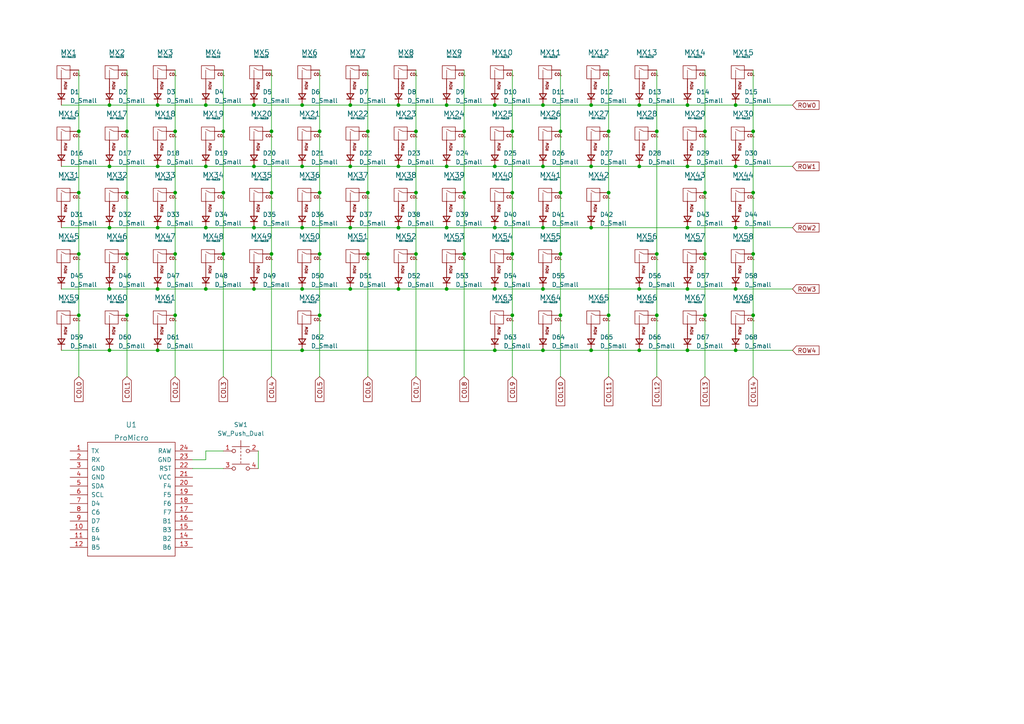
<source format=kicad_sch>
(kicad_sch (version 20211123) (generator eeschema)

  (uuid b00425cc-6e0a-4b19-8e3d-44395b1aa964)

  (paper "A4")

  (lib_symbols
    (symbol "Device:D_Small" (pin_numbers hide) (pin_names (offset 0.254) hide) (in_bom yes) (on_board yes)
      (property "Reference" "D" (id 0) (at -1.27 2.032 0)
        (effects (font (size 1.27 1.27)) (justify left))
      )
      (property "Value" "D_Small" (id 1) (at -3.81 -2.032 0)
        (effects (font (size 1.27 1.27)) (justify left))
      )
      (property "Footprint" "" (id 2) (at 0 0 90)
        (effects (font (size 1.27 1.27)) hide)
      )
      (property "Datasheet" "~" (id 3) (at 0 0 90)
        (effects (font (size 1.27 1.27)) hide)
      )
      (property "ki_keywords" "diode" (id 4) (at 0 0 0)
        (effects (font (size 1.27 1.27)) hide)
      )
      (property "ki_description" "Diode, small symbol" (id 5) (at 0 0 0)
        (effects (font (size 1.27 1.27)) hide)
      )
      (property "ki_fp_filters" "TO-???* *_Diode_* *SingleDiode* D_*" (id 6) (at 0 0 0)
        (effects (font (size 1.27 1.27)) hide)
      )
      (symbol "D_Small_0_1"
        (polyline
          (pts
            (xy -0.762 -1.016)
            (xy -0.762 1.016)
          )
          (stroke (width 0.254) (type default) (color 0 0 0 0))
          (fill (type none))
        )
        (polyline
          (pts
            (xy -0.762 0)
            (xy 0.762 0)
          )
          (stroke (width 0) (type default) (color 0 0 0 0))
          (fill (type none))
        )
        (polyline
          (pts
            (xy 0.762 -1.016)
            (xy -0.762 0)
            (xy 0.762 1.016)
            (xy 0.762 -1.016)
          )
          (stroke (width 0.254) (type default) (color 0 0 0 0))
          (fill (type none))
        )
      )
      (symbol "D_Small_1_1"
        (pin passive line (at -2.54 0 0) (length 1.778)
          (name "K" (effects (font (size 1.27 1.27))))
          (number "1" (effects (font (size 1.27 1.27))))
        )
        (pin passive line (at 2.54 0 180) (length 1.778)
          (name "A" (effects (font (size 1.27 1.27))))
          (number "2" (effects (font (size 1.27 1.27))))
        )
      )
    )
    (symbol "MX_Alps_Hybrid:MX-NoLED" (pin_names (offset 1.016)) (in_bom yes) (on_board yes)
      (property "Reference" "MX" (id 0) (at -0.635 3.81 0)
        (effects (font (size 1.524 1.524)))
      )
      (property "Value" "MX-NoLED" (id 1) (at -0.635 1.27 0)
        (effects (font (size 0.508 0.508)))
      )
      (property "Footprint" "" (id 2) (at -15.875 -0.635 0)
        (effects (font (size 1.524 1.524)) hide)
      )
      (property "Datasheet" "" (id 3) (at -15.875 -0.635 0)
        (effects (font (size 1.524 1.524)) hide)
      )
      (symbol "MX-NoLED_0_0"
        (rectangle (start -2.54 2.54) (end 1.27 -1.27)
          (stroke (width 0) (type default) (color 0 0 0 0))
          (fill (type none))
        )
        (polyline
          (pts
            (xy -1.27 -1.27)
            (xy -1.27 1.27)
          )
          (stroke (width 0.127) (type default) (color 0 0 0 0))
          (fill (type none))
        )
        (polyline
          (pts
            (xy 1.27 1.27)
            (xy 0 1.27)
            (xy -1.27 1.905)
          )
          (stroke (width 0.127) (type default) (color 0 0 0 0))
          (fill (type none))
        )
        (text "COL" (at 3.175 0 0)
          (effects (font (size 0.762 0.762)))
        )
        (text "ROW" (at 0 -1.905 900)
          (effects (font (size 0.762 0.762)) (justify right))
        )
      )
      (symbol "MX-NoLED_1_1"
        (pin passive line (at 3.81 1.27 180) (length 2.54)
          (name "COL" (effects (font (size 0 0))))
          (number "1" (effects (font (size 0 0))))
        )
        (pin passive line (at -1.27 -3.81 90) (length 2.54)
          (name "ROW" (effects (font (size 0 0))))
          (number "2" (effects (font (size 0 0))))
        )
      )
    )
    (symbol "Switch:SW_Push_Dual" (pin_names (offset 1.016) hide) (in_bom yes) (on_board yes)
      (property "Reference" "SW" (id 0) (at 1.27 2.54 0)
        (effects (font (size 1.27 1.27)) (justify left))
      )
      (property "Value" "SW_Push_Dual" (id 1) (at 0 -6.858 0)
        (effects (font (size 1.27 1.27)))
      )
      (property "Footprint" "" (id 2) (at 0 5.08 0)
        (effects (font (size 1.27 1.27)) hide)
      )
      (property "Datasheet" "~" (id 3) (at 0 5.08 0)
        (effects (font (size 1.27 1.27)) hide)
      )
      (property "ki_keywords" "switch normally-open pushbutton push-button" (id 4) (at 0 0 0)
        (effects (font (size 1.27 1.27)) hide)
      )
      (property "ki_description" "Push button switch, generic, symbol, four pins" (id 5) (at 0 0 0)
        (effects (font (size 1.27 1.27)) hide)
      )
      (symbol "SW_Push_Dual_0_1"
        (circle (center -2.032 -5.08) (radius 0.508)
          (stroke (width 0) (type default) (color 0 0 0 0))
          (fill (type none))
        )
        (circle (center -2.032 0) (radius 0.508)
          (stroke (width 0) (type default) (color 0 0 0 0))
          (fill (type none))
        )
        (polyline
          (pts
            (xy 0 -3.048)
            (xy 0 -3.556)
          )
          (stroke (width 0) (type default) (color 0 0 0 0))
          (fill (type none))
        )
        (polyline
          (pts
            (xy 0 -2.032)
            (xy 0 -2.54)
          )
          (stroke (width 0) (type default) (color 0 0 0 0))
          (fill (type none))
        )
        (polyline
          (pts
            (xy 0 -1.524)
            (xy 0 -1.016)
          )
          (stroke (width 0) (type default) (color 0 0 0 0))
          (fill (type none))
        )
        (polyline
          (pts
            (xy 0 -0.508)
            (xy 0 0)
          )
          (stroke (width 0) (type default) (color 0 0 0 0))
          (fill (type none))
        )
        (polyline
          (pts
            (xy 0 0.508)
            (xy 0 1.016)
          )
          (stroke (width 0) (type default) (color 0 0 0 0))
          (fill (type none))
        )
        (polyline
          (pts
            (xy 0 1.27)
            (xy 0 3.048)
          )
          (stroke (width 0) (type default) (color 0 0 0 0))
          (fill (type none))
        )
        (polyline
          (pts
            (xy 2.54 -3.81)
            (xy -2.54 -3.81)
          )
          (stroke (width 0) (type default) (color 0 0 0 0))
          (fill (type none))
        )
        (polyline
          (pts
            (xy 2.54 1.27)
            (xy -2.54 1.27)
          )
          (stroke (width 0) (type default) (color 0 0 0 0))
          (fill (type none))
        )
        (circle (center 2.032 -5.08) (radius 0.508)
          (stroke (width 0) (type default) (color 0 0 0 0))
          (fill (type none))
        )
        (circle (center 2.032 0) (radius 0.508)
          (stroke (width 0) (type default) (color 0 0 0 0))
          (fill (type none))
        )
        (pin passive line (at -5.08 0 0) (length 2.54)
          (name "1" (effects (font (size 1.27 1.27))))
          (number "1" (effects (font (size 1.27 1.27))))
        )
        (pin passive line (at 5.08 0 180) (length 2.54)
          (name "2" (effects (font (size 1.27 1.27))))
          (number "2" (effects (font (size 1.27 1.27))))
        )
        (pin passive line (at -5.08 -5.08 0) (length 2.54)
          (name "3" (effects (font (size 1.27 1.27))))
          (number "3" (effects (font (size 1.27 1.27))))
        )
        (pin passive line (at 5.08 -5.08 180) (length 2.54)
          (name "4" (effects (font (size 1.27 1.27))))
          (number "4" (effects (font (size 1.27 1.27))))
        )
      )
    )
    (symbol "promicro:ProMicro" (pin_names (offset 1.016)) (in_bom yes) (on_board yes)
      (property "Reference" "U" (id 0) (at 0 24.13 0)
        (effects (font (size 1.524 1.524)))
      )
      (property "Value" "ProMicro" (id 1) (at 0 -13.97 0)
        (effects (font (size 1.524 1.524)))
      )
      (property "Footprint" "" (id 2) (at 2.54 -26.67 0)
        (effects (font (size 1.524 1.524)))
      )
      (property "Datasheet" "" (id 3) (at 2.54 -26.67 0)
        (effects (font (size 1.524 1.524)))
      )
      (symbol "ProMicro_0_1"
        (rectangle (start -12.7 21.59) (end 12.7 -11.43)
          (stroke (width 0) (type default) (color 0 0 0 0))
          (fill (type none))
        )
      )
      (symbol "ProMicro_1_1"
        (pin bidirectional line (at -17.78 19.05 0) (length 5.08)
          (name "TX" (effects (font (size 1.27 1.27))))
          (number "1" (effects (font (size 1.27 1.27))))
        )
        (pin bidirectional line (at -17.78 -3.81 0) (length 5.08)
          (name "E6" (effects (font (size 1.27 1.27))))
          (number "10" (effects (font (size 1.27 1.27))))
        )
        (pin bidirectional line (at -17.78 -6.35 0) (length 5.08)
          (name "B4" (effects (font (size 1.27 1.27))))
          (number "11" (effects (font (size 1.27 1.27))))
        )
        (pin bidirectional line (at -17.78 -8.89 0) (length 5.08)
          (name "B5" (effects (font (size 1.27 1.27))))
          (number "12" (effects (font (size 1.27 1.27))))
        )
        (pin bidirectional line (at 17.78 -8.89 180) (length 5.08)
          (name "B6" (effects (font (size 1.27 1.27))))
          (number "13" (effects (font (size 1.27 1.27))))
        )
        (pin bidirectional line (at 17.78 -6.35 180) (length 5.08)
          (name "B2" (effects (font (size 1.27 1.27))))
          (number "14" (effects (font (size 1.27 1.27))))
        )
        (pin bidirectional line (at 17.78 -3.81 180) (length 5.08)
          (name "B3" (effects (font (size 1.27 1.27))))
          (number "15" (effects (font (size 1.27 1.27))))
        )
        (pin bidirectional line (at 17.78 -1.27 180) (length 5.08)
          (name "B1" (effects (font (size 1.27 1.27))))
          (number "16" (effects (font (size 1.27 1.27))))
        )
        (pin bidirectional line (at 17.78 1.27 180) (length 5.08)
          (name "F7" (effects (font (size 1.27 1.27))))
          (number "17" (effects (font (size 1.27 1.27))))
        )
        (pin bidirectional line (at 17.78 3.81 180) (length 5.08)
          (name "F6" (effects (font (size 1.27 1.27))))
          (number "18" (effects (font (size 1.27 1.27))))
        )
        (pin bidirectional line (at 17.78 6.35 180) (length 5.08)
          (name "F5" (effects (font (size 1.27 1.27))))
          (number "19" (effects (font (size 1.27 1.27))))
        )
        (pin bidirectional line (at -17.78 16.51 0) (length 5.08)
          (name "RX" (effects (font (size 1.27 1.27))))
          (number "2" (effects (font (size 1.27 1.27))))
        )
        (pin bidirectional line (at 17.78 8.89 180) (length 5.08)
          (name "F4" (effects (font (size 1.27 1.27))))
          (number "20" (effects (font (size 1.27 1.27))))
        )
        (pin power_in line (at 17.78 11.43 180) (length 5.08)
          (name "VCC" (effects (font (size 1.27 1.27))))
          (number "21" (effects (font (size 1.27 1.27))))
        )
        (pin input line (at 17.78 13.97 180) (length 5.08)
          (name "RST" (effects (font (size 1.27 1.27))))
          (number "22" (effects (font (size 1.27 1.27))))
        )
        (pin power_in line (at 17.78 16.51 180) (length 5.08)
          (name "GND" (effects (font (size 1.27 1.27))))
          (number "23" (effects (font (size 1.27 1.27))))
        )
        (pin power_out line (at 17.78 19.05 180) (length 5.08)
          (name "RAW" (effects (font (size 1.27 1.27))))
          (number "24" (effects (font (size 1.27 1.27))))
        )
        (pin power_in line (at -17.78 13.97 0) (length 5.08)
          (name "GND" (effects (font (size 1.27 1.27))))
          (number "3" (effects (font (size 1.27 1.27))))
        )
        (pin power_in line (at -17.78 11.43 0) (length 5.08)
          (name "GND" (effects (font (size 1.27 1.27))))
          (number "4" (effects (font (size 1.27 1.27))))
        )
        (pin bidirectional line (at -17.78 8.89 0) (length 5.08)
          (name "SDA" (effects (font (size 1.27 1.27))))
          (number "5" (effects (font (size 1.27 1.27))))
        )
        (pin bidirectional line (at -17.78 6.35 0) (length 5.08)
          (name "SCL" (effects (font (size 1.27 1.27))))
          (number "6" (effects (font (size 1.27 1.27))))
        )
        (pin bidirectional line (at -17.78 3.81 0) (length 5.08)
          (name "D4" (effects (font (size 1.27 1.27))))
          (number "7" (effects (font (size 1.27 1.27))))
        )
        (pin bidirectional line (at -17.78 1.27 0) (length 5.08)
          (name "C6" (effects (font (size 1.27 1.27))))
          (number "8" (effects (font (size 1.27 1.27))))
        )
        (pin bidirectional line (at -17.78 -1.27 0) (length 5.08)
          (name "D7" (effects (font (size 1.27 1.27))))
          (number "9" (effects (font (size 1.27 1.27))))
        )
      )
    )
  )

  (junction (at 148.59 38.1) (diameter 0) (color 0 0 0 0)
    (uuid 01f9697f-dc8e-46ed-8258-2af7dfff50bf)
  )
  (junction (at 64.77 38.1) (diameter 0) (color 0 0 0 0)
    (uuid 0643fd1f-a9c1-4c70-ae75-5d6ea4f9dc5a)
  )
  (junction (at 157.48 66.04) (diameter 0) (color 0 0 0 0)
    (uuid 0af1de23-c547-4120-a20b-faa045215e29)
  )
  (junction (at 22.86 73.66) (diameter 0) (color 0 0 0 0)
    (uuid 0ce98d14-afdb-409c-9c07-eba63ffc85a1)
  )
  (junction (at 87.63 83.82) (diameter 0) (color 0 0 0 0)
    (uuid 0d5f82c5-f2fc-4888-8b84-860a08553233)
  )
  (junction (at 50.8 73.66) (diameter 0) (color 0 0 0 0)
    (uuid 0e975bdc-d58a-49b7-be42-b8e28976df07)
  )
  (junction (at 143.51 101.6) (diameter 0) (color 0 0 0 0)
    (uuid 11c488ab-967b-4640-a1ad-c15c433caf70)
  )
  (junction (at 87.63 101.6) (diameter 0) (color 0 0 0 0)
    (uuid 14e16add-4098-4b0d-96e0-47be94735fd5)
  )
  (junction (at 92.71 73.66) (diameter 0) (color 0 0 0 0)
    (uuid 14e506b5-f4b4-44d2-9afe-69b883905f9e)
  )
  (junction (at 157.48 101.6) (diameter 0) (color 0 0 0 0)
    (uuid 173c74b7-b7a4-4b59-97ff-f3c6897945a6)
  )
  (junction (at 36.83 38.1) (diameter 0) (color 0 0 0 0)
    (uuid 19f5e8dd-f821-4802-b1ee-59f358f6530f)
  )
  (junction (at 50.8 91.44) (diameter 0) (color 0 0 0 0)
    (uuid 1ec65eab-4b56-462c-80c6-db871c87a2d4)
  )
  (junction (at 45.72 48.26) (diameter 0) (color 0 0 0 0)
    (uuid 1ef8d070-2d88-4172-b535-e68e299878fd)
  )
  (junction (at 120.65 73.66) (diameter 0) (color 0 0 0 0)
    (uuid 216bdfb4-9203-4f59-93c6-fec84d846f4b)
  )
  (junction (at 64.77 73.66) (diameter 0) (color 0 0 0 0)
    (uuid 25197295-7355-44d4-8863-875c59046feb)
  )
  (junction (at 64.77 55.88) (diameter 0) (color 0 0 0 0)
    (uuid 26d30e1b-b922-47d2-9573-5e659a73319a)
  )
  (junction (at 59.69 66.04) (diameter 0) (color 0 0 0 0)
    (uuid 32e5a4f5-ac4a-468f-a198-cd9f91321f42)
  )
  (junction (at 143.51 30.48) (diameter 0) (color 0 0 0 0)
    (uuid 33727ba6-5f7c-450a-9f66-9fdd710f2390)
  )
  (junction (at 101.6 83.82) (diameter 0) (color 0 0 0 0)
    (uuid 353dbcba-d585-44e4-8de8-f5c6bbd96e57)
  )
  (junction (at 204.47 73.66) (diameter 0) (color 0 0 0 0)
    (uuid 3606aeba-dd66-4505-aaa1-dac9b3688614)
  )
  (junction (at 148.59 91.44) (diameter 0) (color 0 0 0 0)
    (uuid 380965d9-6f43-41b9-a4be-946d8d406ad0)
  )
  (junction (at 101.6 30.48) (diameter 0) (color 0 0 0 0)
    (uuid 3879f1d7-a1ba-4c4b-8915-e614b34c08dd)
  )
  (junction (at 31.75 48.26) (diameter 0) (color 0 0 0 0)
    (uuid 39ea90c0-cf27-474c-9c2f-ee0c0017b5d7)
  )
  (junction (at 143.51 83.82) (diameter 0) (color 0 0 0 0)
    (uuid 3a15a2e9-7ca5-43f1-9915-581048cfb874)
  )
  (junction (at 73.66 30.48) (diameter 0) (color 0 0 0 0)
    (uuid 3a4bf4b2-7aae-4b17-92d6-4b3d11bee63d)
  )
  (junction (at 31.75 83.82) (diameter 0) (color 0 0 0 0)
    (uuid 3c1c4d62-4808-4aad-9068-9822e3ba980f)
  )
  (junction (at 36.83 91.44) (diameter 0) (color 0 0 0 0)
    (uuid 3d2e28d5-9ae2-470f-ae40-198d200cb82a)
  )
  (junction (at 162.56 55.88) (diameter 0) (color 0 0 0 0)
    (uuid 3ddacae1-1a54-4656-b8e9-0a565d3a4bf9)
  )
  (junction (at 218.44 91.44) (diameter 0) (color 0 0 0 0)
    (uuid 3e5f0b74-9805-48db-9658-9297ca782626)
  )
  (junction (at 92.71 91.44) (diameter 0) (color 0 0 0 0)
    (uuid 40e3b091-4fc5-43fb-9793-0a5c14463c3b)
  )
  (junction (at 36.83 55.88) (diameter 0) (color 0 0 0 0)
    (uuid 41911259-848f-4c6b-b3a2-494bfb26d811)
  )
  (junction (at 176.53 91.44) (diameter 0) (color 0 0 0 0)
    (uuid 431ed14b-1a49-4ea1-a679-16dc8eb0dfbf)
  )
  (junction (at 115.57 30.48) (diameter 0) (color 0 0 0 0)
    (uuid 43d614aa-0396-45e6-9dd3-fad55dedebc5)
  )
  (junction (at 22.86 55.88) (diameter 0) (color 0 0 0 0)
    (uuid 44a0ad0f-f5ab-4c23-b3e5-c0ab97507c5a)
  )
  (junction (at 213.36 66.04) (diameter 0) (color 0 0 0 0)
    (uuid 50c3e87e-f122-4219-9618-76c8e4f095e4)
  )
  (junction (at 87.63 30.48) (diameter 0) (color 0 0 0 0)
    (uuid 510c58a1-3b02-4e5c-ac41-d6f30cc5878f)
  )
  (junction (at 176.53 38.1) (diameter 0) (color 0 0 0 0)
    (uuid 54cbfead-da63-4b49-a5c4-4e80e08e5b4d)
  )
  (junction (at 213.36 83.82) (diameter 0) (color 0 0 0 0)
    (uuid 54e64631-d47a-437f-8001-2228d618dd8d)
  )
  (junction (at 185.42 30.48) (diameter 0) (color 0 0 0 0)
    (uuid 554f2076-c866-4434-9f78-bc1410444043)
  )
  (junction (at 204.47 55.88) (diameter 0) (color 0 0 0 0)
    (uuid 55cdfd83-3b06-4195-8943-f59e6046c401)
  )
  (junction (at 92.71 55.88) (diameter 0) (color 0 0 0 0)
    (uuid 57b0edfb-bb0a-44b4-8c4b-2e8ccbd06f1b)
  )
  (junction (at 101.6 48.26) (diameter 0) (color 0 0 0 0)
    (uuid 59639ae5-9999-4fdf-9c66-3aae7029cc99)
  )
  (junction (at 190.5 73.66) (diameter 0) (color 0 0 0 0)
    (uuid 5dae4b45-70ce-4512-89fd-cdbc1731099c)
  )
  (junction (at 199.39 66.04) (diameter 0) (color 0 0 0 0)
    (uuid 6484558d-51fd-40dc-ae99-3bf4ebe2cafa)
  )
  (junction (at 176.53 55.88) (diameter 0) (color 0 0 0 0)
    (uuid 64de0bca-5f19-4aef-b642-339adefc0a34)
  )
  (junction (at 78.74 73.66) (diameter 0) (color 0 0 0 0)
    (uuid 650931b7-9fcf-4bbe-82f1-1d9e63de56fa)
  )
  (junction (at 171.45 48.26) (diameter 0) (color 0 0 0 0)
    (uuid 655d5b57-f2d3-4f6e-b550-7dd9817150ce)
  )
  (junction (at 31.75 30.48) (diameter 0) (color 0 0 0 0)
    (uuid 660a31fd-92ee-4863-96dc-55415b981c25)
  )
  (junction (at 213.36 30.48) (diameter 0) (color 0 0 0 0)
    (uuid 68f43273-94a6-4c80-987b-d1789ad36ad0)
  )
  (junction (at 59.69 30.48) (diameter 0) (color 0 0 0 0)
    (uuid 6a9ecb73-426b-476d-aa79-bd3e4ffc4774)
  )
  (junction (at 171.45 66.04) (diameter 0) (color 0 0 0 0)
    (uuid 6be6aa38-a25c-47f1-bb04-f375e8afab03)
  )
  (junction (at 213.36 101.6) (diameter 0) (color 0 0 0 0)
    (uuid 6e5287b6-7fca-4a81-bb43-ae8c6bad62eb)
  )
  (junction (at 204.47 38.1) (diameter 0) (color 0 0 0 0)
    (uuid 6f6d7cc7-0a17-4836-82e9-dd5515290f01)
  )
  (junction (at 106.68 55.88) (diameter 0) (color 0 0 0 0)
    (uuid 71bda409-b5a9-45c4-bf08-6eb7fd5d78b7)
  )
  (junction (at 185.42 101.6) (diameter 0) (color 0 0 0 0)
    (uuid 7bbc6215-de54-4819-a659-9e82083e6a81)
  )
  (junction (at 218.44 73.66) (diameter 0) (color 0 0 0 0)
    (uuid 7c49b0f5-daa5-4dc3-a544-568135bed43e)
  )
  (junction (at 143.51 66.04) (diameter 0) (color 0 0 0 0)
    (uuid 7f1d4d0d-a050-4602-9b87-856f7b95cd4a)
  )
  (junction (at 115.57 83.82) (diameter 0) (color 0 0 0 0)
    (uuid 7fb32481-9d2f-4866-bd5e-0a1d27c4c3f8)
  )
  (junction (at 129.54 66.04) (diameter 0) (color 0 0 0 0)
    (uuid 819f30d9-7f27-4afe-9a2a-6cb475ed66af)
  )
  (junction (at 162.56 73.66) (diameter 0) (color 0 0 0 0)
    (uuid 8237a4d3-6d26-4726-b4d2-7d2aced80ea1)
  )
  (junction (at 120.65 38.1) (diameter 0) (color 0 0 0 0)
    (uuid 84be92b2-cf79-4ab2-adfe-ffb130d7e6df)
  )
  (junction (at 115.57 66.04) (diameter 0) (color 0 0 0 0)
    (uuid 87351466-b9cc-4d6b-ad81-3199e2e63510)
  )
  (junction (at 199.39 101.6) (diameter 0) (color 0 0 0 0)
    (uuid 89acb5bc-d093-41d7-9296-1d0e05c3f82b)
  )
  (junction (at 106.68 73.66) (diameter 0) (color 0 0 0 0)
    (uuid 8a11d414-4091-493e-8a9e-b435ae98bece)
  )
  (junction (at 129.54 48.26) (diameter 0) (color 0 0 0 0)
    (uuid 8acaab5e-9ca9-4e02-818a-4e33ce4b9801)
  )
  (junction (at 45.72 83.82) (diameter 0) (color 0 0 0 0)
    (uuid 8c291090-650c-4143-9c71-2e7a388905c0)
  )
  (junction (at 78.74 55.88) (diameter 0) (color 0 0 0 0)
    (uuid 8fbc65dd-5039-44f9-8361-c6f13a47d9d6)
  )
  (junction (at 157.48 30.48) (diameter 0) (color 0 0 0 0)
    (uuid 90543d48-b986-4cc6-b23c-6f588d4bc6c8)
  )
  (junction (at 162.56 91.44) (diameter 0) (color 0 0 0 0)
    (uuid 9296d77f-55e9-414b-9d94-a0b2af646248)
  )
  (junction (at 31.75 66.04) (diameter 0) (color 0 0 0 0)
    (uuid 92dad62c-c63b-4fac-8dd6-f5c211a6fc56)
  )
  (junction (at 218.44 55.88) (diameter 0) (color 0 0 0 0)
    (uuid 930a7da6-a3f9-4d6e-acb4-c18c0c527de3)
  )
  (junction (at 73.66 83.82) (diameter 0) (color 0 0 0 0)
    (uuid 952ac72d-6b21-4ac0-80d7-a11c5b34fe4d)
  )
  (junction (at 36.83 73.66) (diameter 0) (color 0 0 0 0)
    (uuid 9534fde3-8bea-4dbd-b091-e67344090c86)
  )
  (junction (at 101.6 66.04) (diameter 0) (color 0 0 0 0)
    (uuid 957acb95-a8b8-434d-b1cd-f0bab9798340)
  )
  (junction (at 134.62 38.1) (diameter 0) (color 0 0 0 0)
    (uuid 95e81ab6-b17a-439c-a5c1-83ca92e9dd50)
  )
  (junction (at 190.5 38.1) (diameter 0) (color 0 0 0 0)
    (uuid 984b13f1-a77b-4c19-8d8d-6e311e0760a6)
  )
  (junction (at 45.72 101.6) (diameter 0) (color 0 0 0 0)
    (uuid 9daa5351-b6f0-470a-a460-8ad36e27f2f9)
  )
  (junction (at 134.62 55.88) (diameter 0) (color 0 0 0 0)
    (uuid a240f918-83f5-4ba8-9267-524e3037cec2)
  )
  (junction (at 78.74 38.1) (diameter 0) (color 0 0 0 0)
    (uuid a74b7ef9-e1b3-404c-9e66-5d6133f605bb)
  )
  (junction (at 204.47 91.44) (diameter 0) (color 0 0 0 0)
    (uuid a933ac01-2a35-45ed-a114-5986d72efff4)
  )
  (junction (at 50.8 38.1) (diameter 0) (color 0 0 0 0)
    (uuid acf738bf-aae4-4846-b0f0-c039b12171fe)
  )
  (junction (at 73.66 48.26) (diameter 0) (color 0 0 0 0)
    (uuid acff3b66-16e9-492e-954f-4fbb38cd4eb7)
  )
  (junction (at 87.63 66.04) (diameter 0) (color 0 0 0 0)
    (uuid af423fcc-7d5d-4aa0-8405-c54422fcb745)
  )
  (junction (at 45.72 66.04) (diameter 0) (color 0 0 0 0)
    (uuid b0e0b7ba-bd09-4d61-b63e-41c0efb60010)
  )
  (junction (at 162.56 38.1) (diameter 0) (color 0 0 0 0)
    (uuid b27ed1f0-5074-48be-84bc-4821e81c1c5c)
  )
  (junction (at 171.45 30.48) (diameter 0) (color 0 0 0 0)
    (uuid b4a37858-b007-4481-bdf2-dc6244c2f1c5)
  )
  (junction (at 50.8 55.88) (diameter 0) (color 0 0 0 0)
    (uuid b51877f4-9e8a-4c38-b852-85cff7183212)
  )
  (junction (at 157.48 83.82) (diameter 0) (color 0 0 0 0)
    (uuid b56e9189-d1b8-4b4b-8631-4a207ede2df6)
  )
  (junction (at 185.42 48.26) (diameter 0) (color 0 0 0 0)
    (uuid bb9b5055-4827-4a12-8059-0602036f370d)
  )
  (junction (at 190.5 91.44) (diameter 0) (color 0 0 0 0)
    (uuid bdcb436d-f7dc-450d-a3db-d509b50e45e2)
  )
  (junction (at 87.63 48.26) (diameter 0) (color 0 0 0 0)
    (uuid be4d51f1-a60a-45eb-a77e-3c51ca602234)
  )
  (junction (at 129.54 83.82) (diameter 0) (color 0 0 0 0)
    (uuid c11daa78-664e-4fee-a9b0-28f41aa1ed2f)
  )
  (junction (at 59.69 48.26) (diameter 0) (color 0 0 0 0)
    (uuid c45dd15c-d53b-4d31-a755-d9d8b7d8b229)
  )
  (junction (at 22.86 38.1) (diameter 0) (color 0 0 0 0)
    (uuid c9ab5104-f574-42ba-879d-412e35c584dc)
  )
  (junction (at 73.66 66.04) (diameter 0) (color 0 0 0 0)
    (uuid d1ffda7f-9992-497c-8d66-7dec6084214a)
  )
  (junction (at 171.45 101.6) (diameter 0) (color 0 0 0 0)
    (uuid d47233c0-763c-4fbd-8961-4ee7f059fd2b)
  )
  (junction (at 148.59 73.66) (diameter 0) (color 0 0 0 0)
    (uuid d5972f8b-ed92-4161-8d9a-ee306beca7e6)
  )
  (junction (at 143.51 48.26) (diameter 0) (color 0 0 0 0)
    (uuid d6655975-7f96-4a59-ab4e-30b3a50cba96)
  )
  (junction (at 22.86 91.44) (diameter 0) (color 0 0 0 0)
    (uuid d70e55d8-b090-4b4c-a3ad-8ada3616767c)
  )
  (junction (at 106.68 38.1) (diameter 0) (color 0 0 0 0)
    (uuid db0410d8-af75-4068-96ab-d37029084ce4)
  )
  (junction (at 92.71 38.1) (diameter 0) (color 0 0 0 0)
    (uuid dc6a5f64-0a85-4b16-82ce-0931617215d0)
  )
  (junction (at 129.54 30.48) (diameter 0) (color 0 0 0 0)
    (uuid ddcf6a59-03b1-460d-8516-fa3d302f33a4)
  )
  (junction (at 185.42 83.82) (diameter 0) (color 0 0 0 0)
    (uuid e0b87e70-727a-481c-955e-f7fa47cb3e52)
  )
  (junction (at 213.36 48.26) (diameter 0) (color 0 0 0 0)
    (uuid e1b678b2-ad76-43e8-86da-090149e44a1c)
  )
  (junction (at 45.72 30.48) (diameter 0) (color 0 0 0 0)
    (uuid e1f1d2e1-cfcc-42c9-af0f-a99be30ca600)
  )
  (junction (at 31.75 101.6) (diameter 0) (color 0 0 0 0)
    (uuid e35fd742-a270-41ab-b978-4651d5d3e2ec)
  )
  (junction (at 199.39 48.26) (diameter 0) (color 0 0 0 0)
    (uuid e40d7a53-7116-4c3b-9f16-b624888bc188)
  )
  (junction (at 157.48 48.26) (diameter 0) (color 0 0 0 0)
    (uuid ebcaa5e5-e39b-4e90-a7e1-ed51b6b713a3)
  )
  (junction (at 199.39 83.82) (diameter 0) (color 0 0 0 0)
    (uuid ece2a92c-22cf-4b9e-962a-03ae08941f78)
  )
  (junction (at 218.44 38.1) (diameter 0) (color 0 0 0 0)
    (uuid f4e6b1bc-7c2b-45ca-bb63-cc0afcc721a3)
  )
  (junction (at 120.65 55.88) (diameter 0) (color 0 0 0 0)
    (uuid f5d2a235-9ccd-45dd-8600-c1304196272a)
  )
  (junction (at 148.59 55.88) (diameter 0) (color 0 0 0 0)
    (uuid f7be7ed9-5d17-4c70-ab79-9b9e50597300)
  )
  (junction (at 59.69 83.82) (diameter 0) (color 0 0 0 0)
    (uuid f7e2f34c-92fb-4902-a0e3-52b4b92a89a7)
  )
  (junction (at 134.62 73.66) (diameter 0) (color 0 0 0 0)
    (uuid f81c2218-71c5-4e38-984b-50fee207d422)
  )
  (junction (at 115.57 48.26) (diameter 0) (color 0 0 0 0)
    (uuid f8a43bb0-137b-427f-9fb6-ccc5bd7f18ad)
  )
  (junction (at 199.39 30.48) (diameter 0) (color 0 0 0 0)
    (uuid fd4c4b3a-912b-4bf3-b9af-134ca8b1e803)
  )

  (wire (pts (xy 17.78 101.6) (xy 31.75 101.6))
    (stroke (width 0) (type default) (color 0 0 0 0))
    (uuid 007a55d5-1210-42ce-abf1-792fc721d908)
  )
  (wire (pts (xy 17.78 66.04) (xy 31.75 66.04))
    (stroke (width 0) (type default) (color 0 0 0 0))
    (uuid 009a801e-75de-4969-947a-4c0a267c6ec5)
  )
  (wire (pts (xy 87.63 30.48) (xy 101.6 30.48))
    (stroke (width 0) (type default) (color 0 0 0 0))
    (uuid 01c7c071-8174-40be-9817-773681110edf)
  )
  (wire (pts (xy 50.8 55.88) (xy 50.8 73.66))
    (stroke (width 0) (type default) (color 0 0 0 0))
    (uuid 02b9d2d7-049e-44f4-a974-5834fa01289e)
  )
  (wire (pts (xy 73.66 48.26) (xy 87.63 48.26))
    (stroke (width 0) (type default) (color 0 0 0 0))
    (uuid 031375cc-0d7a-4d6c-b0ea-652984b9dfac)
  )
  (wire (pts (xy 204.47 55.88) (xy 204.47 73.66))
    (stroke (width 0) (type default) (color 0 0 0 0))
    (uuid 0655a47e-6ed2-45a5-bca3-f1d547af02d7)
  )
  (wire (pts (xy 129.54 66.04) (xy 143.51 66.04))
    (stroke (width 0) (type default) (color 0 0 0 0))
    (uuid 065f117c-6873-4cfd-9f64-9c012fa42a56)
  )
  (wire (pts (xy 17.78 30.48) (xy 31.75 30.48))
    (stroke (width 0) (type default) (color 0 0 0 0))
    (uuid 06b25608-23ab-46ca-9f2e-62deab6a8825)
  )
  (wire (pts (xy 115.57 30.48) (xy 129.54 30.48))
    (stroke (width 0) (type default) (color 0 0 0 0))
    (uuid 07164946-4383-42d5-8ba2-756707681679)
  )
  (wire (pts (xy 78.74 20.32) (xy 78.74 38.1))
    (stroke (width 0) (type default) (color 0 0 0 0))
    (uuid 0744373b-db6b-4711-b6f9-38d5625cc318)
  )
  (wire (pts (xy 73.66 66.04) (xy 87.63 66.04))
    (stroke (width 0) (type default) (color 0 0 0 0))
    (uuid 084fbfa9-d3fc-49bc-88c7-ae7e77203e7a)
  )
  (wire (pts (xy 162.56 73.66) (xy 162.56 91.44))
    (stroke (width 0) (type default) (color 0 0 0 0))
    (uuid 09ecf305-6138-4fa2-bcad-319d94fbf35a)
  )
  (wire (pts (xy 73.66 83.82) (xy 87.63 83.82))
    (stroke (width 0) (type default) (color 0 0 0 0))
    (uuid 09ef9417-0a61-4671-8170-f5fb43287f72)
  )
  (wire (pts (xy 17.78 83.82) (xy 31.75 83.82))
    (stroke (width 0) (type default) (color 0 0 0 0))
    (uuid 0bb04e53-3768-472c-b462-13b57c58b274)
  )
  (wire (pts (xy 45.72 101.6) (xy 87.63 101.6))
    (stroke (width 0) (type default) (color 0 0 0 0))
    (uuid 0d3aefce-5534-4c69-8efc-fe71abed2678)
  )
  (wire (pts (xy 31.75 66.04) (xy 45.72 66.04))
    (stroke (width 0) (type default) (color 0 0 0 0))
    (uuid 0f934564-d7ab-45e3-8403-13b65d26250d)
  )
  (wire (pts (xy 190.5 38.1) (xy 190.5 73.66))
    (stroke (width 0) (type default) (color 0 0 0 0))
    (uuid 0fbc4c5b-b787-4769-bdc2-b9dea2b02e1b)
  )
  (wire (pts (xy 162.56 55.88) (xy 162.56 73.66))
    (stroke (width 0) (type default) (color 0 0 0 0))
    (uuid 10ca51df-96e3-4dc9-8bd5-dea1a320344c)
  )
  (wire (pts (xy 92.71 91.44) (xy 92.71 109.22))
    (stroke (width 0) (type default) (color 0 0 0 0))
    (uuid 14ff5980-12d5-4223-8456-0d096733ded3)
  )
  (wire (pts (xy 50.8 38.1) (xy 50.8 55.88))
    (stroke (width 0) (type default) (color 0 0 0 0))
    (uuid 1b91859c-aa35-4534-95ca-4b4ef4bdc12e)
  )
  (wire (pts (xy 143.51 83.82) (xy 157.48 83.82))
    (stroke (width 0) (type default) (color 0 0 0 0))
    (uuid 1b9ea634-314b-4cc0-868b-9e9eea112c97)
  )
  (wire (pts (xy 204.47 73.66) (xy 204.47 91.44))
    (stroke (width 0) (type default) (color 0 0 0 0))
    (uuid 1c95a595-4645-446d-abe7-7861126c351e)
  )
  (wire (pts (xy 213.36 30.48) (xy 229.87 30.48))
    (stroke (width 0) (type default) (color 0 0 0 0))
    (uuid 21bfd940-6465-4142-b866-da03578d6aff)
  )
  (wire (pts (xy 115.57 83.82) (xy 129.54 83.82))
    (stroke (width 0) (type default) (color 0 0 0 0))
    (uuid 2225a497-afac-48e2-844f-6fdd2c7d89a4)
  )
  (wire (pts (xy 115.57 66.04) (xy 129.54 66.04))
    (stroke (width 0) (type default) (color 0 0 0 0))
    (uuid 26073363-cd97-4b12-ab39-7567ed72b973)
  )
  (wire (pts (xy 213.36 83.82) (xy 229.87 83.82))
    (stroke (width 0) (type default) (color 0 0 0 0))
    (uuid 28170fe1-9420-440e-8ec0-78ee4b50e531)
  )
  (wire (pts (xy 199.39 83.82) (xy 213.36 83.82))
    (stroke (width 0) (type default) (color 0 0 0 0))
    (uuid 283051ee-e0f9-43bf-abd1-be53bde1ac26)
  )
  (wire (pts (xy 120.65 38.1) (xy 120.65 55.88))
    (stroke (width 0) (type default) (color 0 0 0 0))
    (uuid 2895bad6-83d9-4aa1-9d9b-63b2ed330605)
  )
  (wire (pts (xy 92.71 38.1) (xy 92.71 55.88))
    (stroke (width 0) (type default) (color 0 0 0 0))
    (uuid 2a9e48a9-3f5e-4848-b45f-196c50fad5bf)
  )
  (wire (pts (xy 185.42 101.6) (xy 199.39 101.6))
    (stroke (width 0) (type default) (color 0 0 0 0))
    (uuid 2ec9105e-ace8-4c29-93c8-292485d6f994)
  )
  (wire (pts (xy 31.75 30.48) (xy 45.72 30.48))
    (stroke (width 0) (type default) (color 0 0 0 0))
    (uuid 2edf3ca7-0c57-4b31-8965-7b48cc8b6a9d)
  )
  (wire (pts (xy 157.48 66.04) (xy 171.45 66.04))
    (stroke (width 0) (type default) (color 0 0 0 0))
    (uuid 309f64f2-fe5a-4536-adb3-4111fcb5abd9)
  )
  (wire (pts (xy 185.42 83.82) (xy 199.39 83.82))
    (stroke (width 0) (type default) (color 0 0 0 0))
    (uuid 30ace64d-6122-433e-891a-ab7764ea3d0a)
  )
  (wire (pts (xy 134.62 55.88) (xy 134.62 73.66))
    (stroke (width 0) (type default) (color 0 0 0 0))
    (uuid 30cdd8bc-898a-40f2-854b-39e8f9f08552)
  )
  (wire (pts (xy 31.75 48.26) (xy 45.72 48.26))
    (stroke (width 0) (type default) (color 0 0 0 0))
    (uuid 32e3bc51-d2d3-4692-a6e6-e6c77d3d8ee5)
  )
  (wire (pts (xy 129.54 48.26) (xy 143.51 48.26))
    (stroke (width 0) (type default) (color 0 0 0 0))
    (uuid 337bd302-be8b-4b2a-a3db-27ec74bd6ed8)
  )
  (wire (pts (xy 204.47 20.32) (xy 204.47 38.1))
    (stroke (width 0) (type default) (color 0 0 0 0))
    (uuid 33e685e7-9678-4cdd-81f2-33091ca9851e)
  )
  (wire (pts (xy 31.75 83.82) (xy 45.72 83.82))
    (stroke (width 0) (type default) (color 0 0 0 0))
    (uuid 3657a74e-addf-46c8-9a80-9656936d77ec)
  )
  (wire (pts (xy 218.44 55.88) (xy 218.44 73.66))
    (stroke (width 0) (type default) (color 0 0 0 0))
    (uuid 3959999c-d5d1-4cfc-a28e-5301495d02a3)
  )
  (wire (pts (xy 134.62 38.1) (xy 134.62 55.88))
    (stroke (width 0) (type default) (color 0 0 0 0))
    (uuid 3cada00d-dbb3-4284-b570-648ef47878e4)
  )
  (wire (pts (xy 59.69 133.35) (xy 55.88 133.35))
    (stroke (width 0) (type default) (color 0 0 0 0))
    (uuid 3cd1ecdf-7e9c-4995-9b27-11cadc63f131)
  )
  (wire (pts (xy 157.48 30.48) (xy 171.45 30.48))
    (stroke (width 0) (type default) (color 0 0 0 0))
    (uuid 3f08ea45-989e-4868-809e-62b007c7c078)
  )
  (wire (pts (xy 36.83 91.44) (xy 36.83 109.22))
    (stroke (width 0) (type default) (color 0 0 0 0))
    (uuid 3f85dd0c-3719-4d4a-90a9-684c648e93ff)
  )
  (wire (pts (xy 64.77 73.66) (xy 64.77 109.22))
    (stroke (width 0) (type default) (color 0 0 0 0))
    (uuid 3f9caa37-f193-4004-83c1-29937ba8cf81)
  )
  (wire (pts (xy 162.56 20.32) (xy 162.56 38.1))
    (stroke (width 0) (type default) (color 0 0 0 0))
    (uuid 41a95f61-bccc-4e15-bf4e-16001df04f4c)
  )
  (wire (pts (xy 218.44 38.1) (xy 218.44 55.88))
    (stroke (width 0) (type default) (color 0 0 0 0))
    (uuid 430241b6-f440-4e37-b44f-c83cf80b1d9b)
  )
  (wire (pts (xy 162.56 38.1) (xy 162.56 55.88))
    (stroke (width 0) (type default) (color 0 0 0 0))
    (uuid 430ba28d-145c-43d1-add4-2458660aca0a)
  )
  (wire (pts (xy 162.56 91.44) (xy 162.56 109.22))
    (stroke (width 0) (type default) (color 0 0 0 0))
    (uuid 4664ebd8-3220-4522-8d83-9a12b66d0037)
  )
  (wire (pts (xy 101.6 48.26) (xy 115.57 48.26))
    (stroke (width 0) (type default) (color 0 0 0 0))
    (uuid 485f1e83-c078-4caf-a92b-8eacf2b40672)
  )
  (wire (pts (xy 59.69 30.48) (xy 73.66 30.48))
    (stroke (width 0) (type default) (color 0 0 0 0))
    (uuid 4990a9ce-89d1-4fb9-b998-ef22127d81a2)
  )
  (wire (pts (xy 59.69 83.82) (xy 73.66 83.82))
    (stroke (width 0) (type default) (color 0 0 0 0))
    (uuid 4e3b68e5-6330-4ed2-8114-3975b2df4664)
  )
  (wire (pts (xy 213.36 101.6) (xy 229.87 101.6))
    (stroke (width 0) (type default) (color 0 0 0 0))
    (uuid 4e91930e-8a39-4d27-9711-86f1f8ee5bc2)
  )
  (wire (pts (xy 176.53 91.44) (xy 176.53 109.22))
    (stroke (width 0) (type default) (color 0 0 0 0))
    (uuid 4f35583b-e39d-4e5f-b9e0-3846c01d2419)
  )
  (wire (pts (xy 218.44 73.66) (xy 218.44 91.44))
    (stroke (width 0) (type default) (color 0 0 0 0))
    (uuid 4f86bcd0-5ae3-4786-b4ea-6a84d6a2c8d3)
  )
  (wire (pts (xy 22.86 55.88) (xy 22.86 73.66))
    (stroke (width 0) (type default) (color 0 0 0 0))
    (uuid 55b98ac1-58ca-4166-919d-d3c51c263c99)
  )
  (wire (pts (xy 171.45 30.48) (xy 185.42 30.48))
    (stroke (width 0) (type default) (color 0 0 0 0))
    (uuid 58a8140b-9b2b-4a4b-b645-118e7403b0eb)
  )
  (wire (pts (xy 92.71 55.88) (xy 92.71 73.66))
    (stroke (width 0) (type default) (color 0 0 0 0))
    (uuid 5ab1fb67-18f1-4e1a-a518-d2acecafb31c)
  )
  (wire (pts (xy 78.74 55.88) (xy 78.74 73.66))
    (stroke (width 0) (type default) (color 0 0 0 0))
    (uuid 5b20103f-c67a-4d05-a607-5c8cbbb9aac7)
  )
  (wire (pts (xy 17.78 48.26) (xy 31.75 48.26))
    (stroke (width 0) (type default) (color 0 0 0 0))
    (uuid 5eacb4b0-0168-4561-a6d5-46641ba7f5a5)
  )
  (wire (pts (xy 134.62 20.32) (xy 134.62 38.1))
    (stroke (width 0) (type default) (color 0 0 0 0))
    (uuid 612b7b5f-43e2-4500-9b20-6606343d48d9)
  )
  (wire (pts (xy 36.83 55.88) (xy 36.83 73.66))
    (stroke (width 0) (type default) (color 0 0 0 0))
    (uuid 62e3e706-bc9f-4849-be9b-8ad5c2e231d6)
  )
  (wire (pts (xy 190.5 73.66) (xy 190.5 91.44))
    (stroke (width 0) (type default) (color 0 0 0 0))
    (uuid 6626b8c9-4d80-4f0d-93ec-2ef3ba2d9e15)
  )
  (wire (pts (xy 199.39 101.6) (xy 213.36 101.6))
    (stroke (width 0) (type default) (color 0 0 0 0))
    (uuid 6969441b-0966-4e8d-aed3-db5c23030ade)
  )
  (wire (pts (xy 45.72 48.26) (xy 59.69 48.26))
    (stroke (width 0) (type default) (color 0 0 0 0))
    (uuid 6a4a56de-8309-419b-ad7e-1c5beebda674)
  )
  (wire (pts (xy 148.59 38.1) (xy 148.59 55.88))
    (stroke (width 0) (type default) (color 0 0 0 0))
    (uuid 6bb9ff4e-e983-4660-9c5d-69a96bb84c27)
  )
  (wire (pts (xy 204.47 91.44) (xy 204.47 109.22))
    (stroke (width 0) (type default) (color 0 0 0 0))
    (uuid 6bda886c-4f0a-432a-a71b-0b3da0171cd1)
  )
  (wire (pts (xy 87.63 83.82) (xy 101.6 83.82))
    (stroke (width 0) (type default) (color 0 0 0 0))
    (uuid 6d79ff8d-76e1-40ba-aa18-cd79da91b460)
  )
  (wire (pts (xy 143.51 101.6) (xy 157.48 101.6))
    (stroke (width 0) (type default) (color 0 0 0 0))
    (uuid 6dfd76e1-3a9c-4922-9050-6542290e3b9a)
  )
  (wire (pts (xy 87.63 48.26) (xy 101.6 48.26))
    (stroke (width 0) (type default) (color 0 0 0 0))
    (uuid 700f64c1-9c31-4bb1-a353-38b1428530cb)
  )
  (wire (pts (xy 213.36 48.26) (xy 229.87 48.26))
    (stroke (width 0) (type default) (color 0 0 0 0))
    (uuid 739f9db1-ca7f-44bc-ba7e-9f57ce9c2ba6)
  )
  (wire (pts (xy 134.62 73.66) (xy 134.62 109.22))
    (stroke (width 0) (type default) (color 0 0 0 0))
    (uuid 76366cda-de33-4702-91df-f4c1560288b8)
  )
  (wire (pts (xy 55.88 135.89) (xy 64.77 135.89))
    (stroke (width 0) (type default) (color 0 0 0 0))
    (uuid 7c0324ae-bf4b-4289-b26f-60e67c5d27b8)
  )
  (wire (pts (xy 64.77 38.1) (xy 64.77 55.88))
    (stroke (width 0) (type default) (color 0 0 0 0))
    (uuid 7cfce069-13a0-410f-aa1d-7cf59584c9ea)
  )
  (wire (pts (xy 190.5 20.32) (xy 190.5 38.1))
    (stroke (width 0) (type default) (color 0 0 0 0))
    (uuid 7dd6032a-abb4-4917-9cb8-726a3d7b5863)
  )
  (wire (pts (xy 204.47 38.1) (xy 204.47 55.88))
    (stroke (width 0) (type default) (color 0 0 0 0))
    (uuid 83b6a0cd-db3e-410b-9cc7-187c58b8a26d)
  )
  (wire (pts (xy 22.86 20.32) (xy 22.86 38.1))
    (stroke (width 0) (type default) (color 0 0 0 0))
    (uuid 85a1fdd3-8c03-4331-bb80-f1bb1b0a3d97)
  )
  (wire (pts (xy 92.71 20.32) (xy 92.71 38.1))
    (stroke (width 0) (type default) (color 0 0 0 0))
    (uuid 8636e1a8-8a75-4a89-b4af-c4fa736e171c)
  )
  (wire (pts (xy 101.6 66.04) (xy 115.57 66.04))
    (stroke (width 0) (type default) (color 0 0 0 0))
    (uuid 8c569077-b458-479e-ba9a-6bf21261d009)
  )
  (wire (pts (xy 92.71 73.66) (xy 92.71 91.44))
    (stroke (width 0) (type default) (color 0 0 0 0))
    (uuid 8e3096a1-7176-4931-90a4-2f9346b7c834)
  )
  (wire (pts (xy 148.59 91.44) (xy 148.59 109.22))
    (stroke (width 0) (type default) (color 0 0 0 0))
    (uuid 8e49f01a-de82-4c1e-9deb-505a925f1043)
  )
  (wire (pts (xy 36.83 38.1) (xy 36.83 55.88))
    (stroke (width 0) (type default) (color 0 0 0 0))
    (uuid 907e7838-681b-409a-8547-db13f4172ad4)
  )
  (wire (pts (xy 190.5 91.44) (xy 190.5 109.22))
    (stroke (width 0) (type default) (color 0 0 0 0))
    (uuid 90a48bf9-f31d-42a7-a083-805ab198e8a7)
  )
  (wire (pts (xy 45.72 83.82) (xy 59.69 83.82))
    (stroke (width 0) (type default) (color 0 0 0 0))
    (uuid 939b951d-7b2b-4ebd-8d09-4549acd31eba)
  )
  (wire (pts (xy 50.8 20.32) (xy 50.8 38.1))
    (stroke (width 0) (type default) (color 0 0 0 0))
    (uuid 94385ff6-69d2-4b4a-a500-b54229db659c)
  )
  (wire (pts (xy 74.93 130.81) (xy 74.93 135.89))
    (stroke (width 0) (type default) (color 0 0 0 0))
    (uuid 94d149c0-180a-4fc0-8f3f-37205ce91c70)
  )
  (wire (pts (xy 22.86 73.66) (xy 22.86 91.44))
    (stroke (width 0) (type default) (color 0 0 0 0))
    (uuid 95632592-421e-47ca-915e-00f5a40532dd)
  )
  (wire (pts (xy 36.83 20.32) (xy 36.83 38.1))
    (stroke (width 0) (type default) (color 0 0 0 0))
    (uuid 972f9503-ff43-4cb8-a926-f9d9e1d5f3f8)
  )
  (wire (pts (xy 78.74 73.66) (xy 78.74 109.22))
    (stroke (width 0) (type default) (color 0 0 0 0))
    (uuid 97bce431-7ffc-4724-939b-953944de7ae7)
  )
  (wire (pts (xy 199.39 48.26) (xy 213.36 48.26))
    (stroke (width 0) (type default) (color 0 0 0 0))
    (uuid 9a36616c-82e3-4cb9-b769-723e908df5b7)
  )
  (wire (pts (xy 22.86 91.44) (xy 22.86 109.22))
    (stroke (width 0) (type default) (color 0 0 0 0))
    (uuid 9a6db41a-f090-4a13-a026-7a5cb1b014f9)
  )
  (wire (pts (xy 148.59 55.88) (xy 148.59 73.66))
    (stroke (width 0) (type default) (color 0 0 0 0))
    (uuid 9b191565-7aeb-4a28-b899-43c2b541031b)
  )
  (wire (pts (xy 218.44 20.32) (xy 218.44 38.1))
    (stroke (width 0) (type default) (color 0 0 0 0))
    (uuid 9b5d0f35-9e5a-46c8-9259-6e8656f3f92c)
  )
  (wire (pts (xy 59.69 48.26) (xy 73.66 48.26))
    (stroke (width 0) (type default) (color 0 0 0 0))
    (uuid 9c25eadd-1e1a-42e1-86ce-9014d414e662)
  )
  (wire (pts (xy 143.51 48.26) (xy 157.48 48.26))
    (stroke (width 0) (type default) (color 0 0 0 0))
    (uuid 9d27bf1d-bbb7-426c-953e-9a05122f8dc5)
  )
  (wire (pts (xy 59.69 130.81) (xy 59.69 133.35))
    (stroke (width 0) (type default) (color 0 0 0 0))
    (uuid 9f1bddb3-656f-4346-9157-108b3141e973)
  )
  (wire (pts (xy 171.45 48.26) (xy 185.42 48.26))
    (stroke (width 0) (type default) (color 0 0 0 0))
    (uuid a0fef6a7-e466-4b88-b3f7-7e4ea828aaa0)
  )
  (wire (pts (xy 213.36 66.04) (xy 229.87 66.04))
    (stroke (width 0) (type default) (color 0 0 0 0))
    (uuid a1e2854d-9ed7-4a0c-a4ae-9a068afdda1f)
  )
  (wire (pts (xy 78.74 38.1) (xy 78.74 55.88))
    (stroke (width 0) (type default) (color 0 0 0 0))
    (uuid a6d818ef-9c70-4aed-948f-5aace4a93a93)
  )
  (wire (pts (xy 45.72 66.04) (xy 59.69 66.04))
    (stroke (width 0) (type default) (color 0 0 0 0))
    (uuid a712a711-129d-411f-bc2c-c194efecd65f)
  )
  (wire (pts (xy 73.66 30.48) (xy 87.63 30.48))
    (stroke (width 0) (type default) (color 0 0 0 0))
    (uuid a92ad749-685f-404c-9609-01114a7e3c8c)
  )
  (wire (pts (xy 22.86 38.1) (xy 22.86 55.88))
    (stroke (width 0) (type default) (color 0 0 0 0))
    (uuid af133fd8-fe54-415f-90e3-65b757ab988d)
  )
  (wire (pts (xy 157.48 48.26) (xy 171.45 48.26))
    (stroke (width 0) (type default) (color 0 0 0 0))
    (uuid af4e96e3-512b-4434-b250-7a2edfe35636)
  )
  (wire (pts (xy 50.8 91.44) (xy 50.8 109.22))
    (stroke (width 0) (type default) (color 0 0 0 0))
    (uuid b006e0c1-eadc-42aa-b5d4-e0a58b94c661)
  )
  (wire (pts (xy 87.63 101.6) (xy 143.51 101.6))
    (stroke (width 0) (type default) (color 0 0 0 0))
    (uuid b02a334b-8675-4cce-9367-cd9ed8b3d317)
  )
  (wire (pts (xy 157.48 101.6) (xy 171.45 101.6))
    (stroke (width 0) (type default) (color 0 0 0 0))
    (uuid b36061d1-0650-450e-94a7-7bf2885b766f)
  )
  (wire (pts (xy 199.39 66.04) (xy 213.36 66.04))
    (stroke (width 0) (type default) (color 0 0 0 0))
    (uuid b540b118-5808-483b-8412-c44db37338e1)
  )
  (wire (pts (xy 106.68 55.88) (xy 106.68 73.66))
    (stroke (width 0) (type default) (color 0 0 0 0))
    (uuid b5af250f-8f28-4712-b686-b868595a385a)
  )
  (wire (pts (xy 36.83 73.66) (xy 36.83 91.44))
    (stroke (width 0) (type default) (color 0 0 0 0))
    (uuid b5f3ac4a-276d-4619-b9fa-f62db65b6cd5)
  )
  (wire (pts (xy 120.65 73.66) (xy 120.65 109.22))
    (stroke (width 0) (type default) (color 0 0 0 0))
    (uuid b8a302c6-aa87-4e12-bb1b-ef6ee198c191)
  )
  (wire (pts (xy 115.57 48.26) (xy 129.54 48.26))
    (stroke (width 0) (type default) (color 0 0 0 0))
    (uuid b9833de6-56da-4e72-a29c-50d5a4583a8a)
  )
  (wire (pts (xy 148.59 73.66) (xy 148.59 91.44))
    (stroke (width 0) (type default) (color 0 0 0 0))
    (uuid bab787c7-143c-435f-944a-66a82c9d473b)
  )
  (wire (pts (xy 143.51 66.04) (xy 157.48 66.04))
    (stroke (width 0) (type default) (color 0 0 0 0))
    (uuid be8c1a4c-d0f8-4ad4-857d-4a5501431d35)
  )
  (wire (pts (xy 101.6 30.48) (xy 115.57 30.48))
    (stroke (width 0) (type default) (color 0 0 0 0))
    (uuid bfedebc3-28a9-423b-9f9c-e9de52820ea6)
  )
  (wire (pts (xy 185.42 48.26) (xy 199.39 48.26))
    (stroke (width 0) (type default) (color 0 0 0 0))
    (uuid c32e0068-a084-405c-a12b-468a1314ea5f)
  )
  (wire (pts (xy 199.39 30.48) (xy 213.36 30.48))
    (stroke (width 0) (type default) (color 0 0 0 0))
    (uuid c6422efb-7fb7-46b9-a4d6-f496943a5d5f)
  )
  (wire (pts (xy 106.68 20.32) (xy 106.68 38.1))
    (stroke (width 0) (type default) (color 0 0 0 0))
    (uuid c7432af4-f6d4-4517-8e68-e1fdb722320c)
  )
  (wire (pts (xy 171.45 101.6) (xy 185.42 101.6))
    (stroke (width 0) (type default) (color 0 0 0 0))
    (uuid c850c339-477c-46e6-9066-a92ce6c9e0ae)
  )
  (wire (pts (xy 143.51 30.48) (xy 157.48 30.48))
    (stroke (width 0) (type default) (color 0 0 0 0))
    (uuid c853d5cf-a23e-4b6f-a320-6463850da310)
  )
  (wire (pts (xy 31.75 101.6) (xy 45.72 101.6))
    (stroke (width 0) (type default) (color 0 0 0 0))
    (uuid cb8555aa-8f03-48e8-8adf-cc20191aeed1)
  )
  (wire (pts (xy 171.45 66.04) (xy 199.39 66.04))
    (stroke (width 0) (type default) (color 0 0 0 0))
    (uuid cf57263e-38d0-4554-a909-9966f16771da)
  )
  (wire (pts (xy 176.53 38.1) (xy 176.53 55.88))
    (stroke (width 0) (type default) (color 0 0 0 0))
    (uuid cf91da5c-0bdb-4895-af7c-03b2441b2b22)
  )
  (wire (pts (xy 148.59 20.32) (xy 148.59 38.1))
    (stroke (width 0) (type default) (color 0 0 0 0))
    (uuid d6917e39-7ff0-41da-886f-5e0538db86db)
  )
  (wire (pts (xy 185.42 30.48) (xy 199.39 30.48))
    (stroke (width 0) (type default) (color 0 0 0 0))
    (uuid da9892c3-4290-436a-acb1-fd58c179da93)
  )
  (wire (pts (xy 129.54 30.48) (xy 143.51 30.48))
    (stroke (width 0) (type default) (color 0 0 0 0))
    (uuid e039f4ad-d34d-4000-9c5b-6f51f74ba57e)
  )
  (wire (pts (xy 120.65 20.32) (xy 120.65 38.1))
    (stroke (width 0) (type default) (color 0 0 0 0))
    (uuid e230645a-55b2-49d7-ba9e-6926c4352ef4)
  )
  (wire (pts (xy 106.68 38.1) (xy 106.68 55.88))
    (stroke (width 0) (type default) (color 0 0 0 0))
    (uuid e427ffc2-3e1f-4b97-a00c-19c3929dfb1f)
  )
  (wire (pts (xy 120.65 55.88) (xy 120.65 73.66))
    (stroke (width 0) (type default) (color 0 0 0 0))
    (uuid e4f22de4-9399-450f-a2d5-3f1ef3f04876)
  )
  (wire (pts (xy 106.68 73.66) (xy 106.68 109.22))
    (stroke (width 0) (type default) (color 0 0 0 0))
    (uuid e5d2f0f4-ac86-40b8-95dd-081c01a283c8)
  )
  (wire (pts (xy 64.77 20.32) (xy 64.77 38.1))
    (stroke (width 0) (type default) (color 0 0 0 0))
    (uuid e6311c31-3955-4745-b01d-719e2902ae96)
  )
  (wire (pts (xy 176.53 55.88) (xy 176.53 91.44))
    (stroke (width 0) (type default) (color 0 0 0 0))
    (uuid e8ab4202-d2b1-422b-b751-4d0ade75734d)
  )
  (wire (pts (xy 64.77 130.81) (xy 59.69 130.81))
    (stroke (width 0) (type default) (color 0 0 0 0))
    (uuid e8f7a6e5-77a6-4108-800c-9e32c29dc265)
  )
  (wire (pts (xy 157.48 83.82) (xy 185.42 83.82))
    (stroke (width 0) (type default) (color 0 0 0 0))
    (uuid e973e55f-041c-40ab-9544-27f2a533c7a8)
  )
  (wire (pts (xy 218.44 91.44) (xy 218.44 109.22))
    (stroke (width 0) (type default) (color 0 0 0 0))
    (uuid ead0f276-ff33-4705-8ea2-edea4c4e6b3d)
  )
  (wire (pts (xy 176.53 20.32) (xy 176.53 38.1))
    (stroke (width 0) (type default) (color 0 0 0 0))
    (uuid eff4019c-cdf4-4681-8e4d-62dd427c680c)
  )
  (wire (pts (xy 101.6 83.82) (xy 115.57 83.82))
    (stroke (width 0) (type default) (color 0 0 0 0))
    (uuid f238618f-a3f6-4be6-aa11-2924324d924b)
  )
  (wire (pts (xy 64.77 55.88) (xy 64.77 73.66))
    (stroke (width 0) (type default) (color 0 0 0 0))
    (uuid f6196787-39f8-4b18-b02e-bdad1f6a29b8)
  )
  (wire (pts (xy 45.72 30.48) (xy 59.69 30.48))
    (stroke (width 0) (type default) (color 0 0 0 0))
    (uuid f72486a8-fbe2-40b5-a407-3c9dd50f9280)
  )
  (wire (pts (xy 50.8 73.66) (xy 50.8 91.44))
    (stroke (width 0) (type default) (color 0 0 0 0))
    (uuid f7e50a4d-8b44-4e7c-bfd3-5983e89eb8ba)
  )
  (wire (pts (xy 129.54 83.82) (xy 143.51 83.82))
    (stroke (width 0) (type default) (color 0 0 0 0))
    (uuid faa2305b-27fd-4d91-855b-3ab4656ceaa2)
  )
  (wire (pts (xy 59.69 66.04) (xy 73.66 66.04))
    (stroke (width 0) (type default) (color 0 0 0 0))
    (uuid fad1627a-c777-48a9-a245-f642cdfdfee9)
  )
  (wire (pts (xy 87.63 66.04) (xy 101.6 66.04))
    (stroke (width 0) (type default) (color 0 0 0 0))
    (uuid fcc79686-0484-41e8-ab01-4f433adbfde4)
  )

  (global_label "COL10" (shape input) (at 162.56 109.22 270) (fields_autoplaced)
    (effects (font (size 1.27 1.27)) (justify right))
    (uuid 1245569d-5413-48d6-b5ce-7d7c4b8748d3)
    (property "Intersheet References" "${INTERSHEET_REFS}" (id 0) (at 162.4806 117.6807 90)
      (effects (font (size 1.27 1.27)) (justify right) hide)
    )
  )
  (global_label "COL12" (shape input) (at 190.5 109.22 270) (fields_autoplaced)
    (effects (font (size 1.27 1.27)) (justify right))
    (uuid 1e03d8cf-1ac6-4c60-8fc0-6546353b93f0)
    (property "Intersheet References" "${INTERSHEET_REFS}" (id 0) (at 190.4206 117.6807 90)
      (effects (font (size 1.27 1.27)) (justify right) hide)
    )
  )
  (global_label "COL1" (shape input) (at 36.83 109.22 270) (fields_autoplaced)
    (effects (font (size 1.27 1.27)) (justify right))
    (uuid 3b4c3521-b724-47c0-a4ff-ecd25d563676)
    (property "Intersheet References" "${INTERSHEET_REFS}" (id 0) (at 36.7506 116.4712 90)
      (effects (font (size 1.27 1.27)) (justify right) hide)
    )
  )
  (global_label "COL6" (shape input) (at 106.68 109.22 270) (fields_autoplaced)
    (effects (font (size 1.27 1.27)) (justify right))
    (uuid 5d9f508a-a12b-4a88-9c21-4c0f5c605b5a)
    (property "Intersheet References" "${INTERSHEET_REFS}" (id 0) (at 106.6006 116.4712 90)
      (effects (font (size 1.27 1.27)) (justify right) hide)
    )
  )
  (global_label "COL14" (shape input) (at 218.44 109.22 270) (fields_autoplaced)
    (effects (font (size 1.27 1.27)) (justify right))
    (uuid 60710c76-9a30-4cc1-91fa-a6d4dc940c47)
    (property "Intersheet References" "${INTERSHEET_REFS}" (id 0) (at 218.3606 117.6807 90)
      (effects (font (size 1.27 1.27)) (justify right) hide)
    )
  )
  (global_label "COL8" (shape input) (at 134.62 109.22 270) (fields_autoplaced)
    (effects (font (size 1.27 1.27)) (justify right))
    (uuid 629083b1-4438-4c6a-8735-dfc201ce2a4a)
    (property "Intersheet References" "${INTERSHEET_REFS}" (id 0) (at 134.5406 116.4712 90)
      (effects (font (size 1.27 1.27)) (justify right) hide)
    )
  )
  (global_label "ROW3" (shape input) (at 229.87 83.82 0) (fields_autoplaced)
    (effects (font (size 1.27 1.27)) (justify left))
    (uuid 67e2554f-0078-4f52-b490-b578bc3cb5e7)
    (property "Intersheet References" "${INTERSHEET_REFS}" (id 0) (at 237.5445 83.7406 0)
      (effects (font (size 1.27 1.27)) (justify left) hide)
    )
  )
  (global_label "COL3" (shape input) (at 64.77 109.22 270) (fields_autoplaced)
    (effects (font (size 1.27 1.27)) (justify right))
    (uuid 680dc78c-1be6-44ee-9d8c-8b20abfeec82)
    (property "Intersheet References" "${INTERSHEET_REFS}" (id 0) (at 64.6906 116.4712 90)
      (effects (font (size 1.27 1.27)) (justify right) hide)
    )
  )
  (global_label "COL9" (shape input) (at 148.59 109.22 270) (fields_autoplaced)
    (effects (font (size 1.27 1.27)) (justify right))
    (uuid 6fec3a5c-6e40-400f-ae14-e951648376a0)
    (property "Intersheet References" "${INTERSHEET_REFS}" (id 0) (at 148.5106 116.4712 90)
      (effects (font (size 1.27 1.27)) (justify right) hide)
    )
  )
  (global_label "COL4" (shape input) (at 78.74 109.22 270) (fields_autoplaced)
    (effects (font (size 1.27 1.27)) (justify right))
    (uuid 70bd8235-0322-4342-b886-273e370da068)
    (property "Intersheet References" "${INTERSHEET_REFS}" (id 0) (at 78.6606 116.4712 90)
      (effects (font (size 1.27 1.27)) (justify right) hide)
    )
  )
  (global_label "COL13" (shape input) (at 204.47 109.22 270) (fields_autoplaced)
    (effects (font (size 1.27 1.27)) (justify right))
    (uuid 8a7299c8-c490-4e88-a5bb-1c0c93aa0183)
    (property "Intersheet References" "${INTERSHEET_REFS}" (id 0) (at 204.3906 117.6807 90)
      (effects (font (size 1.27 1.27)) (justify right) hide)
    )
  )
  (global_label "COL2" (shape input) (at 50.8 109.22 270) (fields_autoplaced)
    (effects (font (size 1.27 1.27)) (justify right))
    (uuid a7d457e5-413c-4ffb-ae87-3817d9517b5c)
    (property "Intersheet References" "${INTERSHEET_REFS}" (id 0) (at 50.7206 116.4712 90)
      (effects (font (size 1.27 1.27)) (justify right) hide)
    )
  )
  (global_label "ROW0" (shape input) (at 229.87 30.48 0) (fields_autoplaced)
    (effects (font (size 1.27 1.27)) (justify left))
    (uuid b1ef7ded-80ca-4898-bd45-9b0057f2340b)
    (property "Intersheet References" "${INTERSHEET_REFS}" (id 0) (at 237.5445 30.4006 0)
      (effects (font (size 1.27 1.27)) (justify left) hide)
    )
  )
  (global_label "ROW1" (shape input) (at 229.87 48.26 0) (fields_autoplaced)
    (effects (font (size 1.27 1.27)) (justify left))
    (uuid b3fbff87-1bf0-4695-956d-aaf3caf14479)
    (property "Intersheet References" "${INTERSHEET_REFS}" (id 0) (at 237.5445 48.1806 0)
      (effects (font (size 1.27 1.27)) (justify left) hide)
    )
  )
  (global_label "COL0" (shape input) (at 22.86 109.22 270) (fields_autoplaced)
    (effects (font (size 1.27 1.27)) (justify right))
    (uuid c14f205f-6bbb-4739-895c-da5c17bbd2ff)
    (property "Intersheet References" "${INTERSHEET_REFS}" (id 0) (at 22.7806 116.4712 90)
      (effects (font (size 1.27 1.27)) (justify right) hide)
    )
  )
  (global_label "ROW2" (shape input) (at 229.87 66.04 0) (fields_autoplaced)
    (effects (font (size 1.27 1.27)) (justify left))
    (uuid ce397239-be1b-4a06-ae9f-06639de00d4c)
    (property "Intersheet References" "${INTERSHEET_REFS}" (id 0) (at 237.5445 65.9606 0)
      (effects (font (size 1.27 1.27)) (justify left) hide)
    )
  )
  (global_label "COL11" (shape input) (at 176.53 109.22 270) (fields_autoplaced)
    (effects (font (size 1.27 1.27)) (justify right))
    (uuid d956e8f0-3534-4f82-9048-506d4b280dc8)
    (property "Intersheet References" "${INTERSHEET_REFS}" (id 0) (at 176.4506 117.6807 90)
      (effects (font (size 1.27 1.27)) (justify right) hide)
    )
  )
  (global_label "ROW4" (shape input) (at 229.87 101.6 0) (fields_autoplaced)
    (effects (font (size 1.27 1.27)) (justify left))
    (uuid eb500eb9-a341-4498-944b-dd2ff2878d6e)
    (property "Intersheet References" "${INTERSHEET_REFS}" (id 0) (at 237.5445 101.5206 0)
      (effects (font (size 1.27 1.27)) (justify left) hide)
    )
  )
  (global_label "COL7" (shape input) (at 120.65 109.22 270) (fields_autoplaced)
    (effects (font (size 1.27 1.27)) (justify right))
    (uuid eee049fa-666f-459a-ac41-22e2e086da08)
    (property "Intersheet References" "${INTERSHEET_REFS}" (id 0) (at 120.5706 116.4712 90)
      (effects (font (size 1.27 1.27)) (justify right) hide)
    )
  )
  (global_label "COL5" (shape input) (at 92.71 109.22 270) (fields_autoplaced)
    (effects (font (size 1.27 1.27)) (justify right))
    (uuid f2f58cd0-7f6e-451f-9465-b814ef11458c)
    (property "Intersheet References" "${INTERSHEET_REFS}" (id 0) (at 92.6306 116.4712 90)
      (effects (font (size 1.27 1.27)) (justify right) hide)
    )
  )

  (symbol (lib_id "MX_Alps_Hybrid:MX-NoLED") (at 33.02 21.59 0) (unit 1)
    (in_bom yes) (on_board yes) (fields_autoplaced)
    (uuid 032062b1-7f2e-4104-a313-0fb2dce47496)
    (property "Reference" "MX2" (id 0) (at 33.9056 15.24 0)
      (effects (font (size 1.524 1.524)))
    )
    (property "Value" "MX-NoLED" (id 1) (at 33.9056 16.51 0)
      (effects (font (size 0.508 0.508)))
    )
    (property "Footprint" "" (id 2) (at 17.145 22.225 0)
      (effects (font (size 1.524 1.524)) hide)
    )
    (property "Datasheet" "" (id 3) (at 17.145 22.225 0)
      (effects (font (size 1.524 1.524)) hide)
    )
    (pin "1" (uuid b60b63a2-eda7-452f-a2bf-954518d9b6c1))
    (pin "2" (uuid a0ca4a3f-6693-4262-afce-bb3feca47f11))
  )

  (symbol (lib_id "Device:D_Small") (at 45.72 81.28 90) (unit 1)
    (in_bom yes) (on_board yes) (fields_autoplaced)
    (uuid 03973c5a-012f-4655-9d7b-ac4a342504d2)
    (property "Reference" "D47" (id 0) (at 48.26 80.0099 90)
      (effects (font (size 1.27 1.27)) (justify right))
    )
    (property "Value" "D_Small" (id 1) (at 48.26 82.5499 90)
      (effects (font (size 1.27 1.27)) (justify right))
    )
    (property "Footprint" "" (id 2) (at 45.72 81.28 90)
      (effects (font (size 1.27 1.27)) hide)
    )
    (property "Datasheet" "~" (id 3) (at 45.72 81.28 90)
      (effects (font (size 1.27 1.27)) hide)
    )
    (pin "1" (uuid 631a6a7a-7b20-482c-916a-508e5798831c))
    (pin "2" (uuid b2974564-7000-4174-beca-7ac6d3beab65))
  )

  (symbol (lib_id "MX_Alps_Hybrid:MX-NoLED") (at 19.05 74.93 0) (unit 1)
    (in_bom yes) (on_board yes) (fields_autoplaced)
    (uuid 058089a1-b26b-40e5-9375-4fecaffb97e1)
    (property "Reference" "MX45" (id 0) (at 19.9356 68.58 0)
      (effects (font (size 1.524 1.524)))
    )
    (property "Value" "MX-NoLED" (id 1) (at 19.9356 69.85 0)
      (effects (font (size 0.508 0.508)))
    )
    (property "Footprint" "" (id 2) (at 3.175 75.565 0)
      (effects (font (size 1.524 1.524)) hide)
    )
    (property "Datasheet" "" (id 3) (at 3.175 75.565 0)
      (effects (font (size 1.524 1.524)) hide)
    )
    (pin "1" (uuid b6c05d09-03fc-4f9c-8c2f-84700de2bdda))
    (pin "2" (uuid 4eead1f4-2685-4da8-86bb-3597a72334e1))
  )

  (symbol (lib_id "MX_Alps_Hybrid:MX-NoLED") (at 158.75 39.37 0) (unit 1)
    (in_bom yes) (on_board yes) (fields_autoplaced)
    (uuid 067c0778-4848-4d08-9a1a-5bbbeae87d8f)
    (property "Reference" "MX26" (id 0) (at 159.6356 33.02 0)
      (effects (font (size 1.524 1.524)))
    )
    (property "Value" "MX-NoLED" (id 1) (at 159.6356 34.29 0)
      (effects (font (size 0.508 0.508)))
    )
    (property "Footprint" "" (id 2) (at 142.875 40.005 0)
      (effects (font (size 1.524 1.524)) hide)
    )
    (property "Datasheet" "" (id 3) (at 142.875 40.005 0)
      (effects (font (size 1.524 1.524)) hide)
    )
    (pin "1" (uuid 5e95d509-ac3d-4ed8-8bc3-94704c0d95f4))
    (pin "2" (uuid d3e8cd33-3345-4358-bada-32d168f4bcd0))
  )

  (symbol (lib_id "Device:D_Small") (at 143.51 27.94 90) (unit 1)
    (in_bom yes) (on_board yes) (fields_autoplaced)
    (uuid 0c07ab63-2efe-4e7d-ade3-cf1dbc629d6c)
    (property "Reference" "D10" (id 0) (at 146.05 26.6699 90)
      (effects (font (size 1.27 1.27)) (justify right))
    )
    (property "Value" "D_Small" (id 1) (at 146.05 29.2099 90)
      (effects (font (size 1.27 1.27)) (justify right))
    )
    (property "Footprint" "" (id 2) (at 143.51 27.94 90)
      (effects (font (size 1.27 1.27)) hide)
    )
    (property "Datasheet" "~" (id 3) (at 143.51 27.94 90)
      (effects (font (size 1.27 1.27)) hide)
    )
    (pin "1" (uuid f15189a1-d8b0-4c1a-a17b-c20e1c7938d7))
    (pin "2" (uuid 0adc0c0d-9b4f-4fd1-b49c-45ada65485dc))
  )

  (symbol (lib_id "Device:D_Small") (at 171.45 63.5 90) (unit 1)
    (in_bom yes) (on_board yes) (fields_autoplaced)
    (uuid 102b9a0b-f725-4a81-8d5d-a17decbd60e1)
    (property "Reference" "D42" (id 0) (at 173.99 62.2299 90)
      (effects (font (size 1.27 1.27)) (justify right))
    )
    (property "Value" "D_Small" (id 1) (at 173.99 64.7699 90)
      (effects (font (size 1.27 1.27)) (justify right))
    )
    (property "Footprint" "" (id 2) (at 171.45 63.5 90)
      (effects (font (size 1.27 1.27)) hide)
    )
    (property "Datasheet" "~" (id 3) (at 171.45 63.5 90)
      (effects (font (size 1.27 1.27)) hide)
    )
    (pin "1" (uuid 9630fe74-e0e7-4fd0-8076-aa8f7cb03bc9))
    (pin "2" (uuid 5bffa152-7713-4da2-9c58-2f7d1d33383b))
  )

  (symbol (lib_id "Device:D_Small") (at 199.39 63.5 90) (unit 1)
    (in_bom yes) (on_board yes) (fields_autoplaced)
    (uuid 118d4ca1-5888-450d-90e9-103b4e759302)
    (property "Reference" "D43" (id 0) (at 201.93 62.2299 90)
      (effects (font (size 1.27 1.27)) (justify right))
    )
    (property "Value" "D_Small" (id 1) (at 201.93 64.7699 90)
      (effects (font (size 1.27 1.27)) (justify right))
    )
    (property "Footprint" "" (id 2) (at 199.39 63.5 90)
      (effects (font (size 1.27 1.27)) hide)
    )
    (property "Datasheet" "~" (id 3) (at 199.39 63.5 90)
      (effects (font (size 1.27 1.27)) hide)
    )
    (pin "1" (uuid b509f892-1df4-4477-a20e-3d42d4a6ab14))
    (pin "2" (uuid 143c7b2c-d2b1-477f-a797-2fb98d5a89f1))
  )

  (symbol (lib_id "Device:D_Small") (at 129.54 63.5 90) (unit 1)
    (in_bom yes) (on_board yes) (fields_autoplaced)
    (uuid 11dc1b8f-9107-41a9-945d-f5dd1b171a11)
    (property "Reference" "D39" (id 0) (at 132.08 62.2299 90)
      (effects (font (size 1.27 1.27)) (justify right))
    )
    (property "Value" "D_Small" (id 1) (at 132.08 64.7699 90)
      (effects (font (size 1.27 1.27)) (justify right))
    )
    (property "Footprint" "" (id 2) (at 129.54 63.5 90)
      (effects (font (size 1.27 1.27)) hide)
    )
    (property "Datasheet" "~" (id 3) (at 129.54 63.5 90)
      (effects (font (size 1.27 1.27)) hide)
    )
    (pin "1" (uuid 1581b3a9-fd61-486d-815b-fe66c34ac978))
    (pin "2" (uuid d892afa0-7793-4d65-b538-69ec57c90d56))
  )

  (symbol (lib_id "MX_Alps_Hybrid:MX-NoLED") (at 200.66 21.59 0) (unit 1)
    (in_bom yes) (on_board yes) (fields_autoplaced)
    (uuid 1828b0e5-e9e9-44fd-9bae-74ef88388278)
    (property "Reference" "MX14" (id 0) (at 201.5456 15.24 0)
      (effects (font (size 1.524 1.524)))
    )
    (property "Value" "MX-NoLED" (id 1) (at 201.5456 16.51 0)
      (effects (font (size 0.508 0.508)))
    )
    (property "Footprint" "" (id 2) (at 184.785 22.225 0)
      (effects (font (size 1.524 1.524)) hide)
    )
    (property "Datasheet" "" (id 3) (at 184.785 22.225 0)
      (effects (font (size 1.524 1.524)) hide)
    )
    (pin "1" (uuid cf44242f-52c2-4cf4-9f46-7a44ac340046))
    (pin "2" (uuid 822451b5-3a9b-4421-9ebf-ed458439641b))
  )

  (symbol (lib_id "MX_Alps_Hybrid:MX-NoLED") (at 46.99 74.93 0) (unit 1)
    (in_bom yes) (on_board yes) (fields_autoplaced)
    (uuid 19d4fbe7-d095-41e7-8748-b1cb4d76abd5)
    (property "Reference" "MX47" (id 0) (at 47.8756 68.58 0)
      (effects (font (size 1.524 1.524)))
    )
    (property "Value" "MX-NoLED" (id 1) (at 47.8756 69.85 0)
      (effects (font (size 0.508 0.508)))
    )
    (property "Footprint" "" (id 2) (at 31.115 75.565 0)
      (effects (font (size 1.524 1.524)) hide)
    )
    (property "Datasheet" "" (id 3) (at 31.115 75.565 0)
      (effects (font (size 1.524 1.524)) hide)
    )
    (pin "1" (uuid 3a7a268c-d49d-4945-817c-f68f74e14520))
    (pin "2" (uuid 21c7cc4f-06c5-40c7-971c-a9e980c49d42))
  )

  (symbol (lib_id "Device:D_Small") (at 31.75 99.06 90) (unit 1)
    (in_bom yes) (on_board yes) (fields_autoplaced)
    (uuid 1db34cc3-559e-4d61-a178-25f7d67e3577)
    (property "Reference" "D60" (id 0) (at 34.29 97.7899 90)
      (effects (font (size 1.27 1.27)) (justify right))
    )
    (property "Value" "D_Small" (id 1) (at 34.29 100.3299 90)
      (effects (font (size 1.27 1.27)) (justify right))
    )
    (property "Footprint" "" (id 2) (at 31.75 99.06 90)
      (effects (font (size 1.27 1.27)) hide)
    )
    (property "Datasheet" "~" (id 3) (at 31.75 99.06 90)
      (effects (font (size 1.27 1.27)) hide)
    )
    (pin "1" (uuid c9e3ebd6-1d53-4adf-8656-56a554e8197f))
    (pin "2" (uuid 88101252-fe2c-4ad9-8e8b-33cd9e7a746e))
  )

  (symbol (lib_id "MX_Alps_Hybrid:MX-NoLED") (at 130.81 74.93 0) (unit 1)
    (in_bom yes) (on_board yes) (fields_autoplaced)
    (uuid 1eb4c5d7-ecec-4da5-a722-7d3923542114)
    (property "Reference" "MX53" (id 0) (at 131.6956 68.58 0)
      (effects (font (size 1.524 1.524)))
    )
    (property "Value" "MX-NoLED" (id 1) (at 131.6956 69.85 0)
      (effects (font (size 0.508 0.508)))
    )
    (property "Footprint" "" (id 2) (at 114.935 75.565 0)
      (effects (font (size 1.524 1.524)) hide)
    )
    (property "Datasheet" "" (id 3) (at 114.935 75.565 0)
      (effects (font (size 1.524 1.524)) hide)
    )
    (pin "1" (uuid 09e1de8d-b529-4c3d-8f87-b3956d490628))
    (pin "2" (uuid c05b79de-3bd3-4d1a-ac0d-04a1d6a94ca8))
  )

  (symbol (lib_id "MX_Alps_Hybrid:MX-NoLED") (at 102.87 74.93 0) (unit 1)
    (in_bom yes) (on_board yes) (fields_autoplaced)
    (uuid 1feecf9c-14da-458a-937f-86392df7866b)
    (property "Reference" "MX51" (id 0) (at 103.7556 68.58 0)
      (effects (font (size 1.524 1.524)))
    )
    (property "Value" "MX-NoLED" (id 1) (at 103.7556 69.85 0)
      (effects (font (size 0.508 0.508)))
    )
    (property "Footprint" "" (id 2) (at 86.995 75.565 0)
      (effects (font (size 1.524 1.524)) hide)
    )
    (property "Datasheet" "" (id 3) (at 86.995 75.565 0)
      (effects (font (size 1.524 1.524)) hide)
    )
    (pin "1" (uuid df273fb0-afb5-418b-b563-a5bb8693c31f))
    (pin "2" (uuid 5d76c945-55c1-4910-8e80-16c91828ba1a))
  )

  (symbol (lib_id "MX_Alps_Hybrid:MX-NoLED") (at 186.69 21.59 0) (unit 1)
    (in_bom yes) (on_board yes) (fields_autoplaced)
    (uuid 201f7cdb-5c8c-48b7-a774-b8edabf8e887)
    (property "Reference" "MX13" (id 0) (at 187.5756 15.24 0)
      (effects (font (size 1.524 1.524)))
    )
    (property "Value" "MX-NoLED" (id 1) (at 187.5756 16.51 0)
      (effects (font (size 0.508 0.508)))
    )
    (property "Footprint" "" (id 2) (at 170.815 22.225 0)
      (effects (font (size 1.524 1.524)) hide)
    )
    (property "Datasheet" "" (id 3) (at 170.815 22.225 0)
      (effects (font (size 1.524 1.524)) hide)
    )
    (pin "1" (uuid 66b8e3a6-8c3f-4eaa-a3c7-672ec75f4630))
    (pin "2" (uuid 537a54d5-8199-499f-933e-0d2be32d4614))
  )

  (symbol (lib_id "MX_Alps_Hybrid:MX-NoLED") (at 19.05 39.37 0) (unit 1)
    (in_bom yes) (on_board yes) (fields_autoplaced)
    (uuid 21668df5-ba4e-43f9-ac2e-4e8b533a7bda)
    (property "Reference" "MX16" (id 0) (at 19.9356 33.02 0)
      (effects (font (size 1.524 1.524)))
    )
    (property "Value" "MX-NoLED" (id 1) (at 19.9356 34.29 0)
      (effects (font (size 0.508 0.508)))
    )
    (property "Footprint" "" (id 2) (at 3.175 40.005 0)
      (effects (font (size 1.524 1.524)) hide)
    )
    (property "Datasheet" "" (id 3) (at 3.175 40.005 0)
      (effects (font (size 1.524 1.524)) hide)
    )
    (pin "1" (uuid b31665d6-480d-4639-8dce-aaa26f96256a))
    (pin "2" (uuid ca26db31-5c3a-443e-b24f-e147938fe7ea))
  )

  (symbol (lib_id "MX_Alps_Hybrid:MX-NoLED") (at 214.63 74.93 0) (unit 1)
    (in_bom yes) (on_board yes) (fields_autoplaced)
    (uuid 255cbe08-1526-40a8-917b-3e56f5d8cd7f)
    (property "Reference" "MX58" (id 0) (at 215.5156 68.58 0)
      (effects (font (size 1.524 1.524)))
    )
    (property "Value" "MX-NoLED" (id 1) (at 215.5156 69.85 0)
      (effects (font (size 0.508 0.508)))
    )
    (property "Footprint" "" (id 2) (at 198.755 75.565 0)
      (effects (font (size 1.524 1.524)) hide)
    )
    (property "Datasheet" "" (id 3) (at 198.755 75.565 0)
      (effects (font (size 1.524 1.524)) hide)
    )
    (pin "1" (uuid b313b53b-65de-430c-b6db-6ce200073a2a))
    (pin "2" (uuid e484e9c9-847c-4258-99b0-9c66c2c68468))
  )

  (symbol (lib_id "MX_Alps_Hybrid:MX-NoLED") (at 46.99 39.37 0) (unit 1)
    (in_bom yes) (on_board yes) (fields_autoplaced)
    (uuid 26009f80-ff70-4419-b596-d77faae85305)
    (property "Reference" "MX18" (id 0) (at 47.8756 33.02 0)
      (effects (font (size 1.524 1.524)))
    )
    (property "Value" "MX-NoLED" (id 1) (at 47.8756 34.29 0)
      (effects (font (size 0.508 0.508)))
    )
    (property "Footprint" "" (id 2) (at 31.115 40.005 0)
      (effects (font (size 1.524 1.524)) hide)
    )
    (property "Datasheet" "" (id 3) (at 31.115 40.005 0)
      (effects (font (size 1.524 1.524)) hide)
    )
    (pin "1" (uuid 539dc818-f7b0-4f6a-98be-177443126285))
    (pin "2" (uuid ed587ecc-0b13-4129-9d57-489f48c4cdff))
  )

  (symbol (lib_id "Device:D_Small") (at 185.42 99.06 90) (unit 1)
    (in_bom yes) (on_board yes) (fields_autoplaced)
    (uuid 265204bf-c3a1-41b2-a39a-0d31dfc89637)
    (property "Reference" "D66" (id 0) (at 187.96 97.7899 90)
      (effects (font (size 1.27 1.27)) (justify right))
    )
    (property "Value" "D_Small" (id 1) (at 187.96 100.3299 90)
      (effects (font (size 1.27 1.27)) (justify right))
    )
    (property "Footprint" "" (id 2) (at 185.42 99.06 90)
      (effects (font (size 1.27 1.27)) hide)
    )
    (property "Datasheet" "~" (id 3) (at 185.42 99.06 90)
      (effects (font (size 1.27 1.27)) hide)
    )
    (pin "1" (uuid 6893d1f6-687d-468a-a635-0c5ff75cf0d7))
    (pin "2" (uuid 231a007c-5eb7-41f7-8f7a-36f4439b3f07))
  )

  (symbol (lib_id "Device:D_Small") (at 59.69 81.28 90) (unit 1)
    (in_bom yes) (on_board yes) (fields_autoplaced)
    (uuid 268dfc2d-58ba-4177-8d42-d4205d71db7c)
    (property "Reference" "D48" (id 0) (at 62.23 80.0099 90)
      (effects (font (size 1.27 1.27)) (justify right))
    )
    (property "Value" "D_Small" (id 1) (at 62.23 82.5499 90)
      (effects (font (size 1.27 1.27)) (justify right))
    )
    (property "Footprint" "" (id 2) (at 59.69 81.28 90)
      (effects (font (size 1.27 1.27)) hide)
    )
    (property "Datasheet" "~" (id 3) (at 59.69 81.28 90)
      (effects (font (size 1.27 1.27)) hide)
    )
    (pin "1" (uuid 30cee1ae-2919-4a28-b209-c2c6063e42f0))
    (pin "2" (uuid 5fb96f59-6608-47f2-9578-6a683bea9962))
  )

  (symbol (lib_id "Device:D_Small") (at 213.36 27.94 90) (unit 1)
    (in_bom yes) (on_board yes) (fields_autoplaced)
    (uuid 2894d7ea-f83d-42a8-bae9-003462fd736f)
    (property "Reference" "D15" (id 0) (at 215.9 26.6699 90)
      (effects (font (size 1.27 1.27)) (justify right))
    )
    (property "Value" "D_Small" (id 1) (at 215.9 29.2099 90)
      (effects (font (size 1.27 1.27)) (justify right))
    )
    (property "Footprint" "" (id 2) (at 213.36 27.94 90)
      (effects (font (size 1.27 1.27)) hide)
    )
    (property "Datasheet" "~" (id 3) (at 213.36 27.94 90)
      (effects (font (size 1.27 1.27)) hide)
    )
    (pin "1" (uuid 7fd32412-517c-4ac6-8f4f-75306e454e91))
    (pin "2" (uuid 6a9f9941-c27a-48b3-b508-5a63d4d1ae7e))
  )

  (symbol (lib_id "MX_Alps_Hybrid:MX-NoLED") (at 60.96 74.93 0) (unit 1)
    (in_bom yes) (on_board yes) (fields_autoplaced)
    (uuid 28dc57e5-6bf5-41b9-b678-d67dabd30bbe)
    (property "Reference" "MX48" (id 0) (at 61.8456 68.58 0)
      (effects (font (size 1.524 1.524)))
    )
    (property "Value" "MX-NoLED" (id 1) (at 61.8456 69.85 0)
      (effects (font (size 0.508 0.508)))
    )
    (property "Footprint" "" (id 2) (at 45.085 75.565 0)
      (effects (font (size 1.524 1.524)) hide)
    )
    (property "Datasheet" "" (id 3) (at 45.085 75.565 0)
      (effects (font (size 1.524 1.524)) hide)
    )
    (pin "1" (uuid 4a2a50d1-786b-430c-86ee-00b5ff9039d0))
    (pin "2" (uuid 08153e08-fcaf-44bc-916f-1d5995d83152))
  )

  (symbol (lib_id "Device:D_Small") (at 129.54 27.94 90) (unit 1)
    (in_bom yes) (on_board yes) (fields_autoplaced)
    (uuid 2a601214-1ad3-4d2c-b888-b9a5a439536b)
    (property "Reference" "D9" (id 0) (at 132.08 26.6699 90)
      (effects (font (size 1.27 1.27)) (justify right))
    )
    (property "Value" "D_Small" (id 1) (at 132.08 29.2099 90)
      (effects (font (size 1.27 1.27)) (justify right))
    )
    (property "Footprint" "" (id 2) (at 129.54 27.94 90)
      (effects (font (size 1.27 1.27)) hide)
    )
    (property "Datasheet" "~" (id 3) (at 129.54 27.94 90)
      (effects (font (size 1.27 1.27)) hide)
    )
    (pin "1" (uuid 4144fee4-dcf9-43fe-a551-93962e63efe9))
    (pin "2" (uuid a442bf1f-5c35-4c42-aeac-883ae4a74a2e))
  )

  (symbol (lib_id "Device:D_Small") (at 73.66 63.5 90) (unit 1)
    (in_bom yes) (on_board yes) (fields_autoplaced)
    (uuid 2d839c93-806e-4494-afff-3b863fafaea7)
    (property "Reference" "D35" (id 0) (at 76.2 62.2299 90)
      (effects (font (size 1.27 1.27)) (justify right))
    )
    (property "Value" "D_Small" (id 1) (at 76.2 64.7699 90)
      (effects (font (size 1.27 1.27)) (justify right))
    )
    (property "Footprint" "" (id 2) (at 73.66 63.5 90)
      (effects (font (size 1.27 1.27)) hide)
    )
    (property "Datasheet" "~" (id 3) (at 73.66 63.5 90)
      (effects (font (size 1.27 1.27)) hide)
    )
    (pin "1" (uuid bbf4531f-c2f0-45da-b207-def1a3966aca))
    (pin "2" (uuid ab329357-0a24-49d7-a1e8-d3dfbbd89140))
  )

  (symbol (lib_id "Device:D_Small") (at 157.48 99.06 90) (unit 1)
    (in_bom yes) (on_board yes) (fields_autoplaced)
    (uuid 2fd65c3e-c34d-4290-aec4-c6f9d231110c)
    (property "Reference" "D64" (id 0) (at 160.02 97.7899 90)
      (effects (font (size 1.27 1.27)) (justify right))
    )
    (property "Value" "D_Small" (id 1) (at 160.02 100.3299 90)
      (effects (font (size 1.27 1.27)) (justify right))
    )
    (property "Footprint" "" (id 2) (at 157.48 99.06 90)
      (effects (font (size 1.27 1.27)) hide)
    )
    (property "Datasheet" "~" (id 3) (at 157.48 99.06 90)
      (effects (font (size 1.27 1.27)) hide)
    )
    (pin "1" (uuid 1cd2a5f8-4434-416b-88f4-dae9e253a875))
    (pin "2" (uuid a5466034-75d1-4820-a0c8-903cb0302039))
  )

  (symbol (lib_id "MX_Alps_Hybrid:MX-NoLED") (at 74.93 21.59 0) (unit 1)
    (in_bom yes) (on_board yes) (fields_autoplaced)
    (uuid 325f72f5-8d48-4423-b9b6-d054340e889a)
    (property "Reference" "MX5" (id 0) (at 75.8156 15.24 0)
      (effects (font (size 1.524 1.524)))
    )
    (property "Value" "MX-NoLED" (id 1) (at 75.8156 16.51 0)
      (effects (font (size 0.508 0.508)))
    )
    (property "Footprint" "" (id 2) (at 59.055 22.225 0)
      (effects (font (size 1.524 1.524)) hide)
    )
    (property "Datasheet" "" (id 3) (at 59.055 22.225 0)
      (effects (font (size 1.524 1.524)) hide)
    )
    (pin "1" (uuid 79f3850a-92b0-4ca7-8c1c-8f0cf62894d6))
    (pin "2" (uuid 570c440a-ab96-4987-ab72-c509a7e0a89d))
  )

  (symbol (lib_id "Device:D_Small") (at 199.39 45.72 90) (unit 1)
    (in_bom yes) (on_board yes) (fields_autoplaced)
    (uuid 32cecf12-1b5d-4154-b995-8bcd61d006d9)
    (property "Reference" "D29" (id 0) (at 201.93 44.4499 90)
      (effects (font (size 1.27 1.27)) (justify right))
    )
    (property "Value" "D_Small" (id 1) (at 201.93 46.9899 90)
      (effects (font (size 1.27 1.27)) (justify right))
    )
    (property "Footprint" "" (id 2) (at 199.39 45.72 90)
      (effects (font (size 1.27 1.27)) hide)
    )
    (property "Datasheet" "~" (id 3) (at 199.39 45.72 90)
      (effects (font (size 1.27 1.27)) hide)
    )
    (pin "1" (uuid 12a927ad-b375-4b53-9d34-e26f6b895e24))
    (pin "2" (uuid 76c2d80e-b052-4e92-b8d7-dea52bca725a))
  )

  (symbol (lib_id "MX_Alps_Hybrid:MX-NoLED") (at 74.93 39.37 0) (unit 1)
    (in_bom yes) (on_board yes) (fields_autoplaced)
    (uuid 350b211f-2f7c-4976-9e3c-afb9603f3e79)
    (property "Reference" "MX20" (id 0) (at 75.8156 33.02 0)
      (effects (font (size 1.524 1.524)))
    )
    (property "Value" "MX-NoLED" (id 1) (at 75.8156 34.29 0)
      (effects (font (size 0.508 0.508)))
    )
    (property "Footprint" "" (id 2) (at 59.055 40.005 0)
      (effects (font (size 1.524 1.524)) hide)
    )
    (property "Datasheet" "" (id 3) (at 59.055 40.005 0)
      (effects (font (size 1.524 1.524)) hide)
    )
    (pin "1" (uuid 6da0184b-d565-497f-adb1-bac35e14969f))
    (pin "2" (uuid 3c431c40-959f-45d8-86ab-554976fe9654))
  )

  (symbol (lib_id "Device:D_Small") (at 73.66 81.28 90) (unit 1)
    (in_bom yes) (on_board yes) (fields_autoplaced)
    (uuid 36358f4c-57d0-499b-b486-b50ccdf6ef92)
    (property "Reference" "D49" (id 0) (at 76.2 80.0099 90)
      (effects (font (size 1.27 1.27)) (justify right))
    )
    (property "Value" "D_Small" (id 1) (at 76.2 82.5499 90)
      (effects (font (size 1.27 1.27)) (justify right))
    )
    (property "Footprint" "" (id 2) (at 73.66 81.28 90)
      (effects (font (size 1.27 1.27)) hide)
    )
    (property "Datasheet" "~" (id 3) (at 73.66 81.28 90)
      (effects (font (size 1.27 1.27)) hide)
    )
    (pin "1" (uuid d57a89c2-de33-443c-ba6c-6361ee73926e))
    (pin "2" (uuid eff8f49d-7844-4a97-b149-76aae0c03441))
  )

  (symbol (lib_id "Device:D_Small") (at 17.78 27.94 90) (unit 1)
    (in_bom yes) (on_board yes) (fields_autoplaced)
    (uuid 3635fb44-b651-4d8d-9c78-eb75a6b15b23)
    (property "Reference" "D1" (id 0) (at 20.32 26.6699 90)
      (effects (font (size 1.27 1.27)) (justify right))
    )
    (property "Value" "D_Small" (id 1) (at 20.32 29.2099 90)
      (effects (font (size 1.27 1.27)) (justify right))
    )
    (property "Footprint" "" (id 2) (at 17.78 27.94 90)
      (effects (font (size 1.27 1.27)) hide)
    )
    (property "Datasheet" "~" (id 3) (at 17.78 27.94 90)
      (effects (font (size 1.27 1.27)) hide)
    )
    (pin "1" (uuid bde6a5de-3158-4876-99e4-21f453877b6c))
    (pin "2" (uuid 34bc4103-9086-4c53-b057-c1ed87b863d8))
  )

  (symbol (lib_id "MX_Alps_Hybrid:MX-NoLED") (at 33.02 74.93 0) (unit 1)
    (in_bom yes) (on_board yes) (fields_autoplaced)
    (uuid 380fb085-adef-4645-bad7-376fd88a38a2)
    (property "Reference" "MX46" (id 0) (at 33.9056 68.58 0)
      (effects (font (size 1.524 1.524)))
    )
    (property "Value" "MX-NoLED" (id 1) (at 33.9056 69.85 0)
      (effects (font (size 0.508 0.508)))
    )
    (property "Footprint" "" (id 2) (at 17.145 75.565 0)
      (effects (font (size 1.524 1.524)) hide)
    )
    (property "Datasheet" "" (id 3) (at 17.145 75.565 0)
      (effects (font (size 1.524 1.524)) hide)
    )
    (pin "1" (uuid 82f60bee-1a1c-4e9d-a0e9-b60b0ccba85a))
    (pin "2" (uuid b97a756f-48c5-428a-b227-b3ac75e8cf35))
  )

  (symbol (lib_id "MX_Alps_Hybrid:MX-NoLED") (at 144.78 57.15 0) (unit 1)
    (in_bom yes) (on_board yes) (fields_autoplaced)
    (uuid 3839ac4f-2716-453f-abc6-94be725f0a4d)
    (property "Reference" "MX40" (id 0) (at 145.6656 50.8 0)
      (effects (font (size 1.524 1.524)))
    )
    (property "Value" "MX-NoLED" (id 1) (at 145.6656 52.07 0)
      (effects (font (size 0.508 0.508)))
    )
    (property "Footprint" "" (id 2) (at 128.905 57.785 0)
      (effects (font (size 1.524 1.524)) hide)
    )
    (property "Datasheet" "" (id 3) (at 128.905 57.785 0)
      (effects (font (size 1.524 1.524)) hide)
    )
    (pin "1" (uuid 759a9ee2-2f75-442e-80bb-bc0aca957b54))
    (pin "2" (uuid f607f335-7f2a-44fe-b8b5-c0c4dbd57eaf))
  )

  (symbol (lib_id "MX_Alps_Hybrid:MX-NoLED") (at 214.63 57.15 0) (unit 1)
    (in_bom yes) (on_board yes) (fields_autoplaced)
    (uuid 38d2e250-6b14-4929-9f37-80b36189bb7d)
    (property "Reference" "MX44" (id 0) (at 215.5156 50.8 0)
      (effects (font (size 1.524 1.524)))
    )
    (property "Value" "MX-NoLED" (id 1) (at 215.5156 52.07 0)
      (effects (font (size 0.508 0.508)))
    )
    (property "Footprint" "" (id 2) (at 198.755 57.785 0)
      (effects (font (size 1.524 1.524)) hide)
    )
    (property "Datasheet" "" (id 3) (at 198.755 57.785 0)
      (effects (font (size 1.524 1.524)) hide)
    )
    (pin "1" (uuid 8730599a-5ed5-4da1-88cd-99326832cd6c))
    (pin "2" (uuid 78712395-826d-4451-b439-e0ac97dae846))
  )

  (symbol (lib_id "MX_Alps_Hybrid:MX-NoLED") (at 130.81 39.37 0) (unit 1)
    (in_bom yes) (on_board yes) (fields_autoplaced)
    (uuid 3960aa6b-17b4-4243-a290-746065bb05f8)
    (property "Reference" "MX24" (id 0) (at 131.6956 33.02 0)
      (effects (font (size 1.524 1.524)))
    )
    (property "Value" "MX-NoLED" (id 1) (at 131.6956 34.29 0)
      (effects (font (size 0.508 0.508)))
    )
    (property "Footprint" "" (id 2) (at 114.935 40.005 0)
      (effects (font (size 1.524 1.524)) hide)
    )
    (property "Datasheet" "" (id 3) (at 114.935 40.005 0)
      (effects (font (size 1.524 1.524)) hide)
    )
    (pin "1" (uuid 60c4d7b5-e7cb-4712-a808-6003180e5b03))
    (pin "2" (uuid eca925cf-85a6-41b7-bb42-ea61f673a4ae))
  )

  (symbol (lib_id "Device:D_Small") (at 143.51 45.72 90) (unit 1)
    (in_bom yes) (on_board yes) (fields_autoplaced)
    (uuid 3bd4330d-c01e-42b3-8f40-17c70dcb2dc5)
    (property "Reference" "D25" (id 0) (at 146.05 44.4499 90)
      (effects (font (size 1.27 1.27)) (justify right))
    )
    (property "Value" "D_Small" (id 1) (at 146.05 46.9899 90)
      (effects (font (size 1.27 1.27)) (justify right))
    )
    (property "Footprint" "" (id 2) (at 143.51 45.72 90)
      (effects (font (size 1.27 1.27)) hide)
    )
    (property "Datasheet" "~" (id 3) (at 143.51 45.72 90)
      (effects (font (size 1.27 1.27)) hide)
    )
    (pin "1" (uuid efce74a8-3a65-4895-8e86-75a45d79cc5d))
    (pin "2" (uuid 04db0f45-21d9-4cec-9daf-a1dbf1a7991e))
  )

  (symbol (lib_id "Device:D_Small") (at 115.57 27.94 90) (unit 1)
    (in_bom yes) (on_board yes) (fields_autoplaced)
    (uuid 3e25237e-4413-4be5-b509-ffee296624ed)
    (property "Reference" "D8" (id 0) (at 118.11 26.6699 90)
      (effects (font (size 1.27 1.27)) (justify right))
    )
    (property "Value" "D_Small" (id 1) (at 118.11 29.2099 90)
      (effects (font (size 1.27 1.27)) (justify right))
    )
    (property "Footprint" "" (id 2) (at 115.57 27.94 90)
      (effects (font (size 1.27 1.27)) hide)
    )
    (property "Datasheet" "~" (id 3) (at 115.57 27.94 90)
      (effects (font (size 1.27 1.27)) hide)
    )
    (pin "1" (uuid a35bdf02-8c9b-4009-ac09-677acd712070))
    (pin "2" (uuid 657a442b-9e78-40c6-826a-b00ac8d05506))
  )

  (symbol (lib_id "MX_Alps_Hybrid:MX-NoLED") (at 33.02 92.71 0) (unit 1)
    (in_bom yes) (on_board yes) (fields_autoplaced)
    (uuid 42004a8d-7438-43c8-88be-27e143c7ad73)
    (property "Reference" "MX60" (id 0) (at 33.9056 86.36 0)
      (effects (font (size 1.524 1.524)))
    )
    (property "Value" "MX-NoLED" (id 1) (at 33.9056 87.63 0)
      (effects (font (size 0.508 0.508)))
    )
    (property "Footprint" "" (id 2) (at 17.145 93.345 0)
      (effects (font (size 1.524 1.524)) hide)
    )
    (property "Datasheet" "" (id 3) (at 17.145 93.345 0)
      (effects (font (size 1.524 1.524)) hide)
    )
    (pin "1" (uuid 22788af4-8e58-42f8-baef-4128684a0c7a))
    (pin "2" (uuid b36e7dc2-77e9-45a8-8a86-d7909746b09c))
  )

  (symbol (lib_id "Device:D_Small") (at 115.57 45.72 90) (unit 1)
    (in_bom yes) (on_board yes) (fields_autoplaced)
    (uuid 452c209b-0936-4b00-ac5e-fa58ea192e52)
    (property "Reference" "D23" (id 0) (at 118.11 44.4499 90)
      (effects (font (size 1.27 1.27)) (justify right))
    )
    (property "Value" "D_Small" (id 1) (at 118.11 46.9899 90)
      (effects (font (size 1.27 1.27)) (justify right))
    )
    (property "Footprint" "" (id 2) (at 115.57 45.72 90)
      (effects (font (size 1.27 1.27)) hide)
    )
    (property "Datasheet" "~" (id 3) (at 115.57 45.72 90)
      (effects (font (size 1.27 1.27)) hide)
    )
    (pin "1" (uuid dfa81414-056d-44d9-ad95-9c5343aab48e))
    (pin "2" (uuid 46a4b93f-5023-4490-8beb-a73792aed551))
  )

  (symbol (lib_id "MX_Alps_Hybrid:MX-NoLED") (at 158.75 57.15 0) (unit 1)
    (in_bom yes) (on_board yes) (fields_autoplaced)
    (uuid 45cafd93-0c54-45e8-becc-8eb717d1b20f)
    (property "Reference" "MX41" (id 0) (at 159.6356 50.8 0)
      (effects (font (size 1.524 1.524)))
    )
    (property "Value" "MX-NoLED" (id 1) (at 159.6356 52.07 0)
      (effects (font (size 0.508 0.508)))
    )
    (property "Footprint" "" (id 2) (at 142.875 57.785 0)
      (effects (font (size 1.524 1.524)) hide)
    )
    (property "Datasheet" "" (id 3) (at 142.875 57.785 0)
      (effects (font (size 1.524 1.524)) hide)
    )
    (pin "1" (uuid 64b8afb0-90ef-4cc2-b33b-c92f9fee18ae))
    (pin "2" (uuid 075a8150-5f3e-4a68-a596-f22dddbe3475))
  )

  (symbol (lib_id "Device:D_Small") (at 199.39 99.06 90) (unit 1)
    (in_bom yes) (on_board yes) (fields_autoplaced)
    (uuid 46231bd6-de32-43fd-a51b-7d7a3019e4b7)
    (property "Reference" "D67" (id 0) (at 201.93 97.7899 90)
      (effects (font (size 1.27 1.27)) (justify right))
    )
    (property "Value" "D_Small" (id 1) (at 201.93 100.3299 90)
      (effects (font (size 1.27 1.27)) (justify right))
    )
    (property "Footprint" "" (id 2) (at 199.39 99.06 90)
      (effects (font (size 1.27 1.27)) hide)
    )
    (property "Datasheet" "~" (id 3) (at 199.39 99.06 90)
      (effects (font (size 1.27 1.27)) hide)
    )
    (pin "1" (uuid 9b8c0f14-636f-4a57-9ae3-d3d9eb2aafe4))
    (pin "2" (uuid 6a9d85ca-cec7-4a85-91dc-e12bbd5e006e))
  )

  (symbol (lib_id "Device:D_Small") (at 143.51 81.28 90) (unit 1)
    (in_bom yes) (on_board yes) (fields_autoplaced)
    (uuid 46417e27-012b-48d3-a936-5d7891327555)
    (property "Reference" "D54" (id 0) (at 146.05 80.0099 90)
      (effects (font (size 1.27 1.27)) (justify right))
    )
    (property "Value" "D_Small" (id 1) (at 146.05 82.5499 90)
      (effects (font (size 1.27 1.27)) (justify right))
    )
    (property "Footprint" "" (id 2) (at 143.51 81.28 90)
      (effects (font (size 1.27 1.27)) hide)
    )
    (property "Datasheet" "~" (id 3) (at 143.51 81.28 90)
      (effects (font (size 1.27 1.27)) hide)
    )
    (pin "1" (uuid e8c942b9-0189-46b3-a743-a5eb12dab273))
    (pin "2" (uuid 94d683de-f0aa-40f8-be1f-79fa0b16d4e3))
  )

  (symbol (lib_id "Device:D_Small") (at 87.63 27.94 90) (unit 1)
    (in_bom yes) (on_board yes) (fields_autoplaced)
    (uuid 492dc12e-473f-4a59-85a9-7af2eb1dec9e)
    (property "Reference" "D6" (id 0) (at 90.17 26.6699 90)
      (effects (font (size 1.27 1.27)) (justify right))
    )
    (property "Value" "D_Small" (id 1) (at 90.17 29.2099 90)
      (effects (font (size 1.27 1.27)) (justify right))
    )
    (property "Footprint" "" (id 2) (at 87.63 27.94 90)
      (effects (font (size 1.27 1.27)) hide)
    )
    (property "Datasheet" "~" (id 3) (at 87.63 27.94 90)
      (effects (font (size 1.27 1.27)) hide)
    )
    (pin "1" (uuid 2ea1852b-244b-4f58-922a-10124121514c))
    (pin "2" (uuid 810fe308-e790-44fe-97a1-633329eb3844))
  )

  (symbol (lib_id "Device:D_Small") (at 45.72 63.5 90) (unit 1)
    (in_bom yes) (on_board yes) (fields_autoplaced)
    (uuid 4f052055-22c7-4ed1-8b06-db4fbae1da33)
    (property "Reference" "D33" (id 0) (at 48.26 62.2299 90)
      (effects (font (size 1.27 1.27)) (justify right))
    )
    (property "Value" "D_Small" (id 1) (at 48.26 64.7699 90)
      (effects (font (size 1.27 1.27)) (justify right))
    )
    (property "Footprint" "" (id 2) (at 45.72 63.5 90)
      (effects (font (size 1.27 1.27)) hide)
    )
    (property "Datasheet" "~" (id 3) (at 45.72 63.5 90)
      (effects (font (size 1.27 1.27)) hide)
    )
    (pin "1" (uuid 0f8cc2c0-cb58-4090-b5a9-25664dd646d8))
    (pin "2" (uuid f8ce8673-9b43-42da-b65d-52fe6997fad9))
  )

  (symbol (lib_id "MX_Alps_Hybrid:MX-NoLED") (at 214.63 21.59 0) (unit 1)
    (in_bom yes) (on_board yes) (fields_autoplaced)
    (uuid 4f73342f-28fa-4d9b-88b3-4476c87b0668)
    (property "Reference" "MX15" (id 0) (at 215.5156 15.24 0)
      (effects (font (size 1.524 1.524)))
    )
    (property "Value" "MX-NoLED" (id 1) (at 215.5156 16.51 0)
      (effects (font (size 0.508 0.508)))
    )
    (property "Footprint" "" (id 2) (at 198.755 22.225 0)
      (effects (font (size 1.524 1.524)) hide)
    )
    (property "Datasheet" "" (id 3) (at 198.755 22.225 0)
      (effects (font (size 1.524 1.524)) hide)
    )
    (pin "1" (uuid 4f9fe204-dfba-430f-932c-f292a60287ee))
    (pin "2" (uuid 42999ce3-c810-4902-81ce-c196d82e962d))
  )

  (symbol (lib_id "Device:D_Small") (at 213.36 81.28 90) (unit 1)
    (in_bom yes) (on_board yes) (fields_autoplaced)
    (uuid 4feeea72-8b2c-4e42-bf0a-fe12f0e2c161)
    (property "Reference" "D58" (id 0) (at 215.9 80.0099 90)
      (effects (font (size 1.27 1.27)) (justify right))
    )
    (property "Value" "D_Small" (id 1) (at 215.9 82.5499 90)
      (effects (font (size 1.27 1.27)) (justify right))
    )
    (property "Footprint" "" (id 2) (at 213.36 81.28 90)
      (effects (font (size 1.27 1.27)) hide)
    )
    (property "Datasheet" "~" (id 3) (at 213.36 81.28 90)
      (effects (font (size 1.27 1.27)) hide)
    )
    (pin "1" (uuid 52241b1b-0208-4795-a6fd-8be335955ff4))
    (pin "2" (uuid 4eff585d-c72c-46bb-b863-d4a8dca90f7a))
  )

  (symbol (lib_id "MX_Alps_Hybrid:MX-NoLED") (at 144.78 39.37 0) (unit 1)
    (in_bom yes) (on_board yes) (fields_autoplaced)
    (uuid 5054a8bb-652d-4cbd-9a99-d88f799b7404)
    (property "Reference" "MX25" (id 0) (at 145.6656 33.02 0)
      (effects (font (size 1.524 1.524)))
    )
    (property "Value" "MX-NoLED" (id 1) (at 145.6656 34.29 0)
      (effects (font (size 0.508 0.508)))
    )
    (property "Footprint" "" (id 2) (at 128.905 40.005 0)
      (effects (font (size 1.524 1.524)) hide)
    )
    (property "Datasheet" "" (id 3) (at 128.905 40.005 0)
      (effects (font (size 1.524 1.524)) hide)
    )
    (pin "1" (uuid ebca2be4-467f-44c1-b306-44bf7018a211))
    (pin "2" (uuid bb0c133d-4081-452a-869e-6fdbf9a48698))
  )

  (symbol (lib_id "MX_Alps_Hybrid:MX-NoLED") (at 186.69 74.93 0) (unit 1)
    (in_bom yes) (on_board yes) (fields_autoplaced)
    (uuid 51a33ed8-3b88-46eb-a416-fac6571bed7e)
    (property "Reference" "MX56" (id 0) (at 187.5756 68.58 0)
      (effects (font (size 1.524 1.524)))
    )
    (property "Value" "MX-NoLED" (id 1) (at 187.5756 69.85 0)
      (effects (font (size 0.508 0.508)))
    )
    (property "Footprint" "" (id 2) (at 170.815 75.565 0)
      (effects (font (size 1.524 1.524)) hide)
    )
    (property "Datasheet" "" (id 3) (at 170.815 75.565 0)
      (effects (font (size 1.524 1.524)) hide)
    )
    (pin "1" (uuid c743b059-102e-479d-8bc6-fe7685f49c71))
    (pin "2" (uuid 315e96d6-741e-4e76-8d53-2ab3f1761e45))
  )

  (symbol (lib_id "Device:D_Small") (at 157.48 27.94 90) (unit 1)
    (in_bom yes) (on_board yes) (fields_autoplaced)
    (uuid 521f837e-1b26-420d-a51b-7716a10de641)
    (property "Reference" "D11" (id 0) (at 160.02 26.6699 90)
      (effects (font (size 1.27 1.27)) (justify right))
    )
    (property "Value" "D_Small" (id 1) (at 160.02 29.2099 90)
      (effects (font (size 1.27 1.27)) (justify right))
    )
    (property "Footprint" "" (id 2) (at 157.48 27.94 90)
      (effects (font (size 1.27 1.27)) hide)
    )
    (property "Datasheet" "~" (id 3) (at 157.48 27.94 90)
      (effects (font (size 1.27 1.27)) hide)
    )
    (pin "1" (uuid 13c614e4-1f6f-4830-9bd8-811762c84b01))
    (pin "2" (uuid 6706aa85-d960-4be7-ad96-b533816b9aea))
  )

  (symbol (lib_id "MX_Alps_Hybrid:MX-NoLED") (at 102.87 21.59 0) (unit 1)
    (in_bom yes) (on_board yes) (fields_autoplaced)
    (uuid 53a4e1de-5cbf-4d70-8700-45c32783323d)
    (property "Reference" "MX7" (id 0) (at 103.7556 15.24 0)
      (effects (font (size 1.524 1.524)))
    )
    (property "Value" "MX-NoLED" (id 1) (at 103.7556 16.51 0)
      (effects (font (size 0.508 0.508)))
    )
    (property "Footprint" "" (id 2) (at 86.995 22.225 0)
      (effects (font (size 1.524 1.524)) hide)
    )
    (property "Datasheet" "" (id 3) (at 86.995 22.225 0)
      (effects (font (size 1.524 1.524)) hide)
    )
    (pin "1" (uuid 1870dcc0-c256-405a-af3f-17654364f884))
    (pin "2" (uuid 4827bf84-e571-4c2e-b541-332721f20710))
  )

  (symbol (lib_id "MX_Alps_Hybrid:MX-NoLED") (at 172.72 21.59 0) (unit 1)
    (in_bom yes) (on_board yes) (fields_autoplaced)
    (uuid 57134973-b0d4-4d54-a33b-128b38e0a7a2)
    (property "Reference" "MX12" (id 0) (at 173.6056 15.24 0)
      (effects (font (size 1.524 1.524)))
    )
    (property "Value" "MX-NoLED" (id 1) (at 173.6056 16.51 0)
      (effects (font (size 0.508 0.508)))
    )
    (property "Footprint" "" (id 2) (at 156.845 22.225 0)
      (effects (font (size 1.524 1.524)) hide)
    )
    (property "Datasheet" "" (id 3) (at 156.845 22.225 0)
      (effects (font (size 1.524 1.524)) hide)
    )
    (pin "1" (uuid e212d6f9-af52-4750-b21f-828715327206))
    (pin "2" (uuid 2c9c2f9d-91f6-4514-a04f-8ea70b7c1bcc))
  )

  (symbol (lib_id "MX_Alps_Hybrid:MX-NoLED") (at 33.02 39.37 0) (unit 1)
    (in_bom yes) (on_board yes) (fields_autoplaced)
    (uuid 5830bb03-4cef-4b02-80cc-92185a3534e5)
    (property "Reference" "MX17" (id 0) (at 33.9056 33.02 0)
      (effects (font (size 1.524 1.524)))
    )
    (property "Value" "MX-NoLED" (id 1) (at 33.9056 34.29 0)
      (effects (font (size 0.508 0.508)))
    )
    (property "Footprint" "" (id 2) (at 17.145 40.005 0)
      (effects (font (size 1.524 1.524)) hide)
    )
    (property "Datasheet" "" (id 3) (at 17.145 40.005 0)
      (effects (font (size 1.524 1.524)) hide)
    )
    (pin "1" (uuid 61e3c89d-07e4-4609-bf9e-e96c7d35474f))
    (pin "2" (uuid 123c48bf-a2f9-4d7c-a8ce-958fa7ff4d2f))
  )

  (symbol (lib_id "MX_Alps_Hybrid:MX-NoLED") (at 158.75 21.59 0) (unit 1)
    (in_bom yes) (on_board yes) (fields_autoplaced)
    (uuid 5da99623-c7f9-4ed0-a449-d3f609fc203e)
    (property "Reference" "MX11" (id 0) (at 159.6356 15.24 0)
      (effects (font (size 1.524 1.524)))
    )
    (property "Value" "MX-NoLED" (id 1) (at 159.6356 16.51 0)
      (effects (font (size 0.508 0.508)))
    )
    (property "Footprint" "" (id 2) (at 142.875 22.225 0)
      (effects (font (size 1.524 1.524)) hide)
    )
    (property "Datasheet" "" (id 3) (at 142.875 22.225 0)
      (effects (font (size 1.524 1.524)) hide)
    )
    (pin "1" (uuid 63a4b4dd-dc18-4c80-ace4-9c960d870a92))
    (pin "2" (uuid 7c40de82-357c-4fe2-bf09-ad2e0320e182))
  )

  (symbol (lib_id "Device:D_Small") (at 45.72 99.06 90) (unit 1)
    (in_bom yes) (on_board yes) (fields_autoplaced)
    (uuid 6014344b-786f-4402-be06-c7f6027d9f79)
    (property "Reference" "D61" (id 0) (at 48.26 97.7899 90)
      (effects (font (size 1.27 1.27)) (justify right))
    )
    (property "Value" "D_Small" (id 1) (at 48.26 100.3299 90)
      (effects (font (size 1.27 1.27)) (justify right))
    )
    (property "Footprint" "" (id 2) (at 45.72 99.06 90)
      (effects (font (size 1.27 1.27)) hide)
    )
    (property "Datasheet" "~" (id 3) (at 45.72 99.06 90)
      (effects (font (size 1.27 1.27)) hide)
    )
    (pin "1" (uuid 22bfdba1-0a03-4be6-bfb9-1a299c673818))
    (pin "2" (uuid 2cb294de-feaf-4937-a62a-a19cf0b66edc))
  )

  (symbol (lib_id "Device:D_Small") (at 31.75 45.72 90) (unit 1)
    (in_bom yes) (on_board yes) (fields_autoplaced)
    (uuid 6171b1c2-d028-4b22-9758-b03c3e4ca55e)
    (property "Reference" "D17" (id 0) (at 34.29 44.4499 90)
      (effects (font (size 1.27 1.27)) (justify right))
    )
    (property "Value" "D_Small" (id 1) (at 34.29 46.9899 90)
      (effects (font (size 1.27 1.27)) (justify right))
    )
    (property "Footprint" "" (id 2) (at 31.75 45.72 90)
      (effects (font (size 1.27 1.27)) hide)
    )
    (property "Datasheet" "~" (id 3) (at 31.75 45.72 90)
      (effects (font (size 1.27 1.27)) hide)
    )
    (pin "1" (uuid 5c353c51-ba55-434f-a76b-b5d81c12a1b3))
    (pin "2" (uuid b0828291-cf18-485e-b426-d6c598094190))
  )

  (symbol (lib_id "Device:D_Small") (at 31.75 63.5 90) (unit 1)
    (in_bom yes) (on_board yes) (fields_autoplaced)
    (uuid 62e24a1c-80b8-44e7-8232-417f8e9d02e0)
    (property "Reference" "D32" (id 0) (at 34.29 62.2299 90)
      (effects (font (size 1.27 1.27)) (justify right))
    )
    (property "Value" "D_Small" (id 1) (at 34.29 64.7699 90)
      (effects (font (size 1.27 1.27)) (justify right))
    )
    (property "Footprint" "" (id 2) (at 31.75 63.5 90)
      (effects (font (size 1.27 1.27)) hide)
    )
    (property "Datasheet" "~" (id 3) (at 31.75 63.5 90)
      (effects (font (size 1.27 1.27)) hide)
    )
    (pin "1" (uuid 8512eb06-01db-47da-b95d-e53346264b64))
    (pin "2" (uuid eff15c84-6bd7-4ffa-b616-6b34d3af9194))
  )

  (symbol (lib_id "Device:D_Small") (at 87.63 45.72 90) (unit 1)
    (in_bom yes) (on_board yes) (fields_autoplaced)
    (uuid 661e6fbf-fd72-4160-8f96-73801adde93e)
    (property "Reference" "D21" (id 0) (at 90.17 44.4499 90)
      (effects (font (size 1.27 1.27)) (justify right))
    )
    (property "Value" "D_Small" (id 1) (at 90.17 46.9899 90)
      (effects (font (size 1.27 1.27)) (justify right))
    )
    (property "Footprint" "" (id 2) (at 87.63 45.72 90)
      (effects (font (size 1.27 1.27)) hide)
    )
    (property "Datasheet" "~" (id 3) (at 87.63 45.72 90)
      (effects (font (size 1.27 1.27)) hide)
    )
    (pin "1" (uuid e58bbc16-fe11-46a3-9798-9482d3bbb0b3))
    (pin "2" (uuid f5b5ebbc-949a-4822-b2ee-558ce1a87023))
  )

  (symbol (lib_id "MX_Alps_Hybrid:MX-NoLED") (at 46.99 57.15 0) (unit 1)
    (in_bom yes) (on_board yes) (fields_autoplaced)
    (uuid 66448a51-7c59-4c12-a424-6d3685fc3c56)
    (property "Reference" "MX33" (id 0) (at 47.8756 50.8 0)
      (effects (font (size 1.524 1.524)))
    )
    (property "Value" "MX-NoLED" (id 1) (at 47.8756 52.07 0)
      (effects (font (size 0.508 0.508)))
    )
    (property "Footprint" "" (id 2) (at 31.115 57.785 0)
      (effects (font (size 1.524 1.524)) hide)
    )
    (property "Datasheet" "" (id 3) (at 31.115 57.785 0)
      (effects (font (size 1.524 1.524)) hide)
    )
    (pin "1" (uuid 3f1bd913-11c4-4b9a-8444-3499307cdedd))
    (pin "2" (uuid 399e55fd-19e6-48f1-ba29-5414ef78acb3))
  )

  (symbol (lib_id "MX_Alps_Hybrid:MX-NoLED") (at 214.63 39.37 0) (unit 1)
    (in_bom yes) (on_board yes) (fields_autoplaced)
    (uuid 6648d9d3-d3b9-4c5b-acc1-bd266fad2d12)
    (property "Reference" "MX30" (id 0) (at 215.5156 33.02 0)
      (effects (font (size 1.524 1.524)))
    )
    (property "Value" "MX-NoLED" (id 1) (at 215.5156 34.29 0)
      (effects (font (size 0.508 0.508)))
    )
    (property "Footprint" "" (id 2) (at 198.755 40.005 0)
      (effects (font (size 1.524 1.524)) hide)
    )
    (property "Datasheet" "" (id 3) (at 198.755 40.005 0)
      (effects (font (size 1.524 1.524)) hide)
    )
    (pin "1" (uuid 94c7118b-6963-46d1-9914-964c1b7f19a4))
    (pin "2" (uuid 7e1dfd2b-ceb9-4eba-85c6-0641feee3c6a))
  )

  (symbol (lib_id "Device:D_Small") (at 213.36 63.5 90) (unit 1)
    (in_bom yes) (on_board yes) (fields_autoplaced)
    (uuid 6667dbf2-7d14-4974-9fdf-d6ab45004418)
    (property "Reference" "D44" (id 0) (at 215.9 62.2299 90)
      (effects (font (size 1.27 1.27)) (justify right))
    )
    (property "Value" "D_Small" (id 1) (at 215.9 64.7699 90)
      (effects (font (size 1.27 1.27)) (justify right))
    )
    (property "Footprint" "" (id 2) (at 213.36 63.5 90)
      (effects (font (size 1.27 1.27)) hide)
    )
    (property "Datasheet" "~" (id 3) (at 213.36 63.5 90)
      (effects (font (size 1.27 1.27)) hide)
    )
    (pin "1" (uuid 1112a12e-1363-4936-860a-426dcb1c9662))
    (pin "2" (uuid e6188ec4-b945-40d2-bb12-e4c3531f1445))
  )

  (symbol (lib_id "MX_Alps_Hybrid:MX-NoLED") (at 88.9 57.15 0) (unit 1)
    (in_bom yes) (on_board yes) (fields_autoplaced)
    (uuid 673efeb2-1666-4ce0-964d-ebda4b6b88da)
    (property "Reference" "MX36" (id 0) (at 89.7856 50.8 0)
      (effects (font (size 1.524 1.524)))
    )
    (property "Value" "MX-NoLED" (id 1) (at 89.7856 52.07 0)
      (effects (font (size 0.508 0.508)))
    )
    (property "Footprint" "" (id 2) (at 73.025 57.785 0)
      (effects (font (size 1.524 1.524)) hide)
    )
    (property "Datasheet" "" (id 3) (at 73.025 57.785 0)
      (effects (font (size 1.524 1.524)) hide)
    )
    (pin "1" (uuid 9fec8139-027a-4030-ae47-d9c3905d0e11))
    (pin "2" (uuid cc0f87d4-3382-4b4d-ba51-1a83b9900861))
  )

  (symbol (lib_id "MX_Alps_Hybrid:MX-NoLED") (at 158.75 74.93 0) (unit 1)
    (in_bom yes) (on_board yes) (fields_autoplaced)
    (uuid 6b0225b9-1403-47a3-b7a8-2e6bcb284b62)
    (property "Reference" "MX55" (id 0) (at 159.6356 68.58 0)
      (effects (font (size 1.524 1.524)))
    )
    (property "Value" "MX-NoLED" (id 1) (at 159.6356 69.85 0)
      (effects (font (size 0.508 0.508)))
    )
    (property "Footprint" "" (id 2) (at 142.875 75.565 0)
      (effects (font (size 1.524 1.524)) hide)
    )
    (property "Datasheet" "" (id 3) (at 142.875 75.565 0)
      (effects (font (size 1.524 1.524)) hide)
    )
    (pin "1" (uuid 0edad0f1-39a6-480d-b934-8290a84b8c74))
    (pin "2" (uuid eccbd0ee-c038-49d4-94fe-892af830ef85))
  )

  (symbol (lib_id "Device:D_Small") (at 59.69 63.5 90) (unit 1)
    (in_bom yes) (on_board yes) (fields_autoplaced)
    (uuid 6d725966-710f-42ce-8af1-bf5e2de93dd8)
    (property "Reference" "D34" (id 0) (at 62.23 62.2299 90)
      (effects (font (size 1.27 1.27)) (justify right))
    )
    (property "Value" "D_Small" (id 1) (at 62.23 64.7699 90)
      (effects (font (size 1.27 1.27)) (justify right))
    )
    (property "Footprint" "" (id 2) (at 59.69 63.5 90)
      (effects (font (size 1.27 1.27)) hide)
    )
    (property "Datasheet" "~" (id 3) (at 59.69 63.5 90)
      (effects (font (size 1.27 1.27)) hide)
    )
    (pin "1" (uuid 60b94f23-51d5-404f-a9db-43b1430438d4))
    (pin "2" (uuid b9c561ac-818f-496e-8e78-a6575333e4a9))
  )

  (symbol (lib_id "MX_Alps_Hybrid:MX-NoLED") (at 200.66 57.15 0) (unit 1)
    (in_bom yes) (on_board yes) (fields_autoplaced)
    (uuid 6dc40f69-66db-4f60-a48b-008cace7bab5)
    (property "Reference" "MX43" (id 0) (at 201.5456 50.8 0)
      (effects (font (size 1.524 1.524)))
    )
    (property "Value" "MX-NoLED" (id 1) (at 201.5456 52.07 0)
      (effects (font (size 0.508 0.508)))
    )
    (property "Footprint" "" (id 2) (at 184.785 57.785 0)
      (effects (font (size 1.524 1.524)) hide)
    )
    (property "Datasheet" "" (id 3) (at 184.785 57.785 0)
      (effects (font (size 1.524 1.524)) hide)
    )
    (pin "1" (uuid 935a04ad-e3f8-4577-9861-ab9c1d18be91))
    (pin "2" (uuid b5b399aa-d57e-47f8-82a1-0f3211190fc2))
  )

  (symbol (lib_id "Device:D_Small") (at 129.54 45.72 90) (unit 1)
    (in_bom yes) (on_board yes) (fields_autoplaced)
    (uuid 7291903d-2dad-4864-bffa-fb8dca4d9f53)
    (property "Reference" "D24" (id 0) (at 132.08 44.4499 90)
      (effects (font (size 1.27 1.27)) (justify right))
    )
    (property "Value" "D_Small" (id 1) (at 132.08 46.9899 90)
      (effects (font (size 1.27 1.27)) (justify right))
    )
    (property "Footprint" "" (id 2) (at 129.54 45.72 90)
      (effects (font (size 1.27 1.27)) hide)
    )
    (property "Datasheet" "~" (id 3) (at 129.54 45.72 90)
      (effects (font (size 1.27 1.27)) hide)
    )
    (pin "1" (uuid 04c5b59e-bdd7-4c67-af27-70ea6c9293d4))
    (pin "2" (uuid baf5d314-0bec-4243-8617-d343eac085d8))
  )

  (symbol (lib_id "MX_Alps_Hybrid:MX-NoLED") (at 144.78 74.93 0) (unit 1)
    (in_bom yes) (on_board yes) (fields_autoplaced)
    (uuid 75b79f29-ed2c-4a02-a0d8-01f2ac253a0b)
    (property "Reference" "MX54" (id 0) (at 145.6656 68.58 0)
      (effects (font (size 1.524 1.524)))
    )
    (property "Value" "MX-NoLED" (id 1) (at 145.6656 69.85 0)
      (effects (font (size 0.508 0.508)))
    )
    (property "Footprint" "" (id 2) (at 128.905 75.565 0)
      (effects (font (size 1.524 1.524)) hide)
    )
    (property "Datasheet" "" (id 3) (at 128.905 75.565 0)
      (effects (font (size 1.524 1.524)) hide)
    )
    (pin "1" (uuid bb12cd23-b7fd-4595-aba5-9d4e93658e9e))
    (pin "2" (uuid 7321d635-1b3e-4aae-bb09-3ae5bc5e3954))
  )

  (symbol (lib_id "Device:D_Small") (at 17.78 63.5 90) (unit 1)
    (in_bom yes) (on_board yes) (fields_autoplaced)
    (uuid 76705c37-307d-4b48-bd19-0005a3a00262)
    (property "Reference" "D31" (id 0) (at 20.32 62.2299 90)
      (effects (font (size 1.27 1.27)) (justify right))
    )
    (property "Value" "D_Small" (id 1) (at 20.32 64.7699 90)
      (effects (font (size 1.27 1.27)) (justify right))
    )
    (property "Footprint" "" (id 2) (at 17.78 63.5 90)
      (effects (font (size 1.27 1.27)) hide)
    )
    (property "Datasheet" "~" (id 3) (at 17.78 63.5 90)
      (effects (font (size 1.27 1.27)) hide)
    )
    (pin "1" (uuid 328fd605-55cc-4674-a4dc-c091e0f292c7))
    (pin "2" (uuid cc20ab15-8d7c-43b1-bcff-b572abacfc40))
  )

  (symbol (lib_id "MX_Alps_Hybrid:MX-NoLED") (at 74.93 57.15 0) (unit 1)
    (in_bom yes) (on_board yes) (fields_autoplaced)
    (uuid 771f290d-73f8-4fe0-b15b-32fb0e2f3d6d)
    (property "Reference" "MX35" (id 0) (at 75.8156 50.8 0)
      (effects (font (size 1.524 1.524)))
    )
    (property "Value" "MX-NoLED" (id 1) (at 75.8156 52.07 0)
      (effects (font (size 0.508 0.508)))
    )
    (property "Footprint" "" (id 2) (at 59.055 57.785 0)
      (effects (font (size 1.524 1.524)) hide)
    )
    (property "Datasheet" "" (id 3) (at 59.055 57.785 0)
      (effects (font (size 1.524 1.524)) hide)
    )
    (pin "1" (uuid 8c41f6cd-f7f6-4fcd-a0d7-0d5964df53ab))
    (pin "2" (uuid bf01eb47-5f22-4e32-8862-d577be69c509))
  )

  (symbol (lib_id "Device:D_Small") (at 171.45 99.06 90) (unit 1)
    (in_bom yes) (on_board yes) (fields_autoplaced)
    (uuid 78941fef-d240-42ad-9b1a-869d896003ee)
    (property "Reference" "D65" (id 0) (at 173.99 97.7899 90)
      (effects (font (size 1.27 1.27)) (justify right))
    )
    (property "Value" "D_Small" (id 1) (at 173.99 100.3299 90)
      (effects (font (size 1.27 1.27)) (justify right))
    )
    (property "Footprint" "" (id 2) (at 171.45 99.06 90)
      (effects (font (size 1.27 1.27)) hide)
    )
    (property "Datasheet" "~" (id 3) (at 171.45 99.06 90)
      (effects (font (size 1.27 1.27)) hide)
    )
    (pin "1" (uuid 7d320765-f099-476b-a76c-e3968a946f8a))
    (pin "2" (uuid 9deb786b-ba27-455e-81f9-46be19e06e14))
  )

  (symbol (lib_id "MX_Alps_Hybrid:MX-NoLED") (at 116.84 57.15 0) (unit 1)
    (in_bom yes) (on_board yes) (fields_autoplaced)
    (uuid 7a39b87f-bc93-419c-89d7-3897734c24bd)
    (property "Reference" "MX38" (id 0) (at 117.7256 50.8 0)
      (effects (font (size 1.524 1.524)))
    )
    (property "Value" "MX-NoLED" (id 1) (at 117.7256 52.07 0)
      (effects (font (size 0.508 0.508)))
    )
    (property "Footprint" "" (id 2) (at 100.965 57.785 0)
      (effects (font (size 1.524 1.524)) hide)
    )
    (property "Datasheet" "" (id 3) (at 100.965 57.785 0)
      (effects (font (size 1.524 1.524)) hide)
    )
    (pin "1" (uuid 66df8663-74c2-4fd4-8847-85deca235cc0))
    (pin "2" (uuid d88952f8-062a-4793-8c8c-3186898d2095))
  )

  (symbol (lib_id "Device:D_Small") (at 17.78 81.28 90) (unit 1)
    (in_bom yes) (on_board yes) (fields_autoplaced)
    (uuid 7b21637f-2fcd-410e-9945-db3d401fadd8)
    (property "Reference" "D45" (id 0) (at 20.32 80.0099 90)
      (effects (font (size 1.27 1.27)) (justify right))
    )
    (property "Value" "D_Small" (id 1) (at 20.32 82.5499 90)
      (effects (font (size 1.27 1.27)) (justify right))
    )
    (property "Footprint" "" (id 2) (at 17.78 81.28 90)
      (effects (font (size 1.27 1.27)) hide)
    )
    (property "Datasheet" "~" (id 3) (at 17.78 81.28 90)
      (effects (font (size 1.27 1.27)) hide)
    )
    (pin "1" (uuid c8499226-b2d9-4f2b-bfb7-8165a3394d40))
    (pin "2" (uuid 0e5019a6-e151-4417-8799-5a0e30447035))
  )

  (symbol (lib_id "Device:D_Small") (at 59.69 45.72 90) (unit 1)
    (in_bom yes) (on_board yes) (fields_autoplaced)
    (uuid 7b8ca8dc-cc61-45f2-a954-84eb368347aa)
    (property "Reference" "D19" (id 0) (at 62.23 44.4499 90)
      (effects (font (size 1.27 1.27)) (justify right))
    )
    (property "Value" "D_Small" (id 1) (at 62.23 46.9899 90)
      (effects (font (size 1.27 1.27)) (justify right))
    )
    (property "Footprint" "" (id 2) (at 59.69 45.72 90)
      (effects (font (size 1.27 1.27)) hide)
    )
    (property "Datasheet" "~" (id 3) (at 59.69 45.72 90)
      (effects (font (size 1.27 1.27)) hide)
    )
    (pin "1" (uuid f7eea8d5-cb25-4b85-8ac5-9b5ad897f9ae))
    (pin "2" (uuid 92d00cc3-232e-42e9-a78a-6e6e284c8dd4))
  )

  (symbol (lib_id "Device:D_Small") (at 17.78 99.06 90) (unit 1)
    (in_bom yes) (on_board yes) (fields_autoplaced)
    (uuid 7e1d3c6e-dc32-46f2-bddf-61839edbbc58)
    (property "Reference" "D59" (id 0) (at 20.32 97.7899 90)
      (effects (font (size 1.27 1.27)) (justify right))
    )
    (property "Value" "D_Small" (id 1) (at 20.32 100.3299 90)
      (effects (font (size 1.27 1.27)) (justify right))
    )
    (property "Footprint" "" (id 2) (at 17.78 99.06 90)
      (effects (font (size 1.27 1.27)) hide)
    )
    (property "Datasheet" "~" (id 3) (at 17.78 99.06 90)
      (effects (font (size 1.27 1.27)) hide)
    )
    (pin "1" (uuid d961c12f-e25d-41ba-91dd-2b9389819f00))
    (pin "2" (uuid f0a595d1-6b77-4d95-8408-232caaeb22ac))
  )

  (symbol (lib_id "Device:D_Small") (at 129.54 81.28 90) (unit 1)
    (in_bom yes) (on_board yes) (fields_autoplaced)
    (uuid 7fe56fa0-cecf-4ba0-b75a-88899a339682)
    (property "Reference" "D53" (id 0) (at 132.08 80.0099 90)
      (effects (font (size 1.27 1.27)) (justify right))
    )
    (property "Value" "D_Small" (id 1) (at 132.08 82.5499 90)
      (effects (font (size 1.27 1.27)) (justify right))
    )
    (property "Footprint" "" (id 2) (at 129.54 81.28 90)
      (effects (font (size 1.27 1.27)) hide)
    )
    (property "Datasheet" "~" (id 3) (at 129.54 81.28 90)
      (effects (font (size 1.27 1.27)) hide)
    )
    (pin "1" (uuid dff8082c-fbf8-4cf8-b715-f20cf47e6d7e))
    (pin "2" (uuid 5166a1fb-783e-42f8-866a-7242f154137d))
  )

  (symbol (lib_id "MX_Alps_Hybrid:MX-NoLED") (at 172.72 57.15 0) (unit 1)
    (in_bom yes) (on_board yes) (fields_autoplaced)
    (uuid 84e6cc41-e91e-4de3-a4ed-adcc0d505cf4)
    (property "Reference" "MX42" (id 0) (at 173.6056 50.8 0)
      (effects (font (size 1.524 1.524)))
    )
    (property "Value" "MX-NoLED" (id 1) (at 173.6056 52.07 0)
      (effects (font (size 0.508 0.508)))
    )
    (property "Footprint" "" (id 2) (at 156.845 57.785 0)
      (effects (font (size 1.524 1.524)) hide)
    )
    (property "Datasheet" "" (id 3) (at 156.845 57.785 0)
      (effects (font (size 1.524 1.524)) hide)
    )
    (pin "1" (uuid 970973ad-2f05-4e4d-a7ab-d8f32f91e638))
    (pin "2" (uuid 5363405c-96d9-4a71-b1f3-10199777254d))
  )

  (symbol (lib_id "Device:D_Small") (at 171.45 27.94 90) (unit 1)
    (in_bom yes) (on_board yes) (fields_autoplaced)
    (uuid 85ea77e1-440b-4a31-ab7b-08b9c2f84cd1)
    (property "Reference" "D12" (id 0) (at 173.99 26.6699 90)
      (effects (font (size 1.27 1.27)) (justify right))
    )
    (property "Value" "D_Small" (id 1) (at 173.99 29.2099 90)
      (effects (font (size 1.27 1.27)) (justify right))
    )
    (property "Footprint" "" (id 2) (at 171.45 27.94 90)
      (effects (font (size 1.27 1.27)) hide)
    )
    (property "Datasheet" "~" (id 3) (at 171.45 27.94 90)
      (effects (font (size 1.27 1.27)) hide)
    )
    (pin "1" (uuid d56158ca-b73c-4fab-8e26-e8f532080eb7))
    (pin "2" (uuid b5d43bed-6e8a-431c-8d25-255ed19f2e62))
  )

  (symbol (lib_id "MX_Alps_Hybrid:MX-NoLED") (at 116.84 39.37 0) (unit 1)
    (in_bom yes) (on_board yes) (fields_autoplaced)
    (uuid 86ba4ac3-82cd-4e65-870d-228f4eb4be9d)
    (property "Reference" "MX23" (id 0) (at 117.7256 33.02 0)
      (effects (font (size 1.524 1.524)))
    )
    (property "Value" "MX-NoLED" (id 1) (at 117.7256 34.29 0)
      (effects (font (size 0.508 0.508)))
    )
    (property "Footprint" "" (id 2) (at 100.965 40.005 0)
      (effects (font (size 1.524 1.524)) hide)
    )
    (property "Datasheet" "" (id 3) (at 100.965 40.005 0)
      (effects (font (size 1.524 1.524)) hide)
    )
    (pin "1" (uuid 70a64f39-1d28-4fec-be8f-616d4c27ee28))
    (pin "2" (uuid 43f6fc78-96ea-4b08-884f-101733e68920))
  )

  (symbol (lib_id "MX_Alps_Hybrid:MX-NoLED") (at 130.81 21.59 0) (unit 1)
    (in_bom yes) (on_board yes) (fields_autoplaced)
    (uuid 8871624d-e026-4d29-adf7-01e9f19392a2)
    (property "Reference" "MX9" (id 0) (at 131.6956 15.24 0)
      (effects (font (size 1.524 1.524)))
    )
    (property "Value" "MX-NoLED" (id 1) (at 131.6956 16.51 0)
      (effects (font (size 0.508 0.508)))
    )
    (property "Footprint" "" (id 2) (at 114.935 22.225 0)
      (effects (font (size 1.524 1.524)) hide)
    )
    (property "Datasheet" "" (id 3) (at 114.935 22.225 0)
      (effects (font (size 1.524 1.524)) hide)
    )
    (pin "1" (uuid f7f34341-3861-4eb1-ad99-4a350efc6488))
    (pin "2" (uuid 34ca37b1-cee6-4162-b29c-e8796b8683c9))
  )

  (symbol (lib_id "MX_Alps_Hybrid:MX-NoLED") (at 60.96 21.59 0) (unit 1)
    (in_bom yes) (on_board yes) (fields_autoplaced)
    (uuid 8889dd1e-e6af-4091-92f0-d8ef4423e0c3)
    (property "Reference" "MX4" (id 0) (at 61.8456 15.24 0)
      (effects (font (size 1.524 1.524)))
    )
    (property "Value" "MX-NoLED" (id 1) (at 61.8456 16.51 0)
      (effects (font (size 0.508 0.508)))
    )
    (property "Footprint" "" (id 2) (at 45.085 22.225 0)
      (effects (font (size 1.524 1.524)) hide)
    )
    (property "Datasheet" "" (id 3) (at 45.085 22.225 0)
      (effects (font (size 1.524 1.524)) hide)
    )
    (pin "1" (uuid c100dd17-8f42-472b-9fe2-3ece1f53b36e))
    (pin "2" (uuid b477d47c-dd6b-4c4e-ae56-ebf165208524))
  )

  (symbol (lib_id "MX_Alps_Hybrid:MX-NoLED") (at 144.78 21.59 0) (unit 1)
    (in_bom yes) (on_board yes) (fields_autoplaced)
    (uuid 89875b2a-c6d6-4a7f-a03d-fa50a4d9dc1d)
    (property "Reference" "MX10" (id 0) (at 145.6656 15.24 0)
      (effects (font (size 1.524 1.524)))
    )
    (property "Value" "MX-NoLED" (id 1) (at 145.6656 16.51 0)
      (effects (font (size 0.508 0.508)))
    )
    (property "Footprint" "" (id 2) (at 128.905 22.225 0)
      (effects (font (size 1.524 1.524)) hide)
    )
    (property "Datasheet" "" (id 3) (at 128.905 22.225 0)
      (effects (font (size 1.524 1.524)) hide)
    )
    (pin "1" (uuid bb059074-2894-4bc9-bd66-fee1df1672b6))
    (pin "2" (uuid 57c0a847-4a30-43d8-bb31-77bc312678d2))
  )

  (symbol (lib_id "Device:D_Small") (at 199.39 27.94 90) (unit 1)
    (in_bom yes) (on_board yes) (fields_autoplaced)
    (uuid 8dfb822c-31da-4b09-9081-952b78ed70d3)
    (property "Reference" "D14" (id 0) (at 201.93 26.6699 90)
      (effects (font (size 1.27 1.27)) (justify right))
    )
    (property "Value" "D_Small" (id 1) (at 201.93 29.2099 90)
      (effects (font (size 1.27 1.27)) (justify right))
    )
    (property "Footprint" "" (id 2) (at 199.39 27.94 90)
      (effects (font (size 1.27 1.27)) hide)
    )
    (property "Datasheet" "~" (id 3) (at 199.39 27.94 90)
      (effects (font (size 1.27 1.27)) hide)
    )
    (pin "1" (uuid 547a3170-ee68-4196-8b2a-12587a6fc951))
    (pin "2" (uuid 3df3ecd9-ba71-444e-856e-eb702441640a))
  )

  (symbol (lib_id "MX_Alps_Hybrid:MX-NoLED") (at 46.99 21.59 0) (unit 1)
    (in_bom yes) (on_board yes) (fields_autoplaced)
    (uuid 90c0b2b4-379c-495d-9438-d767f66c5ce8)
    (property "Reference" "MX3" (id 0) (at 47.8756 15.24 0)
      (effects (font (size 1.524 1.524)))
    )
    (property "Value" "MX-NoLED" (id 1) (at 47.8756 16.51 0)
      (effects (font (size 0.508 0.508)))
    )
    (property "Footprint" "" (id 2) (at 31.115 22.225 0)
      (effects (font (size 1.524 1.524)) hide)
    )
    (property "Datasheet" "" (id 3) (at 31.115 22.225 0)
      (effects (font (size 1.524 1.524)) hide)
    )
    (pin "1" (uuid 0013b709-b991-43f9-a03d-bf82368cc5d4))
    (pin "2" (uuid f8eb3484-4a10-46a8-a3da-c7c6d0b14c99))
  )

  (symbol (lib_id "MX_Alps_Hybrid:MX-NoLED") (at 200.66 39.37 0) (unit 1)
    (in_bom yes) (on_board yes) (fields_autoplaced)
    (uuid 9135c043-f15c-4c42-af87-8e065358aaa8)
    (property "Reference" "MX29" (id 0) (at 201.5456 33.02 0)
      (effects (font (size 1.524 1.524)))
    )
    (property "Value" "MX-NoLED" (id 1) (at 201.5456 34.29 0)
      (effects (font (size 0.508 0.508)))
    )
    (property "Footprint" "" (id 2) (at 184.785 40.005 0)
      (effects (font (size 1.524 1.524)) hide)
    )
    (property "Datasheet" "" (id 3) (at 184.785 40.005 0)
      (effects (font (size 1.524 1.524)) hide)
    )
    (pin "1" (uuid e5e9a89d-a714-4285-8bc8-2ae5a23f10ba))
    (pin "2" (uuid 9fc61347-8eeb-45f9-8e4f-dfd453f47e69))
  )

  (symbol (lib_id "MX_Alps_Hybrid:MX-NoLED") (at 60.96 39.37 0) (unit 1)
    (in_bom yes) (on_board yes) (fields_autoplaced)
    (uuid 956c36e1-9f7b-4294-936d-8d60fa13a46f)
    (property "Reference" "MX19" (id 0) (at 61.8456 33.02 0)
      (effects (font (size 1.524 1.524)))
    )
    (property "Value" "MX-NoLED" (id 1) (at 61.8456 34.29 0)
      (effects (font (size 0.508 0.508)))
    )
    (property "Footprint" "" (id 2) (at 45.085 40.005 0)
      (effects (font (size 1.524 1.524)) hide)
    )
    (property "Datasheet" "" (id 3) (at 45.085 40.005 0)
      (effects (font (size 1.524 1.524)) hide)
    )
    (pin "1" (uuid 8cf9d140-ecbf-47a5-b65d-3e4c3d6c8413))
    (pin "2" (uuid a49b68f9-e723-47b9-b902-c0c9146b2303))
  )

  (symbol (lib_id "MX_Alps_Hybrid:MX-NoLED") (at 46.99 92.71 0) (unit 1)
    (in_bom yes) (on_board yes) (fields_autoplaced)
    (uuid 9c546320-def8-470f-ab1f-ac929b0031e1)
    (property "Reference" "MX61" (id 0) (at 47.8756 86.36 0)
      (effects (font (size 1.524 1.524)))
    )
    (property "Value" "MX-NoLED" (id 1) (at 47.8756 87.63 0)
      (effects (font (size 0.508 0.508)))
    )
    (property "Footprint" "" (id 2) (at 31.115 93.345 0)
      (effects (font (size 1.524 1.524)) hide)
    )
    (property "Datasheet" "" (id 3) (at 31.115 93.345 0)
      (effects (font (size 1.524 1.524)) hide)
    )
    (pin "1" (uuid 098494b2-e4d8-4b35-90f2-199c4d9e7c4b))
    (pin "2" (uuid 60dd2897-18f0-4548-a18d-3e3dbbb3e7fe))
  )

  (symbol (lib_id "Device:D_Small") (at 157.48 81.28 90) (unit 1)
    (in_bom yes) (on_board yes) (fields_autoplaced)
    (uuid 9d43ef47-ae86-4d28-acc1-4c9e8f4463e8)
    (property "Reference" "D55" (id 0) (at 160.02 80.0099 90)
      (effects (font (size 1.27 1.27)) (justify right))
    )
    (property "Value" "D_Small" (id 1) (at 160.02 82.5499 90)
      (effects (font (size 1.27 1.27)) (justify right))
    )
    (property "Footprint" "" (id 2) (at 157.48 81.28 90)
      (effects (font (size 1.27 1.27)) hide)
    )
    (property "Datasheet" "~" (id 3) (at 157.48 81.28 90)
      (effects (font (size 1.27 1.27)) hide)
    )
    (pin "1" (uuid 1400da96-031c-4bae-8b26-57ac3423db27))
    (pin "2" (uuid ce7839ea-f02b-4e92-91df-74560b79b25b))
  )

  (symbol (lib_id "MX_Alps_Hybrid:MX-NoLED") (at 200.66 92.71 0) (unit 1)
    (in_bom yes) (on_board yes) (fields_autoplaced)
    (uuid 9f1ff5f2-7f36-42d5-858a-eb95b9cf13fe)
    (property "Reference" "MX67" (id 0) (at 201.5456 86.36 0)
      (effects (font (size 1.524 1.524)))
    )
    (property "Value" "MX-NoLED" (id 1) (at 201.5456 87.63 0)
      (effects (font (size 0.508 0.508)))
    )
    (property "Footprint" "" (id 2) (at 184.785 93.345 0)
      (effects (font (size 1.524 1.524)) hide)
    )
    (property "Datasheet" "" (id 3) (at 184.785 93.345 0)
      (effects (font (size 1.524 1.524)) hide)
    )
    (pin "1" (uuid 5d6f9964-6f10-4700-9722-67995e5577f5))
    (pin "2" (uuid 77250289-9394-4a88-9b78-fef4184f8a6a))
  )

  (symbol (lib_id "Device:D_Small") (at 87.63 99.06 90) (unit 1)
    (in_bom yes) (on_board yes) (fields_autoplaced)
    (uuid 9f344b40-ef23-476c-a1b8-c8c575aa7060)
    (property "Reference" "D62" (id 0) (at 90.17 97.7899 90)
      (effects (font (size 1.27 1.27)) (justify right))
    )
    (property "Value" "D_Small" (id 1) (at 90.17 100.3299 90)
      (effects (font (size 1.27 1.27)) (justify right))
    )
    (property "Footprint" "" (id 2) (at 87.63 99.06 90)
      (effects (font (size 1.27 1.27)) hide)
    )
    (property "Datasheet" "~" (id 3) (at 87.63 99.06 90)
      (effects (font (size 1.27 1.27)) hide)
    )
    (pin "1" (uuid 5450aabb-0961-4c08-9db3-711783243b4a))
    (pin "2" (uuid 09902bee-39a3-493d-b585-f95a5df4285e))
  )

  (symbol (lib_id "MX_Alps_Hybrid:MX-NoLED") (at 116.84 74.93 0) (unit 1)
    (in_bom yes) (on_board yes) (fields_autoplaced)
    (uuid a1b6c421-3a60-45f2-a0f9-c16b6ebcf804)
    (property "Reference" "MX52" (id 0) (at 117.7256 68.58 0)
      (effects (font (size 1.524 1.524)))
    )
    (property "Value" "MX-NoLED" (id 1) (at 117.7256 69.85 0)
      (effects (font (size 0.508 0.508)))
    )
    (property "Footprint" "" (id 2) (at 100.965 75.565 0)
      (effects (font (size 1.524 1.524)) hide)
    )
    (property "Datasheet" "" (id 3) (at 100.965 75.565 0)
      (effects (font (size 1.524 1.524)) hide)
    )
    (pin "1" (uuid b53f770a-47bc-4bac-90dd-e36ab5136493))
    (pin "2" (uuid 76958c82-376f-4e18-8e2e-aefb06007735))
  )

  (symbol (lib_id "Device:D_Small") (at 87.63 63.5 90) (unit 1)
    (in_bom yes) (on_board yes) (fields_autoplaced)
    (uuid a84e57a9-19fb-45e7-83f7-5a328686dee3)
    (property "Reference" "D36" (id 0) (at 90.17 62.2299 90)
      (effects (font (size 1.27 1.27)) (justify right))
    )
    (property "Value" "D_Small" (id 1) (at 90.17 64.7699 90)
      (effects (font (size 1.27 1.27)) (justify right))
    )
    (property "Footprint" "" (id 2) (at 87.63 63.5 90)
      (effects (font (size 1.27 1.27)) hide)
    )
    (property "Datasheet" "~" (id 3) (at 87.63 63.5 90)
      (effects (font (size 1.27 1.27)) hide)
    )
    (pin "1" (uuid 3dcd3379-bca3-4226-b508-4b35ea178a2e))
    (pin "2" (uuid fd3bc5f6-5995-488b-9e96-d5377b7002a3))
  )

  (symbol (lib_id "MX_Alps_Hybrid:MX-NoLED") (at 60.96 57.15 0) (unit 1)
    (in_bom yes) (on_board yes) (fields_autoplaced)
    (uuid aa6118d9-d136-49f9-9f08-a47db839db0b)
    (property "Reference" "MX34" (id 0) (at 61.8456 50.8 0)
      (effects (font (size 1.524 1.524)))
    )
    (property "Value" "MX-NoLED" (id 1) (at 61.8456 52.07 0)
      (effects (font (size 0.508 0.508)))
    )
    (property "Footprint" "" (id 2) (at 45.085 57.785 0)
      (effects (font (size 1.524 1.524)) hide)
    )
    (property "Datasheet" "" (id 3) (at 45.085 57.785 0)
      (effects (font (size 1.524 1.524)) hide)
    )
    (pin "1" (uuid c6bdc7b6-48fe-44b6-a360-c7ea96a466c3))
    (pin "2" (uuid f5cbcdb3-9a75-40a7-9c89-cd0e5958aad7))
  )

  (symbol (lib_id "MX_Alps_Hybrid:MX-NoLED") (at 158.75 92.71 0) (unit 1)
    (in_bom yes) (on_board yes) (fields_autoplaced)
    (uuid aaee23ae-aadd-4bae-86c5-7e5fdbc97973)
    (property "Reference" "MX64" (id 0) (at 159.6356 86.36 0)
      (effects (font (size 1.524 1.524)))
    )
    (property "Value" "MX-NoLED" (id 1) (at 159.6356 87.63 0)
      (effects (font (size 0.508 0.508)))
    )
    (property "Footprint" "" (id 2) (at 142.875 93.345 0)
      (effects (font (size 1.524 1.524)) hide)
    )
    (property "Datasheet" "" (id 3) (at 142.875 93.345 0)
      (effects (font (size 1.524 1.524)) hide)
    )
    (pin "1" (uuid ca713831-c73d-46f3-8121-c1f6ad49d3a7))
    (pin "2" (uuid d8b73a4e-ee07-4fc9-91e2-1608d9a95b7a))
  )

  (symbol (lib_id "Device:D_Small") (at 31.75 27.94 90) (unit 1)
    (in_bom yes) (on_board yes) (fields_autoplaced)
    (uuid ab0c7463-5673-4e04-8966-030ad68f1431)
    (property "Reference" "D2" (id 0) (at 34.29 26.6699 90)
      (effects (font (size 1.27 1.27)) (justify right))
    )
    (property "Value" "D_Small" (id 1) (at 34.29 29.2099 90)
      (effects (font (size 1.27 1.27)) (justify right))
    )
    (property "Footprint" "" (id 2) (at 31.75 27.94 90)
      (effects (font (size 1.27 1.27)) hide)
    )
    (property "Datasheet" "~" (id 3) (at 31.75 27.94 90)
      (effects (font (size 1.27 1.27)) hide)
    )
    (pin "1" (uuid 72add50f-a5f8-4f30-b9e7-fb80bc4524ae))
    (pin "2" (uuid 107bec55-edab-4f43-a2e5-5e7700a15cb6))
  )

  (symbol (lib_id "Device:D_Small") (at 185.42 81.28 90) (unit 1)
    (in_bom yes) (on_board yes) (fields_autoplaced)
    (uuid ad1fb46d-dab5-4e23-8cef-a3d3e7243c18)
    (property "Reference" "D56" (id 0) (at 187.96 80.0099 90)
      (effects (font (size 1.27 1.27)) (justify right))
    )
    (property "Value" "D_Small" (id 1) (at 187.96 82.5499 90)
      (effects (font (size 1.27 1.27)) (justify right))
    )
    (property "Footprint" "" (id 2) (at 185.42 81.28 90)
      (effects (font (size 1.27 1.27)) hide)
    )
    (property "Datasheet" "~" (id 3) (at 185.42 81.28 90)
      (effects (font (size 1.27 1.27)) hide)
    )
    (pin "1" (uuid be3d7cfc-d282-4eaf-b90f-93d3c4af0532))
    (pin "2" (uuid b965a5d8-2d09-4f68-a8ff-b30c0a1db32c))
  )

  (symbol (lib_id "Device:D_Small") (at 73.66 27.94 90) (unit 1)
    (in_bom yes) (on_board yes) (fields_autoplaced)
    (uuid ae397e75-1b5c-48dd-a1b8-ab920e5f0f9c)
    (property "Reference" "D5" (id 0) (at 76.2 26.6699 90)
      (effects (font (size 1.27 1.27)) (justify right))
    )
    (property "Value" "D_Small" (id 1) (at 76.2 29.2099 90)
      (effects (font (size 1.27 1.27)) (justify right))
    )
    (property "Footprint" "" (id 2) (at 73.66 27.94 90)
      (effects (font (size 1.27 1.27)) hide)
    )
    (property "Datasheet" "~" (id 3) (at 73.66 27.94 90)
      (effects (font (size 1.27 1.27)) hide)
    )
    (pin "1" (uuid 21393a82-b557-4474-b497-cb9f5b1ceee2))
    (pin "2" (uuid ef488957-e186-4b4e-8c11-ecf508566d6d))
  )

  (symbol (lib_id "Device:D_Small") (at 101.6 27.94 90) (unit 1)
    (in_bom yes) (on_board yes) (fields_autoplaced)
    (uuid ae8df39f-f5a8-4bcb-8048-0d9b4d72d52f)
    (property "Reference" "D7" (id 0) (at 104.14 26.6699 90)
      (effects (font (size 1.27 1.27)) (justify right))
    )
    (property "Value" "D_Small" (id 1) (at 104.14 29.2099 90)
      (effects (font (size 1.27 1.27)) (justify right))
    )
    (property "Footprint" "" (id 2) (at 101.6 27.94 90)
      (effects (font (size 1.27 1.27)) hide)
    )
    (property "Datasheet" "~" (id 3) (at 101.6 27.94 90)
      (effects (font (size 1.27 1.27)) hide)
    )
    (pin "1" (uuid eeef6386-81dc-4a4f-a46a-1bd1fc4f41da))
    (pin "2" (uuid a421c492-a655-4feb-87a0-6e04e24a40b3))
  )

  (symbol (lib_id "MX_Alps_Hybrid:MX-NoLED") (at 88.9 74.93 0) (unit 1)
    (in_bom yes) (on_board yes) (fields_autoplaced)
    (uuid af0fb728-bfc0-4ff4-a782-1e954b0b639e)
    (property "Reference" "MX50" (id 0) (at 89.7856 68.58 0)
      (effects (font (size 1.524 1.524)))
    )
    (property "Value" "MX-NoLED" (id 1) (at 89.7856 69.85 0)
      (effects (font (size 0.508 0.508)))
    )
    (property "Footprint" "" (id 2) (at 73.025 75.565 0)
      (effects (font (size 1.524 1.524)) hide)
    )
    (property "Datasheet" "" (id 3) (at 73.025 75.565 0)
      (effects (font (size 1.524 1.524)) hide)
    )
    (pin "1" (uuid bb8c7d15-0721-4b4b-92e7-d30341c9e49e))
    (pin "2" (uuid e69127dd-22e7-4f64-8454-22267cb80be8))
  )

  (symbol (lib_id "MX_Alps_Hybrid:MX-NoLED") (at 172.72 92.71 0) (unit 1)
    (in_bom yes) (on_board yes) (fields_autoplaced)
    (uuid b1e6aa28-b417-4057-a6c1-0ae0b52fb707)
    (property "Reference" "MX65" (id 0) (at 173.6056 86.36 0)
      (effects (font (size 1.524 1.524)))
    )
    (property "Value" "MX-NoLED" (id 1) (at 173.6056 87.63 0)
      (effects (font (size 0.508 0.508)))
    )
    (property "Footprint" "" (id 2) (at 156.845 93.345 0)
      (effects (font (size 1.524 1.524)) hide)
    )
    (property "Datasheet" "" (id 3) (at 156.845 93.345 0)
      (effects (font (size 1.524 1.524)) hide)
    )
    (pin "1" (uuid f8a5e18e-b6d6-42a3-aa53-6913ca5eb3ac))
    (pin "2" (uuid 12254ff2-cacd-453a-98fe-046457952814))
  )

  (symbol (lib_id "MX_Alps_Hybrid:MX-NoLED") (at 88.9 92.71 0) (unit 1)
    (in_bom yes) (on_board yes) (fields_autoplaced)
    (uuid b33e826f-d362-45a8-a70a-522886099034)
    (property "Reference" "MX62" (id 0) (at 89.7856 86.36 0)
      (effects (font (size 1.524 1.524)))
    )
    (property "Value" "MX-NoLED" (id 1) (at 89.7856 87.63 0)
      (effects (font (size 0.508 0.508)))
    )
    (property "Footprint" "" (id 2) (at 73.025 93.345 0)
      (effects (font (size 1.524 1.524)) hide)
    )
    (property "Datasheet" "" (id 3) (at 73.025 93.345 0)
      (effects (font (size 1.524 1.524)) hide)
    )
    (pin "1" (uuid ebe593da-1c48-4c37-8b81-c0e2fd8e6136))
    (pin "2" (uuid 70edd78c-5f48-4b12-96e7-6a6d6b514be6))
  )

  (symbol (lib_id "Device:D_Small") (at 199.39 81.28 90) (unit 1)
    (in_bom yes) (on_board yes) (fields_autoplaced)
    (uuid b5d151d1-d4a0-4779-a92f-8c8cd64e68b9)
    (property "Reference" "D57" (id 0) (at 201.93 80.0099 90)
      (effects (font (size 1.27 1.27)) (justify right))
    )
    (property "Value" "D_Small" (id 1) (at 201.93 82.5499 90)
      (effects (font (size 1.27 1.27)) (justify right))
    )
    (property "Footprint" "" (id 2) (at 199.39 81.28 90)
      (effects (font (size 1.27 1.27)) hide)
    )
    (property "Datasheet" "~" (id 3) (at 199.39 81.28 90)
      (effects (font (size 1.27 1.27)) hide)
    )
    (pin "1" (uuid 8ff32f74-3478-4759-8180-0fa1f8f71d52))
    (pin "2" (uuid 8d8f3174-22f3-4317-a494-89c616dde29f))
  )

  (symbol (lib_id "MX_Alps_Hybrid:MX-NoLED") (at 19.05 92.71 0) (unit 1)
    (in_bom yes) (on_board yes) (fields_autoplaced)
    (uuid b6f6ccb8-a18e-42ec-b461-b88e3322f799)
    (property "Reference" "MX59" (id 0) (at 19.9356 86.36 0)
      (effects (font (size 1.524 1.524)))
    )
    (property "Value" "MX-NoLED" (id 1) (at 19.9356 87.63 0)
      (effects (font (size 0.508 0.508)))
    )
    (property "Footprint" "" (id 2) (at 3.175 93.345 0)
      (effects (font (size 1.524 1.524)) hide)
    )
    (property "Datasheet" "" (id 3) (at 3.175 93.345 0)
      (effects (font (size 1.524 1.524)) hide)
    )
    (pin "1" (uuid 25b3de75-3678-4a66-9cb8-a5d46c93c3c6))
    (pin "2" (uuid 9b82045f-487a-4328-a4e1-de1dd80c6a9c))
  )

  (symbol (lib_id "MX_Alps_Hybrid:MX-NoLED") (at 74.93 74.93 0) (unit 1)
    (in_bom yes) (on_board yes) (fields_autoplaced)
    (uuid b787446f-ef2e-4aa5-8ea6-f8d0b08215bd)
    (property "Reference" "MX49" (id 0) (at 75.8156 68.58 0)
      (effects (font (size 1.524 1.524)))
    )
    (property "Value" "MX-NoLED" (id 1) (at 75.8156 69.85 0)
      (effects (font (size 0.508 0.508)))
    )
    (property "Footprint" "" (id 2) (at 59.055 75.565 0)
      (effects (font (size 1.524 1.524)) hide)
    )
    (property "Datasheet" "" (id 3) (at 59.055 75.565 0)
      (effects (font (size 1.524 1.524)) hide)
    )
    (pin "1" (uuid 2d851e7f-f3d5-4864-8e17-8d46f773e955))
    (pin "2" (uuid 09723efb-6e4b-4f20-9aef-63154d624452))
  )

  (symbol (lib_id "MX_Alps_Hybrid:MX-NoLED") (at 186.69 92.71 0) (unit 1)
    (in_bom yes) (on_board yes) (fields_autoplaced)
    (uuid b78c836d-4180-4a1e-8b69-69de6eb7fb5e)
    (property "Reference" "MX66" (id 0) (at 187.5756 86.36 0)
      (effects (font (size 1.524 1.524)))
    )
    (property "Value" "MX-NoLED" (id 1) (at 187.5756 87.63 0)
      (effects (font (size 0.508 0.508)))
    )
    (property "Footprint" "" (id 2) (at 170.815 93.345 0)
      (effects (font (size 1.524 1.524)) hide)
    )
    (property "Datasheet" "" (id 3) (at 170.815 93.345 0)
      (effects (font (size 1.524 1.524)) hide)
    )
    (pin "1" (uuid 3ddef16e-6cc5-45a3-8e34-3b2223d0fad8))
    (pin "2" (uuid 5fde5c3a-6282-4689-a525-1bd55feb9e22))
  )

  (symbol (lib_id "Device:D_Small") (at 87.63 81.28 90) (unit 1)
    (in_bom yes) (on_board yes) (fields_autoplaced)
    (uuid b8b4400e-c07e-48e1-8b79-64ff47085480)
    (property "Reference" "D50" (id 0) (at 90.17 80.0099 90)
      (effects (font (size 1.27 1.27)) (justify right))
    )
    (property "Value" "D_Small" (id 1) (at 90.17 82.5499 90)
      (effects (font (size 1.27 1.27)) (justify right))
    )
    (property "Footprint" "" (id 2) (at 87.63 81.28 90)
      (effects (font (size 1.27 1.27)) hide)
    )
    (property "Datasheet" "~" (id 3) (at 87.63 81.28 90)
      (effects (font (size 1.27 1.27)) hide)
    )
    (pin "1" (uuid 035ca239-dc74-4168-893e-9e93574e7315))
    (pin "2" (uuid cc889938-f00a-428a-9c13-caf64ff13aba))
  )

  (symbol (lib_id "MX_Alps_Hybrid:MX-NoLED") (at 214.63 92.71 0) (unit 1)
    (in_bom yes) (on_board yes) (fields_autoplaced)
    (uuid bcb0f66c-1c50-4242-954b-90ebc1237dd5)
    (property "Reference" "MX68" (id 0) (at 215.5156 86.36 0)
      (effects (font (size 1.524 1.524)))
    )
    (property "Value" "MX-NoLED" (id 1) (at 215.5156 87.63 0)
      (effects (font (size 0.508 0.508)))
    )
    (property "Footprint" "" (id 2) (at 198.755 93.345 0)
      (effects (font (size 1.524 1.524)) hide)
    )
    (property "Datasheet" "" (id 3) (at 198.755 93.345 0)
      (effects (font (size 1.524 1.524)) hide)
    )
    (pin "1" (uuid 30472187-4248-4c03-8cfd-f1ef173dcee3))
    (pin "2" (uuid 2fe9fd0a-c631-4eed-9ed6-9d9494a2d7fd))
  )

  (symbol (lib_id "MX_Alps_Hybrid:MX-NoLED") (at 19.05 57.15 0) (unit 1)
    (in_bom yes) (on_board yes) (fields_autoplaced)
    (uuid bd0a91f0-e592-4691-aeae-6ed8fa3b3507)
    (property "Reference" "MX31" (id 0) (at 19.9356 50.8 0)
      (effects (font (size 1.524 1.524)))
    )
    (property "Value" "MX-NoLED" (id 1) (at 19.9356 52.07 0)
      (effects (font (size 0.508 0.508)))
    )
    (property "Footprint" "" (id 2) (at 3.175 57.785 0)
      (effects (font (size 1.524 1.524)) hide)
    )
    (property "Datasheet" "" (id 3) (at 3.175 57.785 0)
      (effects (font (size 1.524 1.524)) hide)
    )
    (pin "1" (uuid 8e350cfe-4b8f-4dd0-b44e-52d23566e3df))
    (pin "2" (uuid dbe55b7b-f56b-40c1-ad4a-38b5d127046a))
  )

  (symbol (lib_id "MX_Alps_Hybrid:MX-NoLED") (at 130.81 57.15 0) (unit 1)
    (in_bom yes) (on_board yes) (fields_autoplaced)
    (uuid bea4d42a-4987-4bcc-86f0-8620ed3fcfd7)
    (property "Reference" "MX39" (id 0) (at 131.6956 50.8 0)
      (effects (font (size 1.524 1.524)))
    )
    (property "Value" "MX-NoLED" (id 1) (at 131.6956 52.07 0)
      (effects (font (size 0.508 0.508)))
    )
    (property "Footprint" "" (id 2) (at 114.935 57.785 0)
      (effects (font (size 1.524 1.524)) hide)
    )
    (property "Datasheet" "" (id 3) (at 114.935 57.785 0)
      (effects (font (size 1.524 1.524)) hide)
    )
    (pin "1" (uuid a26ddefd-dffc-4235-9bc5-b3e6117a4d49))
    (pin "2" (uuid b47ee918-c940-4cca-9eee-071d04c64e69))
  )

  (symbol (lib_id "Device:D_Small") (at 45.72 27.94 90) (unit 1)
    (in_bom yes) (on_board yes) (fields_autoplaced)
    (uuid bfdd3b5d-08ea-4146-848d-87e94999ad8d)
    (property "Reference" "D3" (id 0) (at 48.26 26.6699 90)
      (effects (font (size 1.27 1.27)) (justify right))
    )
    (property "Value" "D_Small" (id 1) (at 48.26 29.2099 90)
      (effects (font (size 1.27 1.27)) (justify right))
    )
    (property "Footprint" "" (id 2) (at 45.72 27.94 90)
      (effects (font (size 1.27 1.27)) hide)
    )
    (property "Datasheet" "~" (id 3) (at 45.72 27.94 90)
      (effects (font (size 1.27 1.27)) hide)
    )
    (pin "1" (uuid 12cc919d-ebfa-41be-9b51-1fff66224b91))
    (pin "2" (uuid 7e6aa381-4f0e-40c6-b353-52c2e0e65522))
  )

  (symbol (lib_id "promicro:ProMicro") (at 38.1 149.86 0) (unit 1)
    (in_bom yes) (on_board yes) (fields_autoplaced)
    (uuid c0a50ad2-229f-4b52-a76c-65118551854c)
    (property "Reference" "U1" (id 0) (at 38.1 123.19 0)
      (effects (font (size 1.524 1.524)))
    )
    (property "Value" "ProMicro" (id 1) (at 38.1 127 0)
      (effects (font (size 1.524 1.524)))
    )
    (property "Footprint" "" (id 2) (at 40.64 176.53 0)
      (effects (font (size 1.524 1.524)))
    )
    (property "Datasheet" "" (id 3) (at 40.64 176.53 0)
      (effects (font (size 1.524 1.524)))
    )
    (pin "1" (uuid 5735be65-ceb8-416c-922d-2e94adff863b))
    (pin "10" (uuid bce6a0c0-a82e-437e-9d33-33a0e892deeb))
    (pin "11" (uuid 6e47f5dd-1ff8-4960-a434-de3d3fe11d2e))
    (pin "12" (uuid 32a660de-7d38-4fbd-a413-73abd9e738d9))
    (pin "13" (uuid c4b6e8f4-4383-43e6-b4fd-c0f43449f052))
    (pin "14" (uuid 2bb7bbb6-7902-4ae6-9859-c73453a900dd))
    (pin "15" (uuid e668637b-9b41-409c-9ae7-3524c7afe4d5))
    (pin "16" (uuid cd15c514-e9b0-4bbd-bd5c-de68de07026b))
    (pin "17" (uuid e758e7da-76b3-423c-a342-23e0cd8686c9))
    (pin "18" (uuid 9dbeda58-ef9d-4d12-9e0e-fc4d693cc425))
    (pin "19" (uuid e7aff35b-6934-4de7-b7b9-050edebf5fc3))
    (pin "2" (uuid 0369ba0c-8223-455e-a5e0-3dda23fefb45))
    (pin "20" (uuid aa4fc91b-ed26-4986-bbd6-881751a31935))
    (pin "21" (uuid 389d9bef-0c4c-45b5-8b43-3bc78cbdae27))
    (pin "22" (uuid d84006b3-f2ac-47d7-b488-1dfaa685b80c))
    (pin "23" (uuid 57554cf8-1804-4594-ad22-b84b64f16ee0))
    (pin "24" (uuid cd0d6f8c-93e9-43f5-a33c-39db371a02db))
    (pin "3" (uuid 285944d2-f08e-4067-9d55-2ce8835fa9d8))
    (pin "4" (uuid 30e712fc-984b-45b0-b180-88f63df52142))
    (pin "5" (uuid ea95491b-304e-4e1f-832e-3f3b4e4b3c90))
    (pin "6" (uuid 6acbf7c8-f449-48a0-81ff-17277912b00a))
    (pin "7" (uuid 26e6b92a-ce4d-4722-baa1-cf7f315e142d))
    (pin "8" (uuid bb1148a9-905a-4f88-85c3-29de3b4ccbdc))
    (pin "9" (uuid 121bb7e3-7c66-4dfd-ba58-b8c46ab0b7bb))
  )

  (symbol (lib_id "Device:D_Small") (at 143.51 99.06 90) (unit 1)
    (in_bom yes) (on_board yes) (fields_autoplaced)
    (uuid c14359f3-1e2b-4ec2-a69b-3eb1e0b9feed)
    (property "Reference" "D63" (id 0) (at 146.05 97.7899 90)
      (effects (font (size 1.27 1.27)) (justify right))
    )
    (property "Value" "D_Small" (id 1) (at 146.05 100.3299 90)
      (effects (font (size 1.27 1.27)) (justify right))
    )
    (property "Footprint" "" (id 2) (at 143.51 99.06 90)
      (effects (font (size 1.27 1.27)) hide)
    )
    (property "Datasheet" "~" (id 3) (at 143.51 99.06 90)
      (effects (font (size 1.27 1.27)) hide)
    )
    (pin "1" (uuid 1ff85a20-144c-49c8-97f3-016188e7fd0d))
    (pin "2" (uuid b68076f1-d0fc-4ea1-98da-a1eeae279bae))
  )

  (symbol (lib_id "Device:D_Small") (at 45.72 45.72 90) (unit 1)
    (in_bom yes) (on_board yes) (fields_autoplaced)
    (uuid c538db56-6cfe-4fa4-a7d5-2ac04e74fb28)
    (property "Reference" "D18" (id 0) (at 48.26 44.4499 90)
      (effects (font (size 1.27 1.27)) (justify right))
    )
    (property "Value" "D_Small" (id 1) (at 48.26 46.9899 90)
      (effects (font (size 1.27 1.27)) (justify right))
    )
    (property "Footprint" "" (id 2) (at 45.72 45.72 90)
      (effects (font (size 1.27 1.27)) hide)
    )
    (property "Datasheet" "~" (id 3) (at 45.72 45.72 90)
      (effects (font (size 1.27 1.27)) hide)
    )
    (pin "1" (uuid 7a525b33-76fd-41c6-9a3b-cfb559f1593e))
    (pin "2" (uuid fc6247d4-568d-4316-a125-afc7b3fb03b6))
  )

  (symbol (lib_id "Device:D_Small") (at 101.6 81.28 90) (unit 1)
    (in_bom yes) (on_board yes) (fields_autoplaced)
    (uuid c53bada3-bbc8-4d96-a382-3095e4f1bcf9)
    (property "Reference" "D51" (id 0) (at 104.14 80.0099 90)
      (effects (font (size 1.27 1.27)) (justify right))
    )
    (property "Value" "D_Small" (id 1) (at 104.14 82.5499 90)
      (effects (font (size 1.27 1.27)) (justify right))
    )
    (property "Footprint" "" (id 2) (at 101.6 81.28 90)
      (effects (font (size 1.27 1.27)) hide)
    )
    (property "Datasheet" "~" (id 3) (at 101.6 81.28 90)
      (effects (font (size 1.27 1.27)) hide)
    )
    (pin "1" (uuid 7111ebda-d578-4d07-a9ec-4869ddb29c1e))
    (pin "2" (uuid c73a5142-aae0-45df-93b3-163bd6f77bff))
  )

  (symbol (lib_id "Device:D_Small") (at 213.36 45.72 90) (unit 1)
    (in_bom yes) (on_board yes) (fields_autoplaced)
    (uuid c6d5bf49-7f47-4b41-985f-26f14d3763bc)
    (property "Reference" "D30" (id 0) (at 215.9 44.4499 90)
      (effects (font (size 1.27 1.27)) (justify right))
    )
    (property "Value" "D_Small" (id 1) (at 215.9 46.9899 90)
      (effects (font (size 1.27 1.27)) (justify right))
    )
    (property "Footprint" "" (id 2) (at 213.36 45.72 90)
      (effects (font (size 1.27 1.27)) hide)
    )
    (property "Datasheet" "~" (id 3) (at 213.36 45.72 90)
      (effects (font (size 1.27 1.27)) hide)
    )
    (pin "1" (uuid 8ce9a6fe-0c9c-49cf-93f1-6225024d895a))
    (pin "2" (uuid 7e058d3d-e8dd-4960-98bd-661164e3adf5))
  )

  (symbol (lib_id "MX_Alps_Hybrid:MX-NoLED") (at 33.02 57.15 0) (unit 1)
    (in_bom yes) (on_board yes) (fields_autoplaced)
    (uuid c8d9adee-5ae8-4026-a4d8-fe582d97b32a)
    (property "Reference" "MX32" (id 0) (at 33.9056 50.8 0)
      (effects (font (size 1.524 1.524)))
    )
    (property "Value" "MX-NoLED" (id 1) (at 33.9056 52.07 0)
      (effects (font (size 0.508 0.508)))
    )
    (property "Footprint" "" (id 2) (at 17.145 57.785 0)
      (effects (font (size 1.524 1.524)) hide)
    )
    (property "Datasheet" "" (id 3) (at 17.145 57.785 0)
      (effects (font (size 1.524 1.524)) hide)
    )
    (pin "1" (uuid de7d5bc8-047e-4d01-ae51-692e8c0f08fa))
    (pin "2" (uuid 006bcb1a-7d23-4a89-9d0f-bea62cf08196))
  )

  (symbol (lib_id "MX_Alps_Hybrid:MX-NoLED") (at 88.9 21.59 0) (unit 1)
    (in_bom yes) (on_board yes) (fields_autoplaced)
    (uuid ca4f9878-2105-4b49-86b7-be67aae2cf72)
    (property "Reference" "MX6" (id 0) (at 89.7856 15.24 0)
      (effects (font (size 1.524 1.524)))
    )
    (property "Value" "MX-NoLED" (id 1) (at 89.7856 16.51 0)
      (effects (font (size 0.508 0.508)))
    )
    (property "Footprint" "" (id 2) (at 73.025 22.225 0)
      (effects (font (size 1.524 1.524)) hide)
    )
    (property "Datasheet" "" (id 3) (at 73.025 22.225 0)
      (effects (font (size 1.524 1.524)) hide)
    )
    (pin "1" (uuid 1439b866-9ce3-4e80-b847-604af03bf140))
    (pin "2" (uuid be9f37ff-1c88-45d4-adcf-4d745ce02e91))
  )

  (symbol (lib_id "MX_Alps_Hybrid:MX-NoLED") (at 116.84 21.59 0) (unit 1)
    (in_bom yes) (on_board yes) (fields_autoplaced)
    (uuid ce13df44-e008-469c-bd7d-a0f733134778)
    (property "Reference" "MX8" (id 0) (at 117.7256 15.24 0)
      (effects (font (size 1.524 1.524)))
    )
    (property "Value" "MX-NoLED" (id 1) (at 117.7256 16.51 0)
      (effects (font (size 0.508 0.508)))
    )
    (property "Footprint" "" (id 2) (at 100.965 22.225 0)
      (effects (font (size 1.524 1.524)) hide)
    )
    (property "Datasheet" "" (id 3) (at 100.965 22.225 0)
      (effects (font (size 1.524 1.524)) hide)
    )
    (pin "1" (uuid 735f012c-f9a3-4105-82da-541b7aeb55b0))
    (pin "2" (uuid 0a359562-2961-4212-a069-30da2d52f445))
  )

  (symbol (lib_id "Device:D_Small") (at 185.42 45.72 90) (unit 1)
    (in_bom yes) (on_board yes) (fields_autoplaced)
    (uuid cff121cf-512f-4691-a307-4da1e53b3cef)
    (property "Reference" "D28" (id 0) (at 187.96 44.4499 90)
      (effects (font (size 1.27 1.27)) (justify right))
    )
    (property "Value" "D_Small" (id 1) (at 187.96 46.9899 90)
      (effects (font (size 1.27 1.27)) (justify right))
    )
    (property "Footprint" "" (id 2) (at 185.42 45.72 90)
      (effects (font (size 1.27 1.27)) hide)
    )
    (property "Datasheet" "~" (id 3) (at 185.42 45.72 90)
      (effects (font (size 1.27 1.27)) hide)
    )
    (pin "1" (uuid f4985bf0-bac8-4c01-bc6b-f4c0d1756d4f))
    (pin "2" (uuid 6a0fe058-1bc4-4715-a567-36ca16bca801))
  )

  (symbol (lib_id "Device:D_Small") (at 185.42 27.94 90) (unit 1)
    (in_bom yes) (on_board yes) (fields_autoplaced)
    (uuid d0a06844-0781-43ca-9256-3d680784b583)
    (property "Reference" "D13" (id 0) (at 187.96 26.6699 90)
      (effects (font (size 1.27 1.27)) (justify right))
    )
    (property "Value" "D_Small" (id 1) (at 187.96 29.2099 90)
      (effects (font (size 1.27 1.27)) (justify right))
    )
    (property "Footprint" "" (id 2) (at 185.42 27.94 90)
      (effects (font (size 1.27 1.27)) hide)
    )
    (property "Datasheet" "~" (id 3) (at 185.42 27.94 90)
      (effects (font (size 1.27 1.27)) hide)
    )
    (pin "1" (uuid 62685e0b-78a8-49d2-907e-7e45224136e0))
    (pin "2" (uuid d5070e32-5660-4e8f-8e0e-f7c5bd7f9dda))
  )

  (symbol (lib_id "Device:D_Small") (at 143.51 63.5 90) (unit 1)
    (in_bom yes) (on_board yes) (fields_autoplaced)
    (uuid d3718994-d056-4e89-a287-a7ac43271cb9)
    (property "Reference" "D40" (id 0) (at 146.05 62.2299 90)
      (effects (font (size 1.27 1.27)) (justify right))
    )
    (property "Value" "D_Small" (id 1) (at 146.05 64.7699 90)
      (effects (font (size 1.27 1.27)) (justify right))
    )
    (property "Footprint" "" (id 2) (at 143.51 63.5 90)
      (effects (font (size 1.27 1.27)) hide)
    )
    (property "Datasheet" "~" (id 3) (at 143.51 63.5 90)
      (effects (font (size 1.27 1.27)) hide)
    )
    (pin "1" (uuid 3078a64d-a582-4825-b582-d9a8bb4c9ff9))
    (pin "2" (uuid d99fa910-c6d4-4b2f-8196-6cdbf5d6fa9a))
  )

  (symbol (lib_id "MX_Alps_Hybrid:MX-NoLED") (at 19.05 21.59 0) (unit 1)
    (in_bom yes) (on_board yes) (fields_autoplaced)
    (uuid d9597142-473f-44d3-8962-6b56b10303e2)
    (property "Reference" "MX1" (id 0) (at 19.9356 15.24 0)
      (effects (font (size 1.524 1.524)))
    )
    (property "Value" "MX-NoLED" (id 1) (at 19.9356 16.51 0)
      (effects (font (size 0.508 0.508)))
    )
    (property "Footprint" "" (id 2) (at 3.175 22.225 0)
      (effects (font (size 1.524 1.524)) hide)
    )
    (property "Datasheet" "" (id 3) (at 3.175 22.225 0)
      (effects (font (size 1.524 1.524)) hide)
    )
    (pin "1" (uuid 7730f6ae-11fb-4c3d-8d40-4d3e96045cfc))
    (pin "2" (uuid 4cfccea3-ecc3-42ea-82b9-a9f2abd8eaf5))
  )

  (symbol (lib_id "MX_Alps_Hybrid:MX-NoLED") (at 102.87 57.15 0) (unit 1)
    (in_bom yes) (on_board yes) (fields_autoplaced)
    (uuid d97d1681-578d-4eda-b890-df5e92a8832b)
    (property "Reference" "MX37" (id 0) (at 103.7556 50.8 0)
      (effects (font (size 1.524 1.524)))
    )
    (property "Value" "MX-NoLED" (id 1) (at 103.7556 52.07 0)
      (effects (font (size 0.508 0.508)))
    )
    (property "Footprint" "" (id 2) (at 86.995 57.785 0)
      (effects (font (size 1.524 1.524)) hide)
    )
    (property "Datasheet" "" (id 3) (at 86.995 57.785 0)
      (effects (font (size 1.524 1.524)) hide)
    )
    (pin "1" (uuid 2018843a-96ef-44e9-a1eb-7d1955ba4416))
    (pin "2" (uuid b341b984-ba7e-4831-b967-ca315b967181))
  )

  (symbol (lib_id "MX_Alps_Hybrid:MX-NoLED") (at 200.66 74.93 0) (unit 1)
    (in_bom yes) (on_board yes) (fields_autoplaced)
    (uuid dbbe14cf-c579-4ea1-abba-bc374c296c94)
    (property "Reference" "MX57" (id 0) (at 201.5456 68.58 0)
      (effects (font (size 1.524 1.524)))
    )
    (property "Value" "MX-NoLED" (id 1) (at 201.5456 69.85 0)
      (effects (font (size 0.508 0.508)))
    )
    (property "Footprint" "" (id 2) (at 184.785 75.565 0)
      (effects (font (size 1.524 1.524)) hide)
    )
    (property "Datasheet" "" (id 3) (at 184.785 75.565 0)
      (effects (font (size 1.524 1.524)) hide)
    )
    (pin "1" (uuid 698a8bf7-d878-4a7f-a20e-a4292050aae4))
    (pin "2" (uuid 2de0f055-6da2-42ff-ae0f-c69c4d3d5a86))
  )

  (symbol (lib_id "MX_Alps_Hybrid:MX-NoLED") (at 88.9 39.37 0) (unit 1)
    (in_bom yes) (on_board yes) (fields_autoplaced)
    (uuid dbebc32c-8077-4a29-b3ca-ef1a8a468c88)
    (property "Reference" "MX21" (id 0) (at 89.7856 33.02 0)
      (effects (font (size 1.524 1.524)))
    )
    (property "Value" "MX-NoLED" (id 1) (at 89.7856 34.29 0)
      (effects (font (size 0.508 0.508)))
    )
    (property "Footprint" "" (id 2) (at 73.025 40.005 0)
      (effects (font (size 1.524 1.524)) hide)
    )
    (property "Datasheet" "" (id 3) (at 73.025 40.005 0)
      (effects (font (size 1.524 1.524)) hide)
    )
    (pin "1" (uuid 7f3b6782-22c1-4b97-acc9-e1ad9127d15a))
    (pin "2" (uuid 23f67d7e-63ce-4f2b-990b-651a672195b6))
  )

  (symbol (lib_id "Device:D_Small") (at 157.48 63.5 90) (unit 1)
    (in_bom yes) (on_board yes) (fields_autoplaced)
    (uuid df21403a-c17c-4a06-bd58-f43b85e2510d)
    (property "Reference" "D41" (id 0) (at 160.02 62.2299 90)
      (effects (font (size 1.27 1.27)) (justify right))
    )
    (property "Value" "D_Small" (id 1) (at 160.02 64.7699 90)
      (effects (font (size 1.27 1.27)) (justify right))
    )
    (property "Footprint" "" (id 2) (at 157.48 63.5 90)
      (effects (font (size 1.27 1.27)) hide)
    )
    (property "Datasheet" "~" (id 3) (at 157.48 63.5 90)
      (effects (font (size 1.27 1.27)) hide)
    )
    (pin "1" (uuid 9f232157-dac4-423e-8fd9-14e02c1f5731))
    (pin "2" (uuid 2b39b5a2-4d3b-4dff-b9a2-20510340c1f0))
  )

  (symbol (lib_id "Device:D_Small") (at 101.6 63.5 90) (unit 1)
    (in_bom yes) (on_board yes) (fields_autoplaced)
    (uuid e16a9683-17ff-42e5-83b7-978e5bc32f1a)
    (property "Reference" "D37" (id 0) (at 104.14 62.2299 90)
      (effects (font (size 1.27 1.27)) (justify right))
    )
    (property "Value" "D_Small" (id 1) (at 104.14 64.7699 90)
      (effects (font (size 1.27 1.27)) (justify right))
    )
    (property "Footprint" "" (id 2) (at 101.6 63.5 90)
      (effects (font (size 1.27 1.27)) hide)
    )
    (property "Datasheet" "~" (id 3) (at 101.6 63.5 90)
      (effects (font (size 1.27 1.27)) hide)
    )
    (pin "1" (uuid 73629cbd-eaa7-44a7-a59b-9939547bbcac))
    (pin "2" (uuid 8a469d85-3c76-479d-84b1-7108dc8cec40))
  )

  (symbol (lib_id "MX_Alps_Hybrid:MX-NoLED") (at 144.78 92.71 0) (unit 1)
    (in_bom yes) (on_board yes) (fields_autoplaced)
    (uuid e23bad53-8e2d-43f0-bff6-4b416f1a808b)
    (property "Reference" "MX63" (id 0) (at 145.6656 86.36 0)
      (effects (font (size 1.524 1.524)))
    )
    (property "Value" "MX-NoLED" (id 1) (at 145.6656 87.63 0)
      (effects (font (size 0.508 0.508)))
    )
    (property "Footprint" "" (id 2) (at 128.905 93.345 0)
      (effects (font (size 1.524 1.524)) hide)
    )
    (property "Datasheet" "" (id 3) (at 128.905 93.345 0)
      (effects (font (size 1.524 1.524)) hide)
    )
    (pin "1" (uuid 6e15e14c-90c8-474c-b371-19d1a1572404))
    (pin "2" (uuid cfd2e651-0476-4533-9244-0078c503f9d6))
  )

  (symbol (lib_id "Device:D_Small") (at 17.78 45.72 90) (unit 1)
    (in_bom yes) (on_board yes) (fields_autoplaced)
    (uuid e49acdd8-3b5c-4b4a-b30d-81271790bdbf)
    (property "Reference" "D16" (id 0) (at 20.32 44.4499 90)
      (effects (font (size 1.27 1.27)) (justify right))
    )
    (property "Value" "D_Small" (id 1) (at 20.32 46.9899 90)
      (effects (font (size 1.27 1.27)) (justify right))
    )
    (property "Footprint" "" (id 2) (at 17.78 45.72 90)
      (effects (font (size 1.27 1.27)) hide)
    )
    (property "Datasheet" "~" (id 3) (at 17.78 45.72 90)
      (effects (font (size 1.27 1.27)) hide)
    )
    (pin "1" (uuid 7a03f027-3bb7-4e7a-923a-a0549441c881))
    (pin "2" (uuid f4f44b2f-6c6f-4b4a-940b-5cdf8ab240a8))
  )

  (symbol (lib_id "Device:D_Small") (at 73.66 45.72 90) (unit 1)
    (in_bom yes) (on_board yes) (fields_autoplaced)
    (uuid e4b5521f-ad11-4d73-b7fc-a3ae1f4fa5e6)
    (property "Reference" "D20" (id 0) (at 76.2 44.4499 90)
      (effects (font (size 1.27 1.27)) (justify right))
    )
    (property "Value" "D_Small" (id 1) (at 76.2 46.9899 90)
      (effects (font (size 1.27 1.27)) (justify right))
    )
    (property "Footprint" "" (id 2) (at 73.66 45.72 90)
      (effects (font (size 1.27 1.27)) hide)
    )
    (property "Datasheet" "~" (id 3) (at 73.66 45.72 90)
      (effects (font (size 1.27 1.27)) hide)
    )
    (pin "1" (uuid 099e9e69-959d-46f4-984b-987f0b262ee2))
    (pin "2" (uuid 9f0c36d5-7395-42ac-8b46-94dac096b1f5))
  )

  (symbol (lib_id "MX_Alps_Hybrid:MX-NoLED") (at 102.87 39.37 0) (unit 1)
    (in_bom yes) (on_board yes) (fields_autoplaced)
    (uuid e4d60f80-7e76-4a6d-8c8b-f36e4a450c0f)
    (property "Reference" "MX22" (id 0) (at 103.7556 33.02 0)
      (effects (font (size 1.524 1.524)))
    )
    (property "Value" "MX-NoLED" (id 1) (at 103.7556 34.29 0)
      (effects (font (size 0.508 0.508)))
    )
    (property "Footprint" "" (id 2) (at 86.995 40.005 0)
      (effects (font (size 1.524 1.524)) hide)
    )
    (property "Datasheet" "" (id 3) (at 86.995 40.005 0)
      (effects (font (size 1.524 1.524)) hide)
    )
    (pin "1" (uuid 0fba1b9c-8130-49a0-b3c2-75969b4dcbb0))
    (pin "2" (uuid 36973d53-1bf5-4bb4-9831-befbe0208992))
  )

  (symbol (lib_id "Device:D_Small") (at 115.57 63.5 90) (unit 1)
    (in_bom yes) (on_board yes) (fields_autoplaced)
    (uuid e8858ff3-3b8b-4aa1-adbf-802ca157f328)
    (property "Reference" "D38" (id 0) (at 118.11 62.2299 90)
      (effects (font (size 1.27 1.27)) (justify right))
    )
    (property "Value" "D_Small" (id 1) (at 118.11 64.7699 90)
      (effects (font (size 1.27 1.27)) (justify right))
    )
    (property "Footprint" "" (id 2) (at 115.57 63.5 90)
      (effects (font (size 1.27 1.27)) hide)
    )
    (property "Datasheet" "~" (id 3) (at 115.57 63.5 90)
      (effects (font (size 1.27 1.27)) hide)
    )
    (pin "1" (uuid 6d1be01e-416b-42e2-919a-20d4c2e9294f))
    (pin "2" (uuid 84e25162-7cbb-46f7-9996-7c01ac317ced))
  )

  (symbol (lib_id "Device:D_Small") (at 157.48 45.72 90) (unit 1)
    (in_bom yes) (on_board yes) (fields_autoplaced)
    (uuid ea7def7b-bc9e-45b0-9c0e-cac21978a141)
    (property "Reference" "D26" (id 0) (at 160.02 44.4499 90)
      (effects (font (size 1.27 1.27)) (justify right))
    )
    (property "Value" "D_Small" (id 1) (at 160.02 46.9899 90)
      (effects (font (size 1.27 1.27)) (justify right))
    )
    (property "Footprint" "" (id 2) (at 157.48 45.72 90)
      (effects (font (size 1.27 1.27)) hide)
    )
    (property "Datasheet" "~" (id 3) (at 157.48 45.72 90)
      (effects (font (size 1.27 1.27)) hide)
    )
    (pin "1" (uuid d80808a8-8c07-4e39-b11d-52ed99747e1e))
    (pin "2" (uuid 5a41f0a7-5244-441d-b776-642a8188fc57))
  )

  (symbol (lib_id "MX_Alps_Hybrid:MX-NoLED") (at 186.69 39.37 0) (unit 1)
    (in_bom yes) (on_board yes) (fields_autoplaced)
    (uuid eb309e9b-a100-48eb-a57d-d2cc6d0be2a1)
    (property "Reference" "MX28" (id 0) (at 187.5756 33.02 0)
      (effects (font (size 1.524 1.524)))
    )
    (property "Value" "MX-NoLED" (id 1) (at 187.5756 34.29 0)
      (effects (font (size 0.508 0.508)))
    )
    (property "Footprint" "" (id 2) (at 170.815 40.005 0)
      (effects (font (size 1.524 1.524)) hide)
    )
    (property "Datasheet" "" (id 3) (at 170.815 40.005 0)
      (effects (font (size 1.524 1.524)) hide)
    )
    (pin "1" (uuid 1935eb7d-656e-44c0-95a1-194a33ee5dab))
    (pin "2" (uuid 00556d39-c183-4718-935a-d603865749fe))
  )

  (symbol (lib_id "Switch:SW_Push_Dual") (at 69.85 130.81 0) (unit 1)
    (in_bom yes) (on_board yes) (fields_autoplaced)
    (uuid eba20d5b-99bf-4c3f-84ca-b055935d1e94)
    (property "Reference" "SW1" (id 0) (at 69.85 123.19 0))
    (property "Value" "SW_Push_Dual" (id 1) (at 69.85 125.73 0))
    (property "Footprint" "" (id 2) (at 69.85 125.73 0)
      (effects (font (size 1.27 1.27)) hide)
    )
    (property "Datasheet" "~" (id 3) (at 69.85 125.73 0)
      (effects (font (size 1.27 1.27)) hide)
    )
    (pin "1" (uuid 63b99122-9c49-4452-b2e5-d26f5248e24d))
    (pin "2" (uuid 06079075-9b4a-40fa-bd8f-8493117fa63a))
    (pin "3" (uuid b56435c2-8aa4-41aa-8fdc-3c5fedd14c32))
    (pin "4" (uuid a8fac6b8-34a8-4da8-bdb6-8aea305bc973))
  )

  (symbol (lib_id "Device:D_Small") (at 171.45 45.72 90) (unit 1)
    (in_bom yes) (on_board yes) (fields_autoplaced)
    (uuid ee8317a7-c85b-4801-8894-cf8bd389e1b0)
    (property "Reference" "D27" (id 0) (at 173.99 44.4499 90)
      (effects (font (size 1.27 1.27)) (justify right))
    )
    (property "Value" "D_Small" (id 1) (at 173.99 46.9899 90)
      (effects (font (size 1.27 1.27)) (justify right))
    )
    (property "Footprint" "" (id 2) (at 171.45 45.72 90)
      (effects (font (size 1.27 1.27)) hide)
    )
    (property "Datasheet" "~" (id 3) (at 171.45 45.72 90)
      (effects (font (size 1.27 1.27)) hide)
    )
    (pin "1" (uuid c065d4d7-2a34-4f5f-b79c-9e62c73c110b))
    (pin "2" (uuid 6496e163-56ad-40d9-9153-5e1e4cfd7fe7))
  )

  (symbol (lib_id "Device:D_Small") (at 115.57 81.28 90) (unit 1)
    (in_bom yes) (on_board yes) (fields_autoplaced)
    (uuid eff35c86-cbce-48b6-b885-661f3d50da71)
    (property "Reference" "D52" (id 0) (at 118.11 80.0099 90)
      (effects (font (size 1.27 1.27)) (justify right))
    )
    (property "Value" "D_Small" (id 1) (at 118.11 82.5499 90)
      (effects (font (size 1.27 1.27)) (justify right))
    )
    (property "Footprint" "" (id 2) (at 115.57 81.28 90)
      (effects (font (size 1.27 1.27)) hide)
    )
    (property "Datasheet" "~" (id 3) (at 115.57 81.28 90)
      (effects (font (size 1.27 1.27)) hide)
    )
    (pin "1" (uuid bdd7d7c3-63e8-4898-b924-00981552d828))
    (pin "2" (uuid b2afe141-c78f-47e5-afe8-6a64952f088e))
  )

  (symbol (lib_id "Device:D_Small") (at 101.6 45.72 90) (unit 1)
    (in_bom yes) (on_board yes) (fields_autoplaced)
    (uuid f57d02e4-a7db-420f-ba23-5eda256784db)
    (property "Reference" "D22" (id 0) (at 104.14 44.4499 90)
      (effects (font (size 1.27 1.27)) (justify right))
    )
    (property "Value" "D_Small" (id 1) (at 104.14 46.9899 90)
      (effects (font (size 1.27 1.27)) (justify right))
    )
    (property "Footprint" "" (id 2) (at 101.6 45.72 90)
      (effects (font (size 1.27 1.27)) hide)
    )
    (property "Datasheet" "~" (id 3) (at 101.6 45.72 90)
      (effects (font (size 1.27 1.27)) hide)
    )
    (pin "1" (uuid ab53e993-b979-4ee9-a683-28ed68176f4f))
    (pin "2" (uuid 18af88cd-4d66-4a80-b1e6-a2e1493b6bd6))
  )

  (symbol (lib_id "Device:D_Small") (at 213.36 99.06 90) (unit 1)
    (in_bom yes) (on_board yes) (fields_autoplaced)
    (uuid f5bd6440-8f14-4faa-aec5-9bc920bf4cb5)
    (property "Reference" "D68" (id 0) (at 215.9 97.7899 90)
      (effects (font (size 1.27 1.27)) (justify right))
    )
    (property "Value" "D_Small" (id 1) (at 215.9 100.3299 90)
      (effects (font (size 1.27 1.27)) (justify right))
    )
    (property "Footprint" "" (id 2) (at 213.36 99.06 90)
      (effects (font (size 1.27 1.27)) hide)
    )
    (property "Datasheet" "~" (id 3) (at 213.36 99.06 90)
      (effects (font (size 1.27 1.27)) hide)
    )
    (pin "1" (uuid 8c1bdaa8-7f40-43f8-93cd-e5f92a5404bb))
    (pin "2" (uuid 35e34618-ede0-4f9a-84cc-c7e4fb78c014))
  )

  (symbol (lib_id "MX_Alps_Hybrid:MX-NoLED") (at 172.72 39.37 0) (unit 1)
    (in_bom yes) (on_board yes) (fields_autoplaced)
    (uuid f74e6105-74bf-4552-b34e-588185552ba7)
    (property "Reference" "MX27" (id 0) (at 173.6056 33.02 0)
      (effects (font (size 1.524 1.524)))
    )
    (property "Value" "MX-NoLED" (id 1) (at 173.6056 34.29 0)
      (effects (font (size 0.508 0.508)))
    )
    (property "Footprint" "" (id 2) (at 156.845 40.005 0)
      (effects (font (size 1.524 1.524)) hide)
    )
    (property "Datasheet" "" (id 3) (at 156.845 40.005 0)
      (effects (font (size 1.524 1.524)) hide)
    )
    (pin "1" (uuid 45b11404-9f62-45f7-adb8-7b1a0d81aef7))
    (pin "2" (uuid ce1abdf3-76ad-4197-b80b-7cd4726df000))
  )

  (symbol (lib_id "Device:D_Small") (at 31.75 81.28 90) (unit 1)
    (in_bom yes) (on_board yes) (fields_autoplaced)
    (uuid fcb0e9dc-1adf-447f-8323-671437d795b5)
    (property "Reference" "D46" (id 0) (at 34.29 80.0099 90)
      (effects (font (size 1.27 1.27)) (justify right))
    )
    (property "Value" "D_Small" (id 1) (at 34.29 82.5499 90)
      (effects (font (size 1.27 1.27)) (justify right))
    )
    (property "Footprint" "" (id 2) (at 31.75 81.28 90)
      (effects (font (size 1.27 1.27)) hide)
    )
    (property "Datasheet" "~" (id 3) (at 31.75 81.28 90)
      (effects (font (size 1.27 1.27)) hide)
    )
    (pin "1" (uuid ab72f6ff-ca80-4315-b7e0-36742d5448ea))
    (pin "2" (uuid 9836c337-8662-4119-a05c-f7925640fba9))
  )

  (symbol (lib_id "Device:D_Small") (at 59.69 27.94 90) (unit 1)
    (in_bom yes) (on_board yes) (fields_autoplaced)
    (uuid fe7a0906-330a-4270-911c-baa0983be6d9)
    (property "Reference" "D4" (id 0) (at 62.23 26.6699 90)
      (effects (font (size 1.27 1.27)) (justify right))
    )
    (property "Value" "D_Small" (id 1) (at 62.23 29.2099 90)
      (effects (font (size 1.27 1.27)) (justify right))
    )
    (property "Footprint" "" (id 2) (at 59.69 27.94 90)
      (effects (font (size 1.27 1.27)) hide)
    )
    (property "Datasheet" "~" (id 3) (at 59.69 27.94 90)
      (effects (font (size 1.27 1.27)) hide)
    )
    (pin "1" (uuid f22f68c9-99ae-481a-86cb-de626a1277a2))
    (pin "2" (uuid fdc1d62a-7d34-41da-83c3-ea5511d7b8bc))
  )

  (sheet_instances
    (path "/" (page "1"))
  )

  (symbol_instances
    (path "/3635fb44-b651-4d8d-9c78-eb75a6b15b23"
      (reference "D1") (unit 1) (value "D_Small") (footprint "")
    )
    (path "/ab0c7463-5673-4e04-8966-030ad68f1431"
      (reference "D2") (unit 1) (value "D_Small") (footprint "")
    )
    (path "/bfdd3b5d-08ea-4146-848d-87e94999ad8d"
      (reference "D3") (unit 1) (value "D_Small") (footprint "")
    )
    (path "/fe7a0906-330a-4270-911c-baa0983be6d9"
      (reference "D4") (unit 1) (value "D_Small") (footprint "")
    )
    (path "/ae397e75-1b5c-48dd-a1b8-ab920e5f0f9c"
      (reference "D5") (unit 1) (value "D_Small") (footprint "")
    )
    (path "/492dc12e-473f-4a59-85a9-7af2eb1dec9e"
      (reference "D6") (unit 1) (value "D_Small") (footprint "")
    )
    (path "/ae8df39f-f5a8-4bcb-8048-0d9b4d72d52f"
      (reference "D7") (unit 1) (value "D_Small") (footprint "")
    )
    (path "/3e25237e-4413-4be5-b509-ffee296624ed"
      (reference "D8") (unit 1) (value "D_Small") (footprint "")
    )
    (path "/2a601214-1ad3-4d2c-b888-b9a5a439536b"
      (reference "D9") (unit 1) (value "D_Small") (footprint "")
    )
    (path "/0c07ab63-2efe-4e7d-ade3-cf1dbc629d6c"
      (reference "D10") (unit 1) (value "D_Small") (footprint "")
    )
    (path "/521f837e-1b26-420d-a51b-7716a10de641"
      (reference "D11") (unit 1) (value "D_Small") (footprint "")
    )
    (path "/85ea77e1-440b-4a31-ab7b-08b9c2f84cd1"
      (reference "D12") (unit 1) (value "D_Small") (footprint "")
    )
    (path "/d0a06844-0781-43ca-9256-3d680784b583"
      (reference "D13") (unit 1) (value "D_Small") (footprint "")
    )
    (path "/8dfb822c-31da-4b09-9081-952b78ed70d3"
      (reference "D14") (unit 1) (value "D_Small") (footprint "")
    )
    (path "/2894d7ea-f83d-42a8-bae9-003462fd736f"
      (reference "D15") (unit 1) (value "D_Small") (footprint "")
    )
    (path "/e49acdd8-3b5c-4b4a-b30d-81271790bdbf"
      (reference "D16") (unit 1) (value "D_Small") (footprint "")
    )
    (path "/6171b1c2-d028-4b22-9758-b03c3e4ca55e"
      (reference "D17") (unit 1) (value "D_Small") (footprint "")
    )
    (path "/c538db56-6cfe-4fa4-a7d5-2ac04e74fb28"
      (reference "D18") (unit 1) (value "D_Small") (footprint "")
    )
    (path "/7b8ca8dc-cc61-45f2-a954-84eb368347aa"
      (reference "D19") (unit 1) (value "D_Small") (footprint "")
    )
    (path "/e4b5521f-ad11-4d73-b7fc-a3ae1f4fa5e6"
      (reference "D20") (unit 1) (value "D_Small") (footprint "")
    )
    (path "/661e6fbf-fd72-4160-8f96-73801adde93e"
      (reference "D21") (unit 1) (value "D_Small") (footprint "")
    )
    (path "/f57d02e4-a7db-420f-ba23-5eda256784db"
      (reference "D22") (unit 1) (value "D_Small") (footprint "")
    )
    (path "/452c209b-0936-4b00-ac5e-fa58ea192e52"
      (reference "D23") (unit 1) (value "D_Small") (footprint "")
    )
    (path "/7291903d-2dad-4864-bffa-fb8dca4d9f53"
      (reference "D24") (unit 1) (value "D_Small") (footprint "")
    )
    (path "/3bd4330d-c01e-42b3-8f40-17c70dcb2dc5"
      (reference "D25") (unit 1) (value "D_Small") (footprint "")
    )
    (path "/ea7def7b-bc9e-45b0-9c0e-cac21978a141"
      (reference "D26") (unit 1) (value "D_Small") (footprint "")
    )
    (path "/ee8317a7-c85b-4801-8894-cf8bd389e1b0"
      (reference "D27") (unit 1) (value "D_Small") (footprint "")
    )
    (path "/cff121cf-512f-4691-a307-4da1e53b3cef"
      (reference "D28") (unit 1) (value "D_Small") (footprint "")
    )
    (path "/32cecf12-1b5d-4154-b995-8bcd61d006d9"
      (reference "D29") (unit 1) (value "D_Small") (footprint "")
    )
    (path "/c6d5bf49-7f47-4b41-985f-26f14d3763bc"
      (reference "D30") (unit 1) (value "D_Small") (footprint "")
    )
    (path "/76705c37-307d-4b48-bd19-0005a3a00262"
      (reference "D31") (unit 1) (value "D_Small") (footprint "")
    )
    (path "/62e24a1c-80b8-44e7-8232-417f8e9d02e0"
      (reference "D32") (unit 1) (value "D_Small") (footprint "")
    )
    (path "/4f052055-22c7-4ed1-8b06-db4fbae1da33"
      (reference "D33") (unit 1) (value "D_Small") (footprint "")
    )
    (path "/6d725966-710f-42ce-8af1-bf5e2de93dd8"
      (reference "D34") (unit 1) (value "D_Small") (footprint "")
    )
    (path "/2d839c93-806e-4494-afff-3b863fafaea7"
      (reference "D35") (unit 1) (value "D_Small") (footprint "")
    )
    (path "/a84e57a9-19fb-45e7-83f7-5a328686dee3"
      (reference "D36") (unit 1) (value "D_Small") (footprint "")
    )
    (path "/e16a9683-17ff-42e5-83b7-978e5bc32f1a"
      (reference "D37") (unit 1) (value "D_Small") (footprint "")
    )
    (path "/e8858ff3-3b8b-4aa1-adbf-802ca157f328"
      (reference "D38") (unit 1) (value "D_Small") (footprint "")
    )
    (path "/11dc1b8f-9107-41a9-945d-f5dd1b171a11"
      (reference "D39") (unit 1) (value "D_Small") (footprint "")
    )
    (path "/d3718994-d056-4e89-a287-a7ac43271cb9"
      (reference "D40") (unit 1) (value "D_Small") (footprint "")
    )
    (path "/df21403a-c17c-4a06-bd58-f43b85e2510d"
      (reference "D41") (unit 1) (value "D_Small") (footprint "")
    )
    (path "/102b9a0b-f725-4a81-8d5d-a17decbd60e1"
      (reference "D42") (unit 1) (value "D_Small") (footprint "")
    )
    (path "/118d4ca1-5888-450d-90e9-103b4e759302"
      (reference "D43") (unit 1) (value "D_Small") (footprint "")
    )
    (path "/6667dbf2-7d14-4974-9fdf-d6ab45004418"
      (reference "D44") (unit 1) (value "D_Small") (footprint "")
    )
    (path "/7b21637f-2fcd-410e-9945-db3d401fadd8"
      (reference "D45") (unit 1) (value "D_Small") (footprint "")
    )
    (path "/fcb0e9dc-1adf-447f-8323-671437d795b5"
      (reference "D46") (unit 1) (value "D_Small") (footprint "")
    )
    (path "/03973c5a-012f-4655-9d7b-ac4a342504d2"
      (reference "D47") (unit 1) (value "D_Small") (footprint "")
    )
    (path "/268dfc2d-58ba-4177-8d42-d4205d71db7c"
      (reference "D48") (unit 1) (value "D_Small") (footprint "")
    )
    (path "/36358f4c-57d0-499b-b486-b50ccdf6ef92"
      (reference "D49") (unit 1) (value "D_Small") (footprint "")
    )
    (path "/b8b4400e-c07e-48e1-8b79-64ff47085480"
      (reference "D50") (unit 1) (value "D_Small") (footprint "")
    )
    (path "/c53bada3-bbc8-4d96-a382-3095e4f1bcf9"
      (reference "D51") (unit 1) (value "D_Small") (footprint "")
    )
    (path "/eff35c86-cbce-48b6-b885-661f3d50da71"
      (reference "D52") (unit 1) (value "D_Small") (footprint "")
    )
    (path "/7fe56fa0-cecf-4ba0-b75a-88899a339682"
      (reference "D53") (unit 1) (value "D_Small") (footprint "")
    )
    (path "/46417e27-012b-48d3-a936-5d7891327555"
      (reference "D54") (unit 1) (value "D_Small") (footprint "")
    )
    (path "/9d43ef47-ae86-4d28-acc1-4c9e8f4463e8"
      (reference "D55") (unit 1) (value "D_Small") (footprint "")
    )
    (path "/ad1fb46d-dab5-4e23-8cef-a3d3e7243c18"
      (reference "D56") (unit 1) (value "D_Small") (footprint "")
    )
    (path "/b5d151d1-d4a0-4779-a92f-8c8cd64e68b9"
      (reference "D57") (unit 1) (value "D_Small") (footprint "")
    )
    (path "/4feeea72-8b2c-4e42-bf0a-fe12f0e2c161"
      (reference "D58") (unit 1) (value "D_Small") (footprint "")
    )
    (path "/7e1d3c6e-dc32-46f2-bddf-61839edbbc58"
      (reference "D59") (unit 1) (value "D_Small") (footprint "")
    )
    (path "/1db34cc3-559e-4d61-a178-25f7d67e3577"
      (reference "D60") (unit 1) (value "D_Small") (footprint "")
    )
    (path "/6014344b-786f-4402-be06-c7f6027d9f79"
      (reference "D61") (unit 1) (value "D_Small") (footprint "")
    )
    (path "/9f344b40-ef23-476c-a1b8-c8c575aa7060"
      (reference "D62") (unit 1) (value "D_Small") (footprint "")
    )
    (path "/c14359f3-1e2b-4ec2-a69b-3eb1e0b9feed"
      (reference "D63") (unit 1) (value "D_Small") (footprint "")
    )
    (path "/2fd65c3e-c34d-4290-aec4-c6f9d231110c"
      (reference "D64") (unit 1) (value "D_Small") (footprint "")
    )
    (path "/78941fef-d240-42ad-9b1a-869d896003ee"
      (reference "D65") (unit 1) (value "D_Small") (footprint "")
    )
    (path "/265204bf-c3a1-41b2-a39a-0d31dfc89637"
      (reference "D66") (unit 1) (value "D_Small") (footprint "")
    )
    (path "/46231bd6-de32-43fd-a51b-7d7a3019e4b7"
      (reference "D67") (unit 1) (value "D_Small") (footprint "")
    )
    (path "/f5bd6440-8f14-4faa-aec5-9bc920bf4cb5"
      (reference "D68") (unit 1) (value "D_Small") (footprint "")
    )
    (path "/d9597142-473f-44d3-8962-6b56b10303e2"
      (reference "MX1") (unit 1) (value "MX-NoLED") (footprint "")
    )
    (path "/032062b1-7f2e-4104-a313-0fb2dce47496"
      (reference "MX2") (unit 1) (value "MX-NoLED") (footprint "")
    )
    (path "/90c0b2b4-379c-495d-9438-d767f66c5ce8"
      (reference "MX3") (unit 1) (value "MX-NoLED") (footprint "")
    )
    (path "/8889dd1e-e6af-4091-92f0-d8ef4423e0c3"
      (reference "MX4") (unit 1) (value "MX-NoLED") (footprint "")
    )
    (path "/325f72f5-8d48-4423-b9b6-d054340e889a"
      (reference "MX5") (unit 1) (value "MX-NoLED") (footprint "")
    )
    (path "/ca4f9878-2105-4b49-86b7-be67aae2cf72"
      (reference "MX6") (unit 1) (value "MX-NoLED") (footprint "")
    )
    (path "/53a4e1de-5cbf-4d70-8700-45c32783323d"
      (reference "MX7") (unit 1) (value "MX-NoLED") (footprint "")
    )
    (path "/ce13df44-e008-469c-bd7d-a0f733134778"
      (reference "MX8") (unit 1) (value "MX-NoLED") (footprint "")
    )
    (path "/8871624d-e026-4d29-adf7-01e9f19392a2"
      (reference "MX9") (unit 1) (value "MX-NoLED") (footprint "")
    )
    (path "/89875b2a-c6d6-4a7f-a03d-fa50a4d9dc1d"
      (reference "MX10") (unit 1) (value "MX-NoLED") (footprint "")
    )
    (path "/5da99623-c7f9-4ed0-a449-d3f609fc203e"
      (reference "MX11") (unit 1) (value "MX-NoLED") (footprint "")
    )
    (path "/57134973-b0d4-4d54-a33b-128b38e0a7a2"
      (reference "MX12") (unit 1) (value "MX-NoLED") (footprint "")
    )
    (path "/201f7cdb-5c8c-48b7-a774-b8edabf8e887"
      (reference "MX13") (unit 1) (value "MX-NoLED") (footprint "")
    )
    (path "/1828b0e5-e9e9-44fd-9bae-74ef88388278"
      (reference "MX14") (unit 1) (value "MX-NoLED") (footprint "")
    )
    (path "/4f73342f-28fa-4d9b-88b3-4476c87b0668"
      (reference "MX15") (unit 1) (value "MX-NoLED") (footprint "")
    )
    (path "/21668df5-ba4e-43f9-ac2e-4e8b533a7bda"
      (reference "MX16") (unit 1) (value "MX-NoLED") (footprint "")
    )
    (path "/5830bb03-4cef-4b02-80cc-92185a3534e5"
      (reference "MX17") (unit 1) (value "MX-NoLED") (footprint "")
    )
    (path "/26009f80-ff70-4419-b596-d77faae85305"
      (reference "MX18") (unit 1) (value "MX-NoLED") (footprint "")
    )
    (path "/956c36e1-9f7b-4294-936d-8d60fa13a46f"
      (reference "MX19") (unit 1) (value "MX-NoLED") (footprint "")
    )
    (path "/350b211f-2f7c-4976-9e3c-afb9603f3e79"
      (reference "MX20") (unit 1) (value "MX-NoLED") (footprint "")
    )
    (path "/dbebc32c-8077-4a29-b3ca-ef1a8a468c88"
      (reference "MX21") (unit 1) (value "MX-NoLED") (footprint "")
    )
    (path "/e4d60f80-7e76-4a6d-8c8b-f36e4a450c0f"
      (reference "MX22") (unit 1) (value "MX-NoLED") (footprint "")
    )
    (path "/86ba4ac3-82cd-4e65-870d-228f4eb4be9d"
      (reference "MX23") (unit 1) (value "MX-NoLED") (footprint "")
    )
    (path "/3960aa6b-17b4-4243-a290-746065bb05f8"
      (reference "MX24") (unit 1) (value "MX-NoLED") (footprint "")
    )
    (path "/5054a8bb-652d-4cbd-9a99-d88f799b7404"
      (reference "MX25") (unit 1) (value "MX-NoLED") (footprint "")
    )
    (path "/067c0778-4848-4d08-9a1a-5bbbeae87d8f"
      (reference "MX26") (unit 1) (value "MX-NoLED") (footprint "")
    )
    (path "/f74e6105-74bf-4552-b34e-588185552ba7"
      (reference "MX27") (unit 1) (value "MX-NoLED") (footprint "")
    )
    (path "/eb309e9b-a100-48eb-a57d-d2cc6d0be2a1"
      (reference "MX28") (unit 1) (value "MX-NoLED") (footprint "")
    )
    (path "/9135c043-f15c-4c42-af87-8e065358aaa8"
      (reference "MX29") (unit 1) (value "MX-NoLED") (footprint "")
    )
    (path "/6648d9d3-d3b9-4c5b-acc1-bd266fad2d12"
      (reference "MX30") (unit 1) (value "MX-NoLED") (footprint "")
    )
    (path "/bd0a91f0-e592-4691-aeae-6ed8fa3b3507"
      (reference "MX31") (unit 1) (value "MX-NoLED") (footprint "")
    )
    (path "/c8d9adee-5ae8-4026-a4d8-fe582d97b32a"
      (reference "MX32") (unit 1) (value "MX-NoLED") (footprint "")
    )
    (path "/66448a51-7c59-4c12-a424-6d3685fc3c56"
      (reference "MX33") (unit 1) (value "MX-NoLED") (footprint "")
    )
    (path "/aa6118d9-d136-49f9-9f08-a47db839db0b"
      (reference "MX34") (unit 1) (value "MX-NoLED") (footprint "")
    )
    (path "/771f290d-73f8-4fe0-b15b-32fb0e2f3d6d"
      (reference "MX35") (unit 1) (value "MX-NoLED") (footprint "")
    )
    (path "/673efeb2-1666-4ce0-964d-ebda4b6b88da"
      (reference "MX36") (unit 1) (value "MX-NoLED") (footprint "")
    )
    (path "/d97d1681-578d-4eda-b890-df5e92a8832b"
      (reference "MX37") (unit 1) (value "MX-NoLED") (footprint "")
    )
    (path "/7a39b87f-bc93-419c-89d7-3897734c24bd"
      (reference "MX38") (unit 1) (value "MX-NoLED") (footprint "")
    )
    (path "/bea4d42a-4987-4bcc-86f0-8620ed3fcfd7"
      (reference "MX39") (unit 1) (value "MX-NoLED") (footprint "")
    )
    (path "/3839ac4f-2716-453f-abc6-94be725f0a4d"
      (reference "MX40") (unit 1) (value "MX-NoLED") (footprint "")
    )
    (path "/45cafd93-0c54-45e8-becc-8eb717d1b20f"
      (reference "MX41") (unit 1) (value "MX-NoLED") (footprint "")
    )
    (path "/84e6cc41-e91e-4de3-a4ed-adcc0d505cf4"
      (reference "MX42") (unit 1) (value "MX-NoLED") (footprint "")
    )
    (path "/6dc40f69-66db-4f60-a48b-008cace7bab5"
      (reference "MX43") (unit 1) (value "MX-NoLED") (footprint "")
    )
    (path "/38d2e250-6b14-4929-9f37-80b36189bb7d"
      (reference "MX44") (unit 1) (value "MX-NoLED") (footprint "")
    )
    (path "/058089a1-b26b-40e5-9375-4fecaffb97e1"
      (reference "MX45") (unit 1) (value "MX-NoLED") (footprint "")
    )
    (path "/380fb085-adef-4645-bad7-376fd88a38a2"
      (reference "MX46") (unit 1) (value "MX-NoLED") (footprint "")
    )
    (path "/19d4fbe7-d095-41e7-8748-b1cb4d76abd5"
      (reference "MX47") (unit 1) (value "MX-NoLED") (footprint "")
    )
    (path "/28dc57e5-6bf5-41b9-b678-d67dabd30bbe"
      (reference "MX48") (unit 1) (value "MX-NoLED") (footprint "")
    )
    (path "/b787446f-ef2e-4aa5-8ea6-f8d0b08215bd"
      (reference "MX49") (unit 1) (value "MX-NoLED") (footprint "")
    )
    (path "/af0fb728-bfc0-4ff4-a782-1e954b0b639e"
      (reference "MX50") (unit 1) (value "MX-NoLED") (footprint "")
    )
    (path "/1feecf9c-14da-458a-937f-86392df7866b"
      (reference "MX51") (unit 1) (value "MX-NoLED") (footprint "")
    )
    (path "/a1b6c421-3a60-45f2-a0f9-c16b6ebcf804"
      (reference "MX52") (unit 1) (value "MX-NoLED") (footprint "")
    )
    (path "/1eb4c5d7-ecec-4da5-a722-7d3923542114"
      (reference "MX53") (unit 1) (value "MX-NoLED") (footprint "")
    )
    (path "/75b79f29-ed2c-4a02-a0d8-01f2ac253a0b"
      (reference "MX54") (unit 1) (value "MX-NoLED") (footprint "")
    )
    (path "/6b0225b9-1403-47a3-b7a8-2e6bcb284b62"
      (reference "MX55") (unit 1) (value "MX-NoLED") (footprint "")
    )
    (path "/51a33ed8-3b88-46eb-a416-fac6571bed7e"
      (reference "MX56") (unit 1) (value "MX-NoLED") (footprint "")
    )
    (path "/dbbe14cf-c579-4ea1-abba-bc374c296c94"
      (reference "MX57") (unit 1) (value "MX-NoLED") (footprint "")
    )
    (path "/255cbe08-1526-40a8-917b-3e56f5d8cd7f"
      (reference "MX58") (unit 1) (value "MX-NoLED") (footprint "")
    )
    (path "/b6f6ccb8-a18e-42ec-b461-b88e3322f799"
      (reference "MX59") (unit 1) (value "MX-NoLED") (footprint "")
    )
    (path "/42004a8d-7438-43c8-88be-27e143c7ad73"
      (reference "MX60") (unit 1) (value "MX-NoLED") (footprint "")
    )
    (path "/9c546320-def8-470f-ab1f-ac929b0031e1"
      (reference "MX61") (unit 1) (value "MX-NoLED") (footprint "")
    )
    (path "/b33e826f-d362-45a8-a70a-522886099034"
      (reference "MX62") (unit 1) (value "MX-NoLED") (footprint "")
    )
    (path "/e23bad53-8e2d-43f0-bff6-4b416f1a808b"
      (reference "MX63") (unit 1) (value "MX-NoLED") (footprint "")
    )
    (path "/aaee23ae-aadd-4bae-86c5-7e5fdbc97973"
      (reference "MX64") (unit 1) (value "MX-NoLED") (footprint "")
    )
    (path "/b1e6aa28-b417-4057-a6c1-0ae0b52fb707"
      (reference "MX65") (unit 1) (value "MX-NoLED") (footprint "")
    )
    (path "/b78c836d-4180-4a1e-8b69-69de6eb7fb5e"
      (reference "MX66") (unit 1) (value "MX-NoLED") (footprint "")
    )
    (path "/9f1ff5f2-7f36-42d5-858a-eb95b9cf13fe"
      (reference "MX67") (unit 1) (value "MX-NoLED") (footprint "")
    )
    (path "/bcb0f66c-1c50-4242-954b-90ebc1237dd5"
      (reference "MX68") (unit 1) (value "MX-NoLED") (footprint "")
    )
    (path "/eba20d5b-99bf-4c3f-84ca-b055935d1e94"
      (reference "SW1") (unit 1) (value "SW_Push_Dual") (footprint "")
    )
    (path "/c0a50ad2-229f-4b52-a76c-65118551854c"
      (reference "U1") (unit 1) (value "ProMicro") (footprint "")
    )
  )
)

</source>
